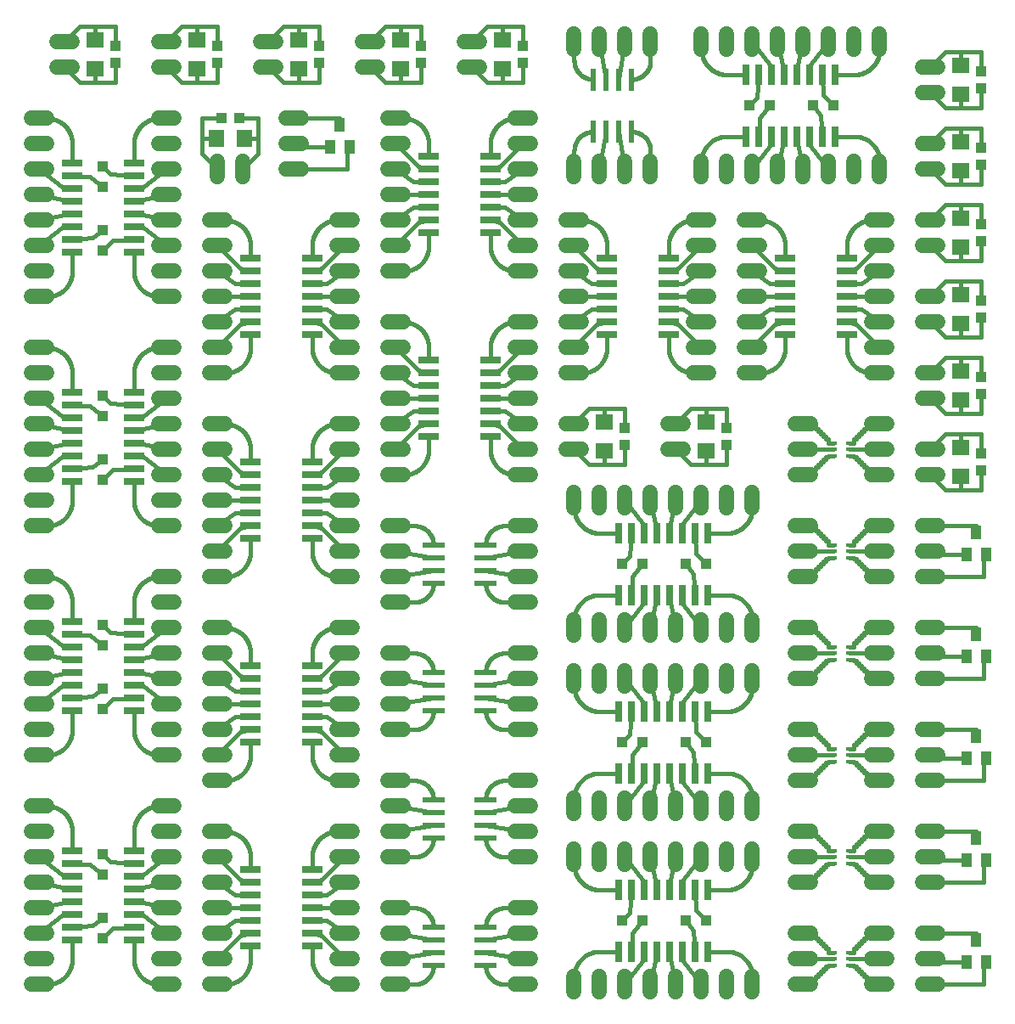
<source format=gtl>
G75*
%MOIN*%
%OFA0B0*%
%FSLAX25Y25*%
%IPPOS*%
%LPD*%
%AMOC8*
5,1,8,0,0,1.08239X$1,22.5*
%
%ADD10R,0.02756X0.01181*%
%ADD11C,0.06000*%
%ADD12R,0.08000X0.02600*%
%ADD13R,0.04331X0.03937*%
%ADD14R,0.07098X0.06299*%
%ADD15R,0.03937X0.05512*%
%ADD16R,0.08661X0.02362*%
%ADD17R,0.02600X0.08000*%
%ADD18R,0.02362X0.08661*%
%ADD19R,0.03937X0.04331*%
%ADD20R,0.06299X0.07098*%
%ADD21C,0.01600*%
%ADD22R,0.03962X0.03962*%
D10*
X0327162Y0019954D03*
X0327162Y0022513D03*
X0327162Y0025072D03*
X0333461Y0025072D03*
X0333461Y0022513D03*
X0333461Y0019954D03*
X0333461Y0059954D03*
X0333461Y0062513D03*
X0333461Y0065072D03*
X0327162Y0065072D03*
X0327162Y0062513D03*
X0327162Y0059954D03*
X0327162Y0099954D03*
X0327162Y0102513D03*
X0327162Y0105072D03*
X0333461Y0105072D03*
X0333461Y0102513D03*
X0333461Y0099954D03*
X0333461Y0139954D03*
X0333461Y0142513D03*
X0333461Y0145072D03*
X0327162Y0145072D03*
X0327162Y0142513D03*
X0327162Y0139954D03*
X0327162Y0179954D03*
X0327162Y0182513D03*
X0327162Y0185072D03*
X0333461Y0185072D03*
X0333461Y0182513D03*
X0333461Y0179954D03*
X0333461Y0219954D03*
X0333461Y0222513D03*
X0333461Y0225072D03*
X0327162Y0225072D03*
X0327162Y0222513D03*
X0327162Y0219954D03*
D11*
X0018312Y0012513D02*
X0012312Y0012513D01*
X0012312Y0022513D02*
X0018312Y0022513D01*
X0018312Y0032513D02*
X0012312Y0032513D01*
X0012312Y0042513D02*
X0018312Y0042513D01*
X0018312Y0052513D02*
X0012312Y0052513D01*
X0012312Y0062513D02*
X0018312Y0062513D01*
X0018312Y0072513D02*
X0012312Y0072513D01*
X0012312Y0082513D02*
X0018312Y0082513D01*
X0018312Y0102513D02*
X0012312Y0102513D01*
X0012312Y0112513D02*
X0018312Y0112513D01*
X0018312Y0122513D02*
X0012312Y0122513D01*
X0012312Y0132513D02*
X0018312Y0132513D01*
X0018312Y0142513D02*
X0012312Y0142513D01*
X0012312Y0152513D02*
X0018312Y0152513D01*
X0018312Y0162513D02*
X0012312Y0162513D01*
X0012312Y0172513D02*
X0018312Y0172513D01*
X0018312Y0192513D02*
X0012312Y0192513D01*
X0012312Y0202513D02*
X0018312Y0202513D01*
X0018312Y0212513D02*
X0012312Y0212513D01*
X0012312Y0222513D02*
X0018312Y0222513D01*
X0018312Y0232513D02*
X0012312Y0232513D01*
X0012312Y0242513D02*
X0018312Y0242513D01*
X0018312Y0252513D02*
X0012312Y0252513D01*
X0012312Y0262513D02*
X0018312Y0262513D01*
X0018312Y0282513D02*
X0012312Y0282513D01*
X0012312Y0292513D02*
X0018312Y0292513D01*
X0018312Y0302513D02*
X0012312Y0302513D01*
X0012312Y0312513D02*
X0018312Y0312513D01*
X0018312Y0322513D02*
X0012312Y0322513D01*
X0012312Y0332513D02*
X0018312Y0332513D01*
X0018312Y0342513D02*
X0012312Y0342513D01*
X0012312Y0352513D02*
X0018312Y0352513D01*
X0022312Y0372513D02*
X0028312Y0372513D01*
X0028312Y0382513D02*
X0022312Y0382513D01*
X0062312Y0382513D02*
X0068312Y0382513D01*
X0068312Y0372513D02*
X0062312Y0372513D01*
X0062312Y0352513D02*
X0068312Y0352513D01*
X0068312Y0342513D02*
X0062312Y0342513D01*
X0062312Y0332513D02*
X0068312Y0332513D01*
X0068312Y0322513D02*
X0062312Y0322513D01*
X0062312Y0312513D02*
X0068312Y0312513D01*
X0068312Y0302513D02*
X0062312Y0302513D01*
X0062312Y0292513D02*
X0068312Y0292513D01*
X0068312Y0282513D02*
X0062312Y0282513D01*
X0082312Y0282513D02*
X0088312Y0282513D01*
X0088312Y0292513D02*
X0082312Y0292513D01*
X0082312Y0302513D02*
X0088312Y0302513D01*
X0088312Y0312513D02*
X0082312Y0312513D01*
X0085312Y0329513D02*
X0085312Y0335513D01*
X0095312Y0335513D02*
X0095312Y0329513D01*
X0112312Y0332513D02*
X0118312Y0332513D01*
X0118312Y0342513D02*
X0112312Y0342513D01*
X0112312Y0352513D02*
X0118312Y0352513D01*
X0108312Y0372513D02*
X0102312Y0372513D01*
X0102312Y0382513D02*
X0108312Y0382513D01*
X0142312Y0382513D02*
X0148312Y0382513D01*
X0148312Y0372513D02*
X0142312Y0372513D01*
X0152312Y0352513D02*
X0158312Y0352513D01*
X0158312Y0342513D02*
X0152312Y0342513D01*
X0152312Y0332513D02*
X0158312Y0332513D01*
X0158312Y0322513D02*
X0152312Y0322513D01*
X0152312Y0312513D02*
X0158312Y0312513D01*
X0158312Y0302513D02*
X0152312Y0302513D01*
X0152312Y0292513D02*
X0158312Y0292513D01*
X0138312Y0292513D02*
X0132312Y0292513D01*
X0132312Y0282513D02*
X0138312Y0282513D01*
X0138312Y0272513D02*
X0132312Y0272513D01*
X0132312Y0262513D02*
X0138312Y0262513D01*
X0138312Y0252513D02*
X0132312Y0252513D01*
X0152312Y0252513D02*
X0158312Y0252513D01*
X0158312Y0242513D02*
X0152312Y0242513D01*
X0152312Y0232513D02*
X0158312Y0232513D01*
X0158312Y0222513D02*
X0152312Y0222513D01*
X0152312Y0212513D02*
X0158312Y0212513D01*
X0138312Y0212513D02*
X0132312Y0212513D01*
X0132312Y0222513D02*
X0138312Y0222513D01*
X0138312Y0232513D02*
X0132312Y0232513D01*
X0132312Y0202513D02*
X0138312Y0202513D01*
X0138312Y0192513D02*
X0132312Y0192513D01*
X0132312Y0182513D02*
X0138312Y0182513D01*
X0138312Y0172513D02*
X0132312Y0172513D01*
X0152312Y0172513D02*
X0158312Y0172513D01*
X0158312Y0182513D02*
X0152312Y0182513D01*
X0152312Y0192513D02*
X0158312Y0192513D01*
X0158312Y0162513D02*
X0152312Y0162513D01*
X0138312Y0152513D02*
X0132312Y0152513D01*
X0132312Y0142513D02*
X0138312Y0142513D01*
X0138312Y0132513D02*
X0132312Y0132513D01*
X0132312Y0122513D02*
X0138312Y0122513D01*
X0138312Y0112513D02*
X0132312Y0112513D01*
X0132312Y0102513D02*
X0138312Y0102513D01*
X0138312Y0092513D02*
X0132312Y0092513D01*
X0152312Y0092513D02*
X0158312Y0092513D01*
X0158312Y0082513D02*
X0152312Y0082513D01*
X0152312Y0072513D02*
X0158312Y0072513D01*
X0158312Y0062513D02*
X0152312Y0062513D01*
X0138312Y0062513D02*
X0132312Y0062513D01*
X0132312Y0052513D02*
X0138312Y0052513D01*
X0138312Y0042513D02*
X0132312Y0042513D01*
X0132312Y0032513D02*
X0138312Y0032513D01*
X0138312Y0022513D02*
X0132312Y0022513D01*
X0132312Y0012513D02*
X0138312Y0012513D01*
X0152312Y0012513D02*
X0158312Y0012513D01*
X0158312Y0022513D02*
X0152312Y0022513D01*
X0152312Y0032513D02*
X0158312Y0032513D01*
X0158312Y0042513D02*
X0152312Y0042513D01*
X0138312Y0072513D02*
X0132312Y0072513D01*
X0152312Y0112513D02*
X0158312Y0112513D01*
X0158312Y0122513D02*
X0152312Y0122513D01*
X0152312Y0132513D02*
X0158312Y0132513D01*
X0158312Y0142513D02*
X0152312Y0142513D01*
X0202312Y0142513D02*
X0208312Y0142513D01*
X0208312Y0132513D02*
X0202312Y0132513D01*
X0202312Y0122513D02*
X0208312Y0122513D01*
X0208312Y0112513D02*
X0202312Y0112513D01*
X0202312Y0092513D02*
X0208312Y0092513D01*
X0208312Y0082513D02*
X0202312Y0082513D01*
X0202312Y0072513D02*
X0208312Y0072513D01*
X0208312Y0062513D02*
X0202312Y0062513D01*
X0202312Y0042513D02*
X0208312Y0042513D01*
X0208312Y0032513D02*
X0202312Y0032513D01*
X0202312Y0022513D02*
X0208312Y0022513D01*
X0208312Y0012513D02*
X0202312Y0012513D01*
X0225312Y0009513D02*
X0225312Y0015513D01*
X0235312Y0015513D02*
X0235312Y0009513D01*
X0245312Y0009513D02*
X0245312Y0015513D01*
X0255312Y0015513D02*
X0255312Y0009513D01*
X0265312Y0009513D02*
X0265312Y0015513D01*
X0275312Y0015513D02*
X0275312Y0009513D01*
X0285312Y0009513D02*
X0285312Y0015513D01*
X0295312Y0015513D02*
X0295312Y0009513D01*
X0312312Y0012513D02*
X0318312Y0012513D01*
X0318312Y0022513D02*
X0312312Y0022513D01*
X0312312Y0032513D02*
X0318312Y0032513D01*
X0318312Y0052513D02*
X0312312Y0052513D01*
X0312312Y0062513D02*
X0318312Y0062513D01*
X0318312Y0072513D02*
X0312312Y0072513D01*
X0295312Y0079513D02*
X0295312Y0085513D01*
X0285312Y0085513D02*
X0285312Y0079513D01*
X0275312Y0079513D02*
X0275312Y0085513D01*
X0265312Y0085513D02*
X0265312Y0079513D01*
X0255312Y0079513D02*
X0255312Y0085513D01*
X0245312Y0085513D02*
X0245312Y0079513D01*
X0235312Y0079513D02*
X0235312Y0085513D01*
X0225312Y0085513D02*
X0225312Y0079513D01*
X0225312Y0065513D02*
X0225312Y0059513D01*
X0235312Y0059513D02*
X0235312Y0065513D01*
X0245312Y0065513D02*
X0245312Y0059513D01*
X0255312Y0059513D02*
X0255312Y0065513D01*
X0265312Y0065513D02*
X0265312Y0059513D01*
X0275312Y0059513D02*
X0275312Y0065513D01*
X0285312Y0065513D02*
X0285312Y0059513D01*
X0295312Y0059513D02*
X0295312Y0065513D01*
X0312312Y0092513D02*
X0318312Y0092513D01*
X0318312Y0102513D02*
X0312312Y0102513D01*
X0312312Y0112513D02*
X0318312Y0112513D01*
X0318312Y0132513D02*
X0312312Y0132513D01*
X0312312Y0142513D02*
X0318312Y0142513D01*
X0318312Y0152513D02*
X0312312Y0152513D01*
X0295312Y0149513D02*
X0295312Y0155513D01*
X0285312Y0155513D02*
X0285312Y0149513D01*
X0275312Y0149513D02*
X0275312Y0155513D01*
X0265312Y0155513D02*
X0265312Y0149513D01*
X0255312Y0149513D02*
X0255312Y0155513D01*
X0245312Y0155513D02*
X0245312Y0149513D01*
X0235312Y0149513D02*
X0235312Y0155513D01*
X0225312Y0155513D02*
X0225312Y0149513D01*
X0225312Y0135513D02*
X0225312Y0129513D01*
X0235312Y0129513D02*
X0235312Y0135513D01*
X0245312Y0135513D02*
X0245312Y0129513D01*
X0255312Y0129513D02*
X0255312Y0135513D01*
X0265312Y0135513D02*
X0265312Y0129513D01*
X0275312Y0129513D02*
X0275312Y0135513D01*
X0285312Y0135513D02*
X0285312Y0129513D01*
X0295312Y0129513D02*
X0295312Y0135513D01*
X0312312Y0172513D02*
X0318312Y0172513D01*
X0318312Y0182513D02*
X0312312Y0182513D01*
X0312312Y0192513D02*
X0318312Y0192513D01*
X0318312Y0212513D02*
X0312312Y0212513D01*
X0312312Y0222513D02*
X0318312Y0222513D01*
X0318312Y0232513D02*
X0312312Y0232513D01*
X0298312Y0252513D02*
X0292312Y0252513D01*
X0292312Y0262513D02*
X0298312Y0262513D01*
X0298312Y0272513D02*
X0292312Y0272513D01*
X0292312Y0282513D02*
X0298312Y0282513D01*
X0298312Y0292513D02*
X0292312Y0292513D01*
X0292312Y0302513D02*
X0298312Y0302513D01*
X0298312Y0312513D02*
X0292312Y0312513D01*
X0278312Y0312513D02*
X0272312Y0312513D01*
X0272312Y0302513D02*
X0278312Y0302513D01*
X0278312Y0292513D02*
X0272312Y0292513D01*
X0272312Y0282513D02*
X0278312Y0282513D01*
X0278312Y0272513D02*
X0272312Y0272513D01*
X0272312Y0262513D02*
X0278312Y0262513D01*
X0278312Y0252513D02*
X0272312Y0252513D01*
X0268312Y0232513D02*
X0262312Y0232513D01*
X0262312Y0222513D02*
X0268312Y0222513D01*
X0265312Y0205513D02*
X0265312Y0199513D01*
X0275312Y0199513D02*
X0275312Y0205513D01*
X0285312Y0205513D02*
X0285312Y0199513D01*
X0295312Y0199513D02*
X0295312Y0205513D01*
X0255312Y0205513D02*
X0255312Y0199513D01*
X0245312Y0199513D02*
X0245312Y0205513D01*
X0235312Y0205513D02*
X0235312Y0199513D01*
X0225312Y0199513D02*
X0225312Y0205513D01*
X0208312Y0212513D02*
X0202312Y0212513D01*
X0202312Y0222513D02*
X0208312Y0222513D01*
X0208312Y0232513D02*
X0202312Y0232513D01*
X0202312Y0242513D02*
X0208312Y0242513D01*
X0208312Y0252513D02*
X0202312Y0252513D01*
X0202312Y0262513D02*
X0208312Y0262513D01*
X0208312Y0272513D02*
X0202312Y0272513D01*
X0202312Y0292513D02*
X0208312Y0292513D01*
X0208312Y0302513D02*
X0202312Y0302513D01*
X0202312Y0312513D02*
X0208312Y0312513D01*
X0208312Y0322513D02*
X0202312Y0322513D01*
X0202312Y0332513D02*
X0208312Y0332513D01*
X0208312Y0342513D02*
X0202312Y0342513D01*
X0202312Y0352513D02*
X0208312Y0352513D01*
X0225312Y0335513D02*
X0225312Y0329513D01*
X0235312Y0329513D02*
X0235312Y0335513D01*
X0245312Y0335513D02*
X0245312Y0329513D01*
X0255312Y0329513D02*
X0255312Y0335513D01*
X0275312Y0335513D02*
X0275312Y0329513D01*
X0285312Y0329513D02*
X0285312Y0335513D01*
X0295312Y0335513D02*
X0295312Y0329513D01*
X0305312Y0329513D02*
X0305312Y0335513D01*
X0315312Y0335513D02*
X0315312Y0329513D01*
X0325312Y0329513D02*
X0325312Y0335513D01*
X0335312Y0335513D02*
X0335312Y0329513D01*
X0345312Y0329513D02*
X0345312Y0335513D01*
X0362312Y0332513D02*
X0368312Y0332513D01*
X0368312Y0342513D02*
X0362312Y0342513D01*
X0362312Y0362513D02*
X0368312Y0362513D01*
X0368312Y0372513D02*
X0362312Y0372513D01*
X0345312Y0379513D02*
X0345312Y0385513D01*
X0335312Y0385513D02*
X0335312Y0379513D01*
X0325312Y0379513D02*
X0325312Y0385513D01*
X0315312Y0385513D02*
X0315312Y0379513D01*
X0305312Y0379513D02*
X0305312Y0385513D01*
X0295312Y0385513D02*
X0295312Y0379513D01*
X0285312Y0379513D02*
X0285312Y0385513D01*
X0275312Y0385513D02*
X0275312Y0379513D01*
X0255312Y0379513D02*
X0255312Y0385513D01*
X0245312Y0385513D02*
X0245312Y0379513D01*
X0235312Y0379513D02*
X0235312Y0385513D01*
X0225312Y0385513D02*
X0225312Y0379513D01*
X0188312Y0382513D02*
X0182312Y0382513D01*
X0182312Y0372513D02*
X0188312Y0372513D01*
X0222312Y0312513D02*
X0228312Y0312513D01*
X0228312Y0302513D02*
X0222312Y0302513D01*
X0222312Y0292513D02*
X0228312Y0292513D01*
X0228312Y0282513D02*
X0222312Y0282513D01*
X0222312Y0272513D02*
X0228312Y0272513D01*
X0228312Y0262513D02*
X0222312Y0262513D01*
X0222312Y0252513D02*
X0228312Y0252513D01*
X0228312Y0232513D02*
X0222312Y0232513D01*
X0222312Y0222513D02*
X0228312Y0222513D01*
X0208312Y0192513D02*
X0202312Y0192513D01*
X0202312Y0182513D02*
X0208312Y0182513D01*
X0208312Y0172513D02*
X0202312Y0172513D01*
X0202312Y0162513D02*
X0208312Y0162513D01*
X0158312Y0262513D02*
X0152312Y0262513D01*
X0152312Y0272513D02*
X0158312Y0272513D01*
X0138312Y0302513D02*
X0132312Y0302513D01*
X0132312Y0312513D02*
X0138312Y0312513D01*
X0088312Y0272513D02*
X0082312Y0272513D01*
X0082312Y0262513D02*
X0088312Y0262513D01*
X0088312Y0252513D02*
X0082312Y0252513D01*
X0068312Y0252513D02*
X0062312Y0252513D01*
X0062312Y0242513D02*
X0068312Y0242513D01*
X0068312Y0232513D02*
X0062312Y0232513D01*
X0062312Y0222513D02*
X0068312Y0222513D01*
X0068312Y0212513D02*
X0062312Y0212513D01*
X0062312Y0202513D02*
X0068312Y0202513D01*
X0068312Y0192513D02*
X0062312Y0192513D01*
X0082312Y0192513D02*
X0088312Y0192513D01*
X0088312Y0202513D02*
X0082312Y0202513D01*
X0082312Y0212513D02*
X0088312Y0212513D01*
X0088312Y0222513D02*
X0082312Y0222513D01*
X0082312Y0232513D02*
X0088312Y0232513D01*
X0068312Y0262513D02*
X0062312Y0262513D01*
X0082312Y0182513D02*
X0088312Y0182513D01*
X0088312Y0172513D02*
X0082312Y0172513D01*
X0068312Y0172513D02*
X0062312Y0172513D01*
X0062312Y0162513D02*
X0068312Y0162513D01*
X0068312Y0152513D02*
X0062312Y0152513D01*
X0062312Y0142513D02*
X0068312Y0142513D01*
X0068312Y0132513D02*
X0062312Y0132513D01*
X0062312Y0122513D02*
X0068312Y0122513D01*
X0068312Y0112513D02*
X0062312Y0112513D01*
X0062312Y0102513D02*
X0068312Y0102513D01*
X0082312Y0102513D02*
X0088312Y0102513D01*
X0088312Y0092513D02*
X0082312Y0092513D01*
X0068312Y0082513D02*
X0062312Y0082513D01*
X0062312Y0072513D02*
X0068312Y0072513D01*
X0068312Y0062513D02*
X0062312Y0062513D01*
X0062312Y0052513D02*
X0068312Y0052513D01*
X0068312Y0042513D02*
X0062312Y0042513D01*
X0062312Y0032513D02*
X0068312Y0032513D01*
X0068312Y0022513D02*
X0062312Y0022513D01*
X0062312Y0012513D02*
X0068312Y0012513D01*
X0082312Y0012513D02*
X0088312Y0012513D01*
X0088312Y0022513D02*
X0082312Y0022513D01*
X0082312Y0032513D02*
X0088312Y0032513D01*
X0088312Y0042513D02*
X0082312Y0042513D01*
X0082312Y0052513D02*
X0088312Y0052513D01*
X0088312Y0062513D02*
X0082312Y0062513D01*
X0082312Y0072513D02*
X0088312Y0072513D01*
X0088312Y0112513D02*
X0082312Y0112513D01*
X0082312Y0122513D02*
X0088312Y0122513D01*
X0088312Y0132513D02*
X0082312Y0132513D01*
X0082312Y0142513D02*
X0088312Y0142513D01*
X0088312Y0152513D02*
X0082312Y0152513D01*
X0342312Y0152513D02*
X0348312Y0152513D01*
X0348312Y0142513D02*
X0342312Y0142513D01*
X0342312Y0132513D02*
X0348312Y0132513D01*
X0362312Y0132513D02*
X0368312Y0132513D01*
X0368312Y0142513D02*
X0362312Y0142513D01*
X0362312Y0152513D02*
X0368312Y0152513D01*
X0368312Y0172513D02*
X0362312Y0172513D01*
X0362312Y0182513D02*
X0368312Y0182513D01*
X0368312Y0192513D02*
X0362312Y0192513D01*
X0348312Y0192513D02*
X0342312Y0192513D01*
X0342312Y0182513D02*
X0348312Y0182513D01*
X0348312Y0172513D02*
X0342312Y0172513D01*
X0342312Y0212513D02*
X0348312Y0212513D01*
X0348312Y0222513D02*
X0342312Y0222513D01*
X0342312Y0232513D02*
X0348312Y0232513D01*
X0362312Y0242513D02*
X0368312Y0242513D01*
X0368312Y0252513D02*
X0362312Y0252513D01*
X0348312Y0252513D02*
X0342312Y0252513D01*
X0342312Y0262513D02*
X0348312Y0262513D01*
X0348312Y0272513D02*
X0342312Y0272513D01*
X0342312Y0282513D02*
X0348312Y0282513D01*
X0348312Y0292513D02*
X0342312Y0292513D01*
X0342312Y0302513D02*
X0348312Y0302513D01*
X0348312Y0312513D02*
X0342312Y0312513D01*
X0362312Y0312513D02*
X0368312Y0312513D01*
X0368312Y0302513D02*
X0362312Y0302513D01*
X0362312Y0282513D02*
X0368312Y0282513D01*
X0368312Y0272513D02*
X0362312Y0272513D01*
X0362312Y0222513D02*
X0368312Y0222513D01*
X0368312Y0212513D02*
X0362312Y0212513D01*
X0362312Y0112513D02*
X0368312Y0112513D01*
X0368312Y0102513D02*
X0362312Y0102513D01*
X0362312Y0092513D02*
X0368312Y0092513D01*
X0348312Y0092513D02*
X0342312Y0092513D01*
X0342312Y0102513D02*
X0348312Y0102513D01*
X0348312Y0112513D02*
X0342312Y0112513D01*
X0342312Y0072513D02*
X0348312Y0072513D01*
X0348312Y0062513D02*
X0342312Y0062513D01*
X0342312Y0052513D02*
X0348312Y0052513D01*
X0362312Y0052513D02*
X0368312Y0052513D01*
X0368312Y0062513D02*
X0362312Y0062513D01*
X0362312Y0072513D02*
X0368312Y0072513D01*
X0368312Y0032513D02*
X0362312Y0032513D01*
X0362312Y0022513D02*
X0368312Y0022513D01*
X0368312Y0012513D02*
X0362312Y0012513D01*
X0348312Y0012513D02*
X0342312Y0012513D01*
X0342312Y0022513D02*
X0348312Y0022513D01*
X0348312Y0032513D02*
X0342312Y0032513D01*
D12*
X0192412Y0227513D03*
X0192412Y0232513D03*
X0192412Y0237513D03*
X0192412Y0242513D03*
X0192412Y0247513D03*
X0192412Y0252513D03*
X0192412Y0257513D03*
X0168212Y0257513D03*
X0168212Y0252513D03*
X0168212Y0247513D03*
X0168212Y0242513D03*
X0168212Y0237513D03*
X0168212Y0232513D03*
X0168212Y0227513D03*
X0122412Y0217513D03*
X0122412Y0212513D03*
X0122412Y0207513D03*
X0122412Y0202513D03*
X0122412Y0197513D03*
X0122412Y0192513D03*
X0122412Y0187513D03*
X0098212Y0187513D03*
X0098212Y0192513D03*
X0098212Y0197513D03*
X0098212Y0202513D03*
X0098212Y0207513D03*
X0098212Y0212513D03*
X0098212Y0217513D03*
X0052412Y0220013D03*
X0052412Y0225013D03*
X0052412Y0230013D03*
X0052412Y0235013D03*
X0052412Y0240013D03*
X0052412Y0245013D03*
X0028212Y0245013D03*
X0028212Y0240013D03*
X0028212Y0235013D03*
X0028212Y0230013D03*
X0028212Y0225013D03*
X0028212Y0220013D03*
X0028212Y0215013D03*
X0028212Y0210013D03*
X0052412Y0210013D03*
X0052412Y0215013D03*
X0098212Y0267513D03*
X0098212Y0272513D03*
X0098212Y0277513D03*
X0098212Y0282513D03*
X0098212Y0287513D03*
X0098212Y0292513D03*
X0098212Y0297513D03*
X0122412Y0297513D03*
X0122412Y0292513D03*
X0122412Y0287513D03*
X0122412Y0282513D03*
X0122412Y0277513D03*
X0122412Y0272513D03*
X0122412Y0267513D03*
X0168212Y0307513D03*
X0168212Y0312513D03*
X0168212Y0317513D03*
X0168212Y0322513D03*
X0168212Y0327513D03*
X0168212Y0332513D03*
X0168212Y0337513D03*
X0192412Y0337513D03*
X0192412Y0332513D03*
X0192412Y0327513D03*
X0192412Y0322513D03*
X0192412Y0317513D03*
X0192412Y0312513D03*
X0192412Y0307513D03*
X0238212Y0297513D03*
X0238212Y0292513D03*
X0238212Y0287513D03*
X0238212Y0282513D03*
X0238212Y0277513D03*
X0238212Y0272513D03*
X0238212Y0267513D03*
X0262412Y0267513D03*
X0262412Y0272513D03*
X0262412Y0277513D03*
X0262412Y0282513D03*
X0262412Y0287513D03*
X0262412Y0292513D03*
X0262412Y0297513D03*
X0308212Y0297513D03*
X0308212Y0292513D03*
X0308212Y0287513D03*
X0308212Y0282513D03*
X0308212Y0277513D03*
X0308212Y0272513D03*
X0308212Y0267513D03*
X0332412Y0267513D03*
X0332412Y0272513D03*
X0332412Y0277513D03*
X0332412Y0282513D03*
X0332412Y0287513D03*
X0332412Y0292513D03*
X0332412Y0297513D03*
X0122412Y0137513D03*
X0122412Y0132513D03*
X0122412Y0127513D03*
X0122412Y0122513D03*
X0122412Y0117513D03*
X0122412Y0112513D03*
X0122412Y0107513D03*
X0098212Y0107513D03*
X0098212Y0112513D03*
X0098212Y0117513D03*
X0098212Y0122513D03*
X0098212Y0127513D03*
X0098212Y0132513D03*
X0098212Y0137513D03*
X0052412Y0140013D03*
X0052412Y0145013D03*
X0052412Y0150013D03*
X0052412Y0155013D03*
X0052412Y0135013D03*
X0052412Y0130013D03*
X0052412Y0125013D03*
X0052412Y0120013D03*
X0028212Y0120013D03*
X0028212Y0125013D03*
X0028212Y0130013D03*
X0028212Y0135013D03*
X0028212Y0140013D03*
X0028212Y0145013D03*
X0028212Y0150013D03*
X0028212Y0155013D03*
X0028212Y0065013D03*
X0028212Y0060013D03*
X0028212Y0055013D03*
X0028212Y0050013D03*
X0028212Y0045013D03*
X0028212Y0040013D03*
X0028212Y0035013D03*
X0028212Y0030013D03*
X0052412Y0030013D03*
X0052412Y0035013D03*
X0052412Y0040013D03*
X0052412Y0045013D03*
X0052412Y0050013D03*
X0052412Y0055013D03*
X0052412Y0060013D03*
X0052412Y0065013D03*
X0098212Y0057513D03*
X0098212Y0052513D03*
X0098212Y0047513D03*
X0098212Y0042513D03*
X0098212Y0037513D03*
X0098212Y0032513D03*
X0098212Y0027513D03*
X0122412Y0027513D03*
X0122412Y0032513D03*
X0122412Y0037513D03*
X0122412Y0042513D03*
X0122412Y0047513D03*
X0122412Y0052513D03*
X0122412Y0057513D03*
X0052412Y0300013D03*
X0052412Y0305013D03*
X0052412Y0310013D03*
X0052412Y0315013D03*
X0052412Y0320013D03*
X0052412Y0325013D03*
X0052412Y0330013D03*
X0052412Y0335013D03*
X0028212Y0335013D03*
X0028212Y0330013D03*
X0028212Y0325013D03*
X0028212Y0320013D03*
X0028212Y0315013D03*
X0028212Y0310013D03*
X0028212Y0305013D03*
X0028212Y0300013D03*
D13*
X0045312Y0374166D03*
X0045312Y0380859D03*
X0085312Y0380859D03*
X0085312Y0374166D03*
X0125312Y0374166D03*
X0125312Y0380859D03*
X0165312Y0380859D03*
X0165312Y0374166D03*
X0205312Y0374166D03*
X0205312Y0380859D03*
X0245312Y0230859D03*
X0245312Y0224166D03*
X0285312Y0224166D03*
X0285312Y0230859D03*
X0385312Y0220859D03*
X0385312Y0214166D03*
X0385312Y0244166D03*
X0385312Y0250859D03*
X0385312Y0274166D03*
X0385312Y0280859D03*
X0385312Y0304166D03*
X0385312Y0310859D03*
X0385312Y0334166D03*
X0385312Y0340859D03*
X0385312Y0364166D03*
X0385312Y0370859D03*
D14*
X0377312Y0373111D03*
X0377312Y0361914D03*
X0377312Y0343111D03*
X0377312Y0331914D03*
X0377312Y0313111D03*
X0377312Y0301914D03*
X0377312Y0283111D03*
X0377312Y0271914D03*
X0377312Y0253111D03*
X0377312Y0241914D03*
X0377312Y0223111D03*
X0377312Y0211914D03*
X0277312Y0221914D03*
X0277312Y0233111D03*
X0237312Y0233111D03*
X0237312Y0221914D03*
X0197312Y0371914D03*
X0197312Y0383111D03*
X0157312Y0383111D03*
X0157312Y0371914D03*
X0117312Y0371914D03*
X0117312Y0383111D03*
X0077312Y0383111D03*
X0077312Y0371914D03*
X0037312Y0371914D03*
X0037312Y0383111D03*
D15*
X0129572Y0341182D03*
X0137052Y0341182D03*
X0133312Y0349843D03*
X0379572Y0181182D03*
X0387052Y0181182D03*
X0383312Y0189843D03*
X0383312Y0149843D03*
X0387052Y0141182D03*
X0379572Y0141182D03*
X0383312Y0109843D03*
X0387052Y0101182D03*
X0379572Y0101182D03*
X0383312Y0069843D03*
X0387052Y0061182D03*
X0379572Y0061182D03*
X0383312Y0029843D03*
X0387052Y0021182D03*
X0379572Y0021182D03*
D16*
X0190548Y0020013D03*
X0190548Y0025013D03*
X0190548Y0030013D03*
X0190548Y0035013D03*
X0170076Y0035013D03*
X0170076Y0030013D03*
X0170076Y0025013D03*
X0170076Y0020013D03*
X0170076Y0070013D03*
X0170076Y0075013D03*
X0170076Y0080013D03*
X0170076Y0085013D03*
X0190548Y0085013D03*
X0190548Y0080013D03*
X0190548Y0075013D03*
X0190548Y0070013D03*
X0190548Y0120013D03*
X0190548Y0125013D03*
X0190548Y0130013D03*
X0190548Y0135013D03*
X0170076Y0135013D03*
X0170076Y0130013D03*
X0170076Y0125013D03*
X0170076Y0120013D03*
X0170076Y0170013D03*
X0170076Y0175013D03*
X0170076Y0180013D03*
X0170076Y0185013D03*
X0190548Y0185013D03*
X0190548Y0180013D03*
X0190548Y0175013D03*
X0190548Y0170013D03*
D17*
X0242812Y0165413D03*
X0247812Y0165413D03*
X0252812Y0165413D03*
X0257812Y0165413D03*
X0262812Y0165413D03*
X0267812Y0165413D03*
X0272812Y0165413D03*
X0277812Y0165413D03*
X0277812Y0189613D03*
X0272812Y0189613D03*
X0267812Y0189613D03*
X0262812Y0189613D03*
X0257812Y0189613D03*
X0252812Y0189613D03*
X0247812Y0189613D03*
X0242812Y0189613D03*
X0242812Y0119613D03*
X0247812Y0119613D03*
X0252812Y0119613D03*
X0257812Y0119613D03*
X0262812Y0119613D03*
X0267812Y0119613D03*
X0272812Y0119613D03*
X0277812Y0119613D03*
X0277812Y0095413D03*
X0272812Y0095413D03*
X0267812Y0095413D03*
X0262812Y0095413D03*
X0257812Y0095413D03*
X0252812Y0095413D03*
X0247812Y0095413D03*
X0242812Y0095413D03*
X0242812Y0049613D03*
X0247812Y0049613D03*
X0252812Y0049613D03*
X0257812Y0049613D03*
X0262812Y0049613D03*
X0267812Y0049613D03*
X0272812Y0049613D03*
X0277812Y0049613D03*
X0277812Y0025413D03*
X0272812Y0025413D03*
X0267812Y0025413D03*
X0262812Y0025413D03*
X0257812Y0025413D03*
X0252812Y0025413D03*
X0247812Y0025413D03*
X0242812Y0025413D03*
X0292812Y0345413D03*
X0297812Y0345413D03*
X0302812Y0345413D03*
X0307812Y0345413D03*
X0312812Y0345413D03*
X0317812Y0345413D03*
X0322812Y0345413D03*
X0327812Y0345413D03*
X0327812Y0369613D03*
X0322812Y0369613D03*
X0317812Y0369613D03*
X0312812Y0369613D03*
X0307812Y0369613D03*
X0302812Y0369613D03*
X0297812Y0369613D03*
X0292812Y0369613D03*
D18*
X0247812Y0367749D03*
X0242812Y0367749D03*
X0237812Y0367749D03*
X0232812Y0367749D03*
X0232812Y0347277D03*
X0237812Y0347277D03*
X0242812Y0347277D03*
X0247812Y0347277D03*
D19*
X0093658Y0352513D03*
X0086965Y0352513D03*
D20*
X0084713Y0344513D03*
X0095910Y0344513D03*
D21*
X0101312Y0344513D01*
X0101312Y0338513D01*
X0095312Y0332513D01*
X0085312Y0332513D02*
X0079312Y0338513D01*
X0079312Y0344513D01*
X0084713Y0344513D01*
X0079312Y0344513D02*
X0079312Y0352513D01*
X0086965Y0352513D01*
X0093658Y0352513D02*
X0101312Y0352513D01*
X0101312Y0344513D01*
X0115312Y0342513D02*
X0115312Y0341182D01*
X0129572Y0341182D01*
X0136312Y0341182D02*
X0136312Y0332513D01*
X0115312Y0332513D01*
X0115312Y0352513D02*
X0133312Y0352513D01*
X0133312Y0349843D01*
X0136312Y0341182D02*
X0137052Y0341182D01*
X0155312Y0342513D02*
X0164312Y0333513D01*
X0168212Y0332513D01*
X0168212Y0337513D02*
X0168212Y0342513D01*
X0168209Y0342755D01*
X0168200Y0342996D01*
X0168186Y0343237D01*
X0168165Y0343478D01*
X0168139Y0343718D01*
X0168107Y0343958D01*
X0168069Y0344197D01*
X0168026Y0344434D01*
X0167976Y0344671D01*
X0167921Y0344906D01*
X0167861Y0345140D01*
X0167794Y0345372D01*
X0167723Y0345603D01*
X0167645Y0345832D01*
X0167562Y0346059D01*
X0167474Y0346284D01*
X0167380Y0346507D01*
X0167281Y0346727D01*
X0167176Y0346945D01*
X0167067Y0347160D01*
X0166952Y0347373D01*
X0166832Y0347583D01*
X0166707Y0347789D01*
X0166577Y0347993D01*
X0166442Y0348194D01*
X0166302Y0348391D01*
X0166158Y0348585D01*
X0166009Y0348775D01*
X0165855Y0348961D01*
X0165697Y0349144D01*
X0165535Y0349323D01*
X0165368Y0349498D01*
X0165197Y0349669D01*
X0165022Y0349836D01*
X0164843Y0349998D01*
X0164660Y0350156D01*
X0164474Y0350310D01*
X0164284Y0350459D01*
X0164090Y0350603D01*
X0163893Y0350743D01*
X0163692Y0350878D01*
X0163488Y0351008D01*
X0163282Y0351133D01*
X0163072Y0351253D01*
X0162859Y0351368D01*
X0162644Y0351477D01*
X0162426Y0351582D01*
X0162206Y0351681D01*
X0161983Y0351775D01*
X0161758Y0351863D01*
X0161531Y0351946D01*
X0161302Y0352024D01*
X0161071Y0352095D01*
X0160839Y0352162D01*
X0160605Y0352222D01*
X0160370Y0352277D01*
X0160133Y0352327D01*
X0159896Y0352370D01*
X0159657Y0352408D01*
X0159417Y0352440D01*
X0159177Y0352466D01*
X0158936Y0352487D01*
X0158695Y0352501D01*
X0158454Y0352510D01*
X0158212Y0352513D01*
X0155312Y0352513D01*
X0157312Y0366513D02*
X0151312Y0366513D01*
X0145312Y0372513D01*
X0145312Y0382513D02*
X0151312Y0388513D01*
X0157312Y0388513D01*
X0157312Y0383111D01*
X0157312Y0388513D02*
X0165312Y0388513D01*
X0165312Y0380859D01*
X0165312Y0374166D02*
X0165312Y0366513D01*
X0157312Y0366513D01*
X0157312Y0371914D01*
X0185312Y0372513D02*
X0191312Y0366513D01*
X0197312Y0366513D01*
X0197312Y0371914D01*
X0197312Y0366513D02*
X0205312Y0366513D01*
X0205312Y0374166D01*
X0205312Y0380859D02*
X0205312Y0388513D01*
X0197312Y0388513D01*
X0191312Y0388513D01*
X0185312Y0382513D01*
X0197312Y0383111D02*
X0197312Y0388513D01*
X0225312Y0382513D02*
X0225312Y0375249D01*
X0225314Y0375068D01*
X0225321Y0374887D01*
X0225332Y0374706D01*
X0225347Y0374525D01*
X0225367Y0374345D01*
X0225391Y0374165D01*
X0225419Y0373986D01*
X0225452Y0373808D01*
X0225489Y0373631D01*
X0225530Y0373454D01*
X0225575Y0373279D01*
X0225625Y0373104D01*
X0225679Y0372931D01*
X0225737Y0372760D01*
X0225799Y0372589D01*
X0225866Y0372421D01*
X0225936Y0372254D01*
X0226010Y0372088D01*
X0226089Y0371925D01*
X0226171Y0371764D01*
X0226257Y0371604D01*
X0226347Y0371447D01*
X0226441Y0371292D01*
X0226538Y0371139D01*
X0226640Y0370989D01*
X0226744Y0370841D01*
X0226853Y0370695D01*
X0226964Y0370553D01*
X0227080Y0370413D01*
X0227198Y0370276D01*
X0227320Y0370141D01*
X0227445Y0370010D01*
X0227573Y0369882D01*
X0227704Y0369757D01*
X0227839Y0369635D01*
X0227976Y0369517D01*
X0228116Y0369401D01*
X0228258Y0369290D01*
X0228404Y0369181D01*
X0228552Y0369077D01*
X0228702Y0368975D01*
X0228855Y0368878D01*
X0229010Y0368784D01*
X0229167Y0368694D01*
X0229327Y0368608D01*
X0229488Y0368526D01*
X0229651Y0368447D01*
X0229817Y0368373D01*
X0229984Y0368303D01*
X0230152Y0368236D01*
X0230323Y0368174D01*
X0230494Y0368116D01*
X0230667Y0368062D01*
X0230842Y0368012D01*
X0231017Y0367967D01*
X0231194Y0367926D01*
X0231371Y0367889D01*
X0231549Y0367856D01*
X0231728Y0367828D01*
X0231908Y0367804D01*
X0232088Y0367784D01*
X0232269Y0367769D01*
X0232450Y0367758D01*
X0232631Y0367751D01*
X0232812Y0367749D01*
X0237812Y0367749D02*
X0235312Y0382513D01*
X0245312Y0382513D02*
X0242812Y0367749D01*
X0247812Y0367749D02*
X0247993Y0367751D01*
X0248174Y0367758D01*
X0248355Y0367769D01*
X0248536Y0367784D01*
X0248716Y0367804D01*
X0248896Y0367828D01*
X0249075Y0367856D01*
X0249253Y0367889D01*
X0249430Y0367926D01*
X0249607Y0367967D01*
X0249782Y0368012D01*
X0249957Y0368062D01*
X0250130Y0368116D01*
X0250301Y0368174D01*
X0250472Y0368236D01*
X0250640Y0368303D01*
X0250807Y0368373D01*
X0250973Y0368447D01*
X0251136Y0368526D01*
X0251297Y0368608D01*
X0251457Y0368694D01*
X0251614Y0368784D01*
X0251769Y0368878D01*
X0251922Y0368975D01*
X0252072Y0369077D01*
X0252220Y0369181D01*
X0252366Y0369290D01*
X0252508Y0369401D01*
X0252648Y0369517D01*
X0252785Y0369635D01*
X0252920Y0369757D01*
X0253051Y0369882D01*
X0253179Y0370010D01*
X0253304Y0370141D01*
X0253426Y0370276D01*
X0253544Y0370413D01*
X0253660Y0370553D01*
X0253771Y0370695D01*
X0253880Y0370841D01*
X0253984Y0370989D01*
X0254086Y0371139D01*
X0254183Y0371292D01*
X0254277Y0371447D01*
X0254367Y0371604D01*
X0254453Y0371764D01*
X0254535Y0371925D01*
X0254614Y0372088D01*
X0254688Y0372254D01*
X0254758Y0372421D01*
X0254825Y0372589D01*
X0254887Y0372760D01*
X0254945Y0372931D01*
X0254999Y0373104D01*
X0255049Y0373279D01*
X0255094Y0373454D01*
X0255135Y0373631D01*
X0255172Y0373808D01*
X0255205Y0373986D01*
X0255233Y0374165D01*
X0255257Y0374345D01*
X0255277Y0374525D01*
X0255292Y0374706D01*
X0255303Y0374887D01*
X0255310Y0375068D01*
X0255312Y0375249D01*
X0255312Y0382513D01*
X0275312Y0382513D02*
X0275312Y0379613D01*
X0275315Y0379371D01*
X0275324Y0379130D01*
X0275338Y0378889D01*
X0275359Y0378648D01*
X0275385Y0378408D01*
X0275417Y0378168D01*
X0275455Y0377929D01*
X0275498Y0377692D01*
X0275548Y0377455D01*
X0275603Y0377220D01*
X0275663Y0376986D01*
X0275730Y0376754D01*
X0275801Y0376523D01*
X0275879Y0376294D01*
X0275962Y0376067D01*
X0276050Y0375842D01*
X0276144Y0375619D01*
X0276243Y0375399D01*
X0276348Y0375181D01*
X0276457Y0374966D01*
X0276572Y0374753D01*
X0276692Y0374543D01*
X0276817Y0374337D01*
X0276947Y0374133D01*
X0277082Y0373932D01*
X0277222Y0373735D01*
X0277366Y0373541D01*
X0277515Y0373351D01*
X0277669Y0373165D01*
X0277827Y0372982D01*
X0277989Y0372803D01*
X0278156Y0372628D01*
X0278327Y0372457D01*
X0278502Y0372290D01*
X0278681Y0372128D01*
X0278864Y0371970D01*
X0279050Y0371816D01*
X0279240Y0371667D01*
X0279434Y0371523D01*
X0279631Y0371383D01*
X0279832Y0371248D01*
X0280036Y0371118D01*
X0280242Y0370993D01*
X0280452Y0370873D01*
X0280665Y0370758D01*
X0280880Y0370649D01*
X0281098Y0370544D01*
X0281318Y0370445D01*
X0281541Y0370351D01*
X0281766Y0370263D01*
X0281993Y0370180D01*
X0282222Y0370102D01*
X0282453Y0370031D01*
X0282685Y0369964D01*
X0282919Y0369904D01*
X0283154Y0369849D01*
X0283391Y0369799D01*
X0283628Y0369756D01*
X0283867Y0369718D01*
X0284107Y0369686D01*
X0284347Y0369660D01*
X0284588Y0369639D01*
X0284829Y0369625D01*
X0285070Y0369616D01*
X0285312Y0369613D01*
X0292812Y0369613D01*
X0297812Y0369613D02*
X0297312Y0360513D01*
X0294312Y0357513D01*
X0298312Y0352513D02*
X0297812Y0345413D01*
X0302812Y0345413D02*
X0302312Y0341513D01*
X0295312Y0332513D01*
X0285312Y0345413D02*
X0285070Y0345410D01*
X0284829Y0345401D01*
X0284588Y0345387D01*
X0284347Y0345366D01*
X0284107Y0345340D01*
X0283867Y0345308D01*
X0283628Y0345270D01*
X0283391Y0345227D01*
X0283154Y0345177D01*
X0282919Y0345122D01*
X0282685Y0345062D01*
X0282453Y0344995D01*
X0282222Y0344924D01*
X0281993Y0344846D01*
X0281766Y0344763D01*
X0281541Y0344675D01*
X0281318Y0344581D01*
X0281098Y0344482D01*
X0280880Y0344377D01*
X0280665Y0344268D01*
X0280452Y0344153D01*
X0280242Y0344033D01*
X0280036Y0343908D01*
X0279832Y0343778D01*
X0279631Y0343643D01*
X0279434Y0343503D01*
X0279240Y0343359D01*
X0279050Y0343210D01*
X0278864Y0343056D01*
X0278681Y0342898D01*
X0278502Y0342736D01*
X0278327Y0342569D01*
X0278156Y0342398D01*
X0277989Y0342223D01*
X0277827Y0342044D01*
X0277669Y0341861D01*
X0277515Y0341675D01*
X0277366Y0341485D01*
X0277222Y0341291D01*
X0277082Y0341094D01*
X0276947Y0340893D01*
X0276817Y0340689D01*
X0276692Y0340483D01*
X0276572Y0340273D01*
X0276457Y0340060D01*
X0276348Y0339845D01*
X0276243Y0339627D01*
X0276144Y0339407D01*
X0276050Y0339184D01*
X0275962Y0338959D01*
X0275879Y0338732D01*
X0275801Y0338503D01*
X0275730Y0338272D01*
X0275663Y0338040D01*
X0275603Y0337806D01*
X0275548Y0337571D01*
X0275498Y0337334D01*
X0275455Y0337097D01*
X0275417Y0336858D01*
X0275385Y0336618D01*
X0275359Y0336378D01*
X0275338Y0336137D01*
X0275324Y0335896D01*
X0275315Y0335655D01*
X0275312Y0335413D01*
X0275312Y0332513D01*
X0285312Y0345413D02*
X0292812Y0345413D01*
X0298312Y0352513D02*
X0302312Y0357513D01*
X0302812Y0369613D02*
X0302312Y0373513D01*
X0295312Y0382513D01*
X0305312Y0382513D02*
X0307312Y0373513D01*
X0307812Y0369613D01*
X0312812Y0369613D02*
X0313312Y0373513D01*
X0315312Y0382513D01*
X0318312Y0373513D02*
X0317812Y0369613D01*
X0318312Y0373513D02*
X0325312Y0382513D01*
X0335312Y0369613D02*
X0335554Y0369616D01*
X0335795Y0369625D01*
X0336036Y0369639D01*
X0336277Y0369660D01*
X0336517Y0369686D01*
X0336757Y0369718D01*
X0336996Y0369756D01*
X0337233Y0369799D01*
X0337470Y0369849D01*
X0337705Y0369904D01*
X0337939Y0369964D01*
X0338171Y0370031D01*
X0338402Y0370102D01*
X0338631Y0370180D01*
X0338858Y0370263D01*
X0339083Y0370351D01*
X0339306Y0370445D01*
X0339526Y0370544D01*
X0339744Y0370649D01*
X0339959Y0370758D01*
X0340172Y0370873D01*
X0340382Y0370993D01*
X0340588Y0371118D01*
X0340792Y0371248D01*
X0340993Y0371383D01*
X0341190Y0371523D01*
X0341384Y0371667D01*
X0341574Y0371816D01*
X0341760Y0371970D01*
X0341943Y0372128D01*
X0342122Y0372290D01*
X0342297Y0372457D01*
X0342468Y0372628D01*
X0342635Y0372803D01*
X0342797Y0372982D01*
X0342955Y0373165D01*
X0343109Y0373351D01*
X0343258Y0373541D01*
X0343402Y0373735D01*
X0343542Y0373932D01*
X0343677Y0374133D01*
X0343807Y0374337D01*
X0343932Y0374543D01*
X0344052Y0374753D01*
X0344167Y0374966D01*
X0344276Y0375181D01*
X0344381Y0375399D01*
X0344480Y0375619D01*
X0344574Y0375842D01*
X0344662Y0376067D01*
X0344745Y0376294D01*
X0344823Y0376523D01*
X0344894Y0376754D01*
X0344961Y0376986D01*
X0345021Y0377220D01*
X0345076Y0377455D01*
X0345126Y0377692D01*
X0345169Y0377929D01*
X0345207Y0378168D01*
X0345239Y0378408D01*
X0345265Y0378648D01*
X0345286Y0378889D01*
X0345300Y0379130D01*
X0345309Y0379371D01*
X0345312Y0379613D01*
X0345312Y0382513D01*
X0335312Y0369613D02*
X0327812Y0369613D01*
X0322812Y0369613D02*
X0323312Y0361513D01*
X0327312Y0357513D01*
X0322312Y0353513D02*
X0322812Y0345413D01*
X0327812Y0345413D02*
X0335312Y0345413D01*
X0335554Y0345410D01*
X0335795Y0345401D01*
X0336036Y0345387D01*
X0336277Y0345366D01*
X0336517Y0345340D01*
X0336757Y0345308D01*
X0336996Y0345270D01*
X0337233Y0345227D01*
X0337470Y0345177D01*
X0337705Y0345122D01*
X0337939Y0345062D01*
X0338171Y0344995D01*
X0338402Y0344924D01*
X0338631Y0344846D01*
X0338858Y0344763D01*
X0339083Y0344675D01*
X0339306Y0344581D01*
X0339526Y0344482D01*
X0339744Y0344377D01*
X0339959Y0344268D01*
X0340172Y0344153D01*
X0340382Y0344033D01*
X0340588Y0343908D01*
X0340792Y0343778D01*
X0340993Y0343643D01*
X0341190Y0343503D01*
X0341384Y0343359D01*
X0341574Y0343210D01*
X0341760Y0343056D01*
X0341943Y0342898D01*
X0342122Y0342736D01*
X0342297Y0342569D01*
X0342468Y0342398D01*
X0342635Y0342223D01*
X0342797Y0342044D01*
X0342955Y0341861D01*
X0343109Y0341675D01*
X0343258Y0341485D01*
X0343402Y0341291D01*
X0343542Y0341094D01*
X0343677Y0340893D01*
X0343807Y0340689D01*
X0343932Y0340483D01*
X0344052Y0340273D01*
X0344167Y0340060D01*
X0344276Y0339845D01*
X0344381Y0339627D01*
X0344480Y0339407D01*
X0344574Y0339184D01*
X0344662Y0338959D01*
X0344745Y0338732D01*
X0344823Y0338503D01*
X0344894Y0338272D01*
X0344961Y0338040D01*
X0345021Y0337806D01*
X0345076Y0337571D01*
X0345126Y0337334D01*
X0345169Y0337097D01*
X0345207Y0336858D01*
X0345239Y0336618D01*
X0345265Y0336378D01*
X0345286Y0336137D01*
X0345300Y0335896D01*
X0345309Y0335655D01*
X0345312Y0335413D01*
X0345312Y0332513D01*
X0365312Y0332513D02*
X0371312Y0326513D01*
X0377312Y0326513D01*
X0377312Y0331914D01*
X0377312Y0326513D02*
X0385312Y0326513D01*
X0385312Y0334166D01*
X0385312Y0340859D02*
X0385312Y0348513D01*
X0377312Y0348513D01*
X0371312Y0348513D01*
X0365312Y0342513D01*
X0377312Y0343111D02*
X0377312Y0348513D01*
X0377312Y0356513D02*
X0371312Y0356513D01*
X0365312Y0362513D01*
X0365312Y0372513D02*
X0371312Y0378513D01*
X0377312Y0378513D01*
X0377312Y0373111D01*
X0377312Y0378513D02*
X0385312Y0378513D01*
X0385312Y0370859D01*
X0385312Y0364166D02*
X0385312Y0356513D01*
X0377312Y0356513D01*
X0377312Y0361914D01*
X0377312Y0318513D02*
X0371312Y0318513D01*
X0365312Y0312513D01*
X0365312Y0302513D02*
X0371312Y0296513D01*
X0377312Y0296513D01*
X0377312Y0301914D01*
X0377312Y0296513D02*
X0385312Y0296513D01*
X0385312Y0304166D01*
X0385312Y0310859D02*
X0385312Y0318513D01*
X0377312Y0318513D01*
X0377312Y0313111D01*
X0377312Y0288513D02*
X0371312Y0288513D01*
X0365312Y0282513D01*
X0365312Y0272513D02*
X0371312Y0266513D01*
X0377312Y0266513D01*
X0377312Y0271914D01*
X0377312Y0266513D02*
X0385312Y0266513D01*
X0385312Y0274166D01*
X0385312Y0280859D02*
X0385312Y0288513D01*
X0377312Y0288513D01*
X0377312Y0283111D01*
X0377312Y0258513D02*
X0371312Y0258513D01*
X0365312Y0252513D01*
X0365312Y0242513D02*
X0371312Y0236513D01*
X0377312Y0236513D01*
X0377312Y0241914D01*
X0377312Y0236513D02*
X0385312Y0236513D01*
X0385312Y0244166D01*
X0385312Y0250859D02*
X0385312Y0258513D01*
X0377312Y0258513D01*
X0377312Y0253111D01*
X0377312Y0228513D02*
X0371312Y0228513D01*
X0365312Y0222513D01*
X0365312Y0212513D02*
X0371312Y0206513D01*
X0377312Y0206513D01*
X0377312Y0211914D01*
X0377312Y0206513D02*
X0385312Y0206513D01*
X0385312Y0214166D01*
X0385312Y0220859D02*
X0385312Y0228513D01*
X0377312Y0228513D01*
X0377312Y0223111D01*
X0383312Y0192513D02*
X0365312Y0192513D01*
X0365312Y0182513D02*
X0365312Y0181182D01*
X0379572Y0181182D01*
X0386312Y0181182D02*
X0386312Y0172513D01*
X0365312Y0172513D01*
X0383312Y0189843D02*
X0383312Y0192513D01*
X0386312Y0181182D02*
X0387052Y0181182D01*
X0383312Y0152513D02*
X0365312Y0152513D01*
X0365312Y0142513D02*
X0365312Y0141182D01*
X0379572Y0141182D01*
X0386312Y0141182D02*
X0386312Y0132513D01*
X0365312Y0132513D01*
X0383312Y0149843D02*
X0383312Y0152513D01*
X0386312Y0141182D02*
X0387052Y0141182D01*
X0383312Y0112513D02*
X0365312Y0112513D01*
X0365312Y0102513D02*
X0365312Y0101182D01*
X0379572Y0101182D01*
X0386312Y0101182D02*
X0386312Y0092513D01*
X0365312Y0092513D01*
X0383312Y0109843D02*
X0383312Y0112513D01*
X0386312Y0101182D02*
X0387052Y0101182D01*
X0383312Y0072513D02*
X0365312Y0072513D01*
X0365312Y0062513D02*
X0365312Y0061182D01*
X0379572Y0061182D01*
X0386312Y0061182D02*
X0386312Y0052513D01*
X0365312Y0052513D01*
X0383312Y0069843D02*
X0383312Y0072513D01*
X0386312Y0061182D02*
X0387052Y0061182D01*
X0383312Y0032513D02*
X0365312Y0032513D01*
X0365312Y0022513D02*
X0365312Y0021182D01*
X0379572Y0021182D01*
X0386312Y0021182D02*
X0386312Y0012513D01*
X0365312Y0012513D01*
X0383312Y0029843D02*
X0383312Y0032513D01*
X0386312Y0021182D02*
X0387052Y0021182D01*
X0345312Y0022513D02*
X0333461Y0022513D01*
X0333461Y0025072D02*
X0335312Y0025072D01*
X0335312Y0026513D01*
X0336312Y0026513D01*
X0336312Y0027513D01*
X0337312Y0027513D01*
X0337312Y0028513D01*
X0338312Y0028513D01*
X0338312Y0029513D01*
X0339312Y0029513D01*
X0339312Y0030513D01*
X0340312Y0030513D01*
X0340312Y0031513D01*
X0341312Y0031513D01*
X0341312Y0032513D01*
X0345312Y0032513D01*
X0335312Y0019954D02*
X0335312Y0019513D01*
X0336312Y0019513D01*
X0336312Y0018513D01*
X0337312Y0018513D01*
X0337312Y0017513D01*
X0338312Y0017513D01*
X0338312Y0016513D01*
X0339312Y0016513D01*
X0339312Y0015513D01*
X0340312Y0015513D01*
X0340312Y0014513D01*
X0341312Y0014513D01*
X0341312Y0013513D01*
X0342312Y0013513D01*
X0342312Y0012513D01*
X0345312Y0012513D01*
X0335312Y0019954D02*
X0333461Y0019954D01*
X0327162Y0019954D02*
X0325312Y0019954D01*
X0325312Y0019513D01*
X0324312Y0019513D01*
X0324312Y0018513D01*
X0323312Y0018513D01*
X0323312Y0017513D01*
X0322312Y0017513D01*
X0322312Y0016513D01*
X0321312Y0016513D01*
X0321312Y0015513D01*
X0320312Y0015513D01*
X0320312Y0014513D01*
X0319312Y0014513D01*
X0319312Y0013513D01*
X0318312Y0013513D01*
X0318312Y0012513D01*
X0315312Y0012513D01*
X0318312Y0014513D02*
X0319312Y0014513D01*
X0315312Y0022513D02*
X0327162Y0022513D01*
X0327162Y0025072D02*
X0325312Y0025072D01*
X0325312Y0026513D01*
X0324312Y0026513D01*
X0324312Y0027513D01*
X0323312Y0027513D01*
X0323312Y0028513D01*
X0322312Y0028513D01*
X0322312Y0029513D01*
X0321312Y0029513D01*
X0321312Y0030513D01*
X0320312Y0030513D01*
X0320312Y0031513D01*
X0319312Y0031513D01*
X0319312Y0032513D01*
X0315312Y0032513D01*
X0315312Y0052513D02*
X0318312Y0052513D01*
X0318312Y0053513D01*
X0319312Y0053513D01*
X0319312Y0054513D01*
X0318312Y0054513D01*
X0319312Y0054513D02*
X0320312Y0054513D01*
X0320312Y0055513D01*
X0321312Y0055513D01*
X0321312Y0056513D01*
X0322312Y0056513D01*
X0322312Y0057513D01*
X0323312Y0057513D01*
X0323312Y0058513D01*
X0324312Y0058513D01*
X0324312Y0059513D01*
X0325312Y0059513D01*
X0325312Y0059954D01*
X0327162Y0059954D01*
X0327162Y0062513D02*
X0315312Y0062513D01*
X0321312Y0069513D02*
X0321312Y0070513D01*
X0320312Y0070513D01*
X0320312Y0071513D01*
X0319312Y0071513D01*
X0319312Y0072513D01*
X0315312Y0072513D01*
X0321312Y0069513D02*
X0322312Y0069513D01*
X0322312Y0068513D01*
X0323312Y0068513D01*
X0323312Y0067513D01*
X0324312Y0067513D01*
X0324312Y0066513D01*
X0325312Y0066513D01*
X0325312Y0065072D01*
X0327162Y0065072D01*
X0333461Y0065072D02*
X0335312Y0065072D01*
X0335312Y0066513D01*
X0336312Y0066513D01*
X0336312Y0067513D01*
X0337312Y0067513D01*
X0337312Y0068513D01*
X0338312Y0068513D01*
X0338312Y0069513D01*
X0339312Y0069513D01*
X0339312Y0070513D01*
X0340312Y0070513D01*
X0340312Y0071513D01*
X0341312Y0071513D01*
X0341312Y0072513D01*
X0345312Y0072513D01*
X0345312Y0062513D02*
X0333461Y0062513D01*
X0333461Y0059954D02*
X0335312Y0059954D01*
X0335312Y0059513D01*
X0336312Y0059513D01*
X0336312Y0058513D01*
X0337312Y0058513D01*
X0337312Y0057513D01*
X0338312Y0057513D01*
X0338312Y0056513D01*
X0339312Y0056513D01*
X0339312Y0055513D01*
X0340312Y0055513D01*
X0340312Y0054513D01*
X0341312Y0054513D01*
X0341312Y0053513D01*
X0342312Y0053513D01*
X0342312Y0052513D01*
X0345312Y0052513D01*
X0345312Y0092513D02*
X0342312Y0092513D01*
X0342312Y0093513D01*
X0341312Y0093513D01*
X0341312Y0094513D01*
X0340312Y0094513D01*
X0340312Y0095513D01*
X0339312Y0095513D01*
X0339312Y0096513D01*
X0338312Y0096513D01*
X0338312Y0097513D01*
X0337312Y0097513D01*
X0337312Y0098513D01*
X0336312Y0098513D01*
X0336312Y0099513D01*
X0335312Y0099513D01*
X0335312Y0099954D01*
X0333461Y0099954D01*
X0333461Y0102513D02*
X0345312Y0102513D01*
X0339312Y0109513D02*
X0339312Y0110513D01*
X0340312Y0110513D01*
X0340312Y0111513D01*
X0341312Y0111513D01*
X0341312Y0112513D01*
X0345312Y0112513D01*
X0339312Y0109513D02*
X0338312Y0109513D01*
X0338312Y0108513D01*
X0337312Y0108513D01*
X0337312Y0107513D01*
X0336312Y0107513D01*
X0336312Y0106513D01*
X0335312Y0106513D01*
X0335312Y0105072D01*
X0333461Y0105072D01*
X0327162Y0105072D02*
X0325312Y0105072D01*
X0325312Y0106513D01*
X0324312Y0106513D01*
X0324312Y0107513D01*
X0323312Y0107513D01*
X0323312Y0108513D01*
X0322312Y0108513D01*
X0322312Y0109513D01*
X0321312Y0109513D01*
X0321312Y0110513D01*
X0320312Y0110513D01*
X0320312Y0111513D01*
X0319312Y0111513D01*
X0319312Y0112513D01*
X0315312Y0112513D01*
X0315312Y0102513D02*
X0327162Y0102513D01*
X0327162Y0099954D02*
X0325312Y0099954D01*
X0325312Y0099513D01*
X0324312Y0099513D01*
X0324312Y0098513D01*
X0323312Y0098513D01*
X0323312Y0097513D01*
X0322312Y0097513D01*
X0322312Y0096513D01*
X0321312Y0096513D01*
X0321312Y0095513D01*
X0320312Y0095513D01*
X0320312Y0094513D01*
X0319312Y0094513D01*
X0319312Y0093513D01*
X0318312Y0093513D01*
X0318312Y0092513D01*
X0315312Y0092513D01*
X0318312Y0094513D02*
X0319312Y0094513D01*
X0295312Y0085413D02*
X0295312Y0082513D01*
X0295312Y0085413D02*
X0295309Y0085655D01*
X0295300Y0085896D01*
X0295286Y0086137D01*
X0295265Y0086378D01*
X0295239Y0086618D01*
X0295207Y0086858D01*
X0295169Y0087097D01*
X0295126Y0087334D01*
X0295076Y0087571D01*
X0295021Y0087806D01*
X0294961Y0088040D01*
X0294894Y0088272D01*
X0294823Y0088503D01*
X0294745Y0088732D01*
X0294662Y0088959D01*
X0294574Y0089184D01*
X0294480Y0089407D01*
X0294381Y0089627D01*
X0294276Y0089845D01*
X0294167Y0090060D01*
X0294052Y0090273D01*
X0293932Y0090483D01*
X0293807Y0090689D01*
X0293677Y0090893D01*
X0293542Y0091094D01*
X0293402Y0091291D01*
X0293258Y0091485D01*
X0293109Y0091675D01*
X0292955Y0091861D01*
X0292797Y0092044D01*
X0292635Y0092223D01*
X0292468Y0092398D01*
X0292297Y0092569D01*
X0292122Y0092736D01*
X0291943Y0092898D01*
X0291760Y0093056D01*
X0291574Y0093210D01*
X0291384Y0093359D01*
X0291190Y0093503D01*
X0290993Y0093643D01*
X0290792Y0093778D01*
X0290588Y0093908D01*
X0290382Y0094033D01*
X0290172Y0094153D01*
X0289959Y0094268D01*
X0289744Y0094377D01*
X0289526Y0094482D01*
X0289306Y0094581D01*
X0289083Y0094675D01*
X0288858Y0094763D01*
X0288631Y0094846D01*
X0288402Y0094924D01*
X0288171Y0094995D01*
X0287939Y0095062D01*
X0287705Y0095122D01*
X0287470Y0095177D01*
X0287233Y0095227D01*
X0286996Y0095270D01*
X0286757Y0095308D01*
X0286517Y0095340D01*
X0286277Y0095366D01*
X0286036Y0095387D01*
X0285795Y0095401D01*
X0285554Y0095410D01*
X0285312Y0095413D01*
X0277812Y0095413D01*
X0272812Y0095413D02*
X0272312Y0103513D01*
X0269312Y0107513D01*
X0273312Y0111513D02*
X0272812Y0119613D01*
X0277812Y0119613D02*
X0285312Y0119613D01*
X0285554Y0119616D01*
X0285795Y0119625D01*
X0286036Y0119639D01*
X0286277Y0119660D01*
X0286517Y0119686D01*
X0286757Y0119718D01*
X0286996Y0119756D01*
X0287233Y0119799D01*
X0287470Y0119849D01*
X0287705Y0119904D01*
X0287939Y0119964D01*
X0288171Y0120031D01*
X0288402Y0120102D01*
X0288631Y0120180D01*
X0288858Y0120263D01*
X0289083Y0120351D01*
X0289306Y0120445D01*
X0289526Y0120544D01*
X0289744Y0120649D01*
X0289959Y0120758D01*
X0290172Y0120873D01*
X0290382Y0120993D01*
X0290588Y0121118D01*
X0290792Y0121248D01*
X0290993Y0121383D01*
X0291190Y0121523D01*
X0291384Y0121667D01*
X0291574Y0121816D01*
X0291760Y0121970D01*
X0291943Y0122128D01*
X0292122Y0122290D01*
X0292297Y0122457D01*
X0292468Y0122628D01*
X0292635Y0122803D01*
X0292797Y0122982D01*
X0292955Y0123165D01*
X0293109Y0123351D01*
X0293258Y0123541D01*
X0293402Y0123735D01*
X0293542Y0123932D01*
X0293677Y0124133D01*
X0293807Y0124337D01*
X0293932Y0124543D01*
X0294052Y0124753D01*
X0294167Y0124966D01*
X0294276Y0125181D01*
X0294381Y0125399D01*
X0294480Y0125619D01*
X0294574Y0125842D01*
X0294662Y0126067D01*
X0294745Y0126294D01*
X0294823Y0126523D01*
X0294894Y0126754D01*
X0294961Y0126986D01*
X0295021Y0127220D01*
X0295076Y0127455D01*
X0295126Y0127692D01*
X0295169Y0127929D01*
X0295207Y0128168D01*
X0295239Y0128408D01*
X0295265Y0128648D01*
X0295286Y0128889D01*
X0295300Y0129130D01*
X0295309Y0129371D01*
X0295312Y0129613D01*
X0295312Y0132513D01*
X0295312Y0152513D02*
X0295312Y0155413D01*
X0295309Y0155655D01*
X0295300Y0155896D01*
X0295286Y0156137D01*
X0295265Y0156378D01*
X0295239Y0156618D01*
X0295207Y0156858D01*
X0295169Y0157097D01*
X0295126Y0157334D01*
X0295076Y0157571D01*
X0295021Y0157806D01*
X0294961Y0158040D01*
X0294894Y0158272D01*
X0294823Y0158503D01*
X0294745Y0158732D01*
X0294662Y0158959D01*
X0294574Y0159184D01*
X0294480Y0159407D01*
X0294381Y0159627D01*
X0294276Y0159845D01*
X0294167Y0160060D01*
X0294052Y0160273D01*
X0293932Y0160483D01*
X0293807Y0160689D01*
X0293677Y0160893D01*
X0293542Y0161094D01*
X0293402Y0161291D01*
X0293258Y0161485D01*
X0293109Y0161675D01*
X0292955Y0161861D01*
X0292797Y0162044D01*
X0292635Y0162223D01*
X0292468Y0162398D01*
X0292297Y0162569D01*
X0292122Y0162736D01*
X0291943Y0162898D01*
X0291760Y0163056D01*
X0291574Y0163210D01*
X0291384Y0163359D01*
X0291190Y0163503D01*
X0290993Y0163643D01*
X0290792Y0163778D01*
X0290588Y0163908D01*
X0290382Y0164033D01*
X0290172Y0164153D01*
X0289959Y0164268D01*
X0289744Y0164377D01*
X0289526Y0164482D01*
X0289306Y0164581D01*
X0289083Y0164675D01*
X0288858Y0164763D01*
X0288631Y0164846D01*
X0288402Y0164924D01*
X0288171Y0164995D01*
X0287939Y0165062D01*
X0287705Y0165122D01*
X0287470Y0165177D01*
X0287233Y0165227D01*
X0286996Y0165270D01*
X0286757Y0165308D01*
X0286517Y0165340D01*
X0286277Y0165366D01*
X0286036Y0165387D01*
X0285795Y0165401D01*
X0285554Y0165410D01*
X0285312Y0165413D01*
X0277812Y0165413D01*
X0272812Y0165413D02*
X0272312Y0173513D01*
X0269312Y0177513D01*
X0273312Y0181513D02*
X0272812Y0189613D01*
X0277812Y0189613D02*
X0285312Y0189613D01*
X0285554Y0189616D01*
X0285795Y0189625D01*
X0286036Y0189639D01*
X0286277Y0189660D01*
X0286517Y0189686D01*
X0286757Y0189718D01*
X0286996Y0189756D01*
X0287233Y0189799D01*
X0287470Y0189849D01*
X0287705Y0189904D01*
X0287939Y0189964D01*
X0288171Y0190031D01*
X0288402Y0190102D01*
X0288631Y0190180D01*
X0288858Y0190263D01*
X0289083Y0190351D01*
X0289306Y0190445D01*
X0289526Y0190544D01*
X0289744Y0190649D01*
X0289959Y0190758D01*
X0290172Y0190873D01*
X0290382Y0190993D01*
X0290588Y0191118D01*
X0290792Y0191248D01*
X0290993Y0191383D01*
X0291190Y0191523D01*
X0291384Y0191667D01*
X0291574Y0191816D01*
X0291760Y0191970D01*
X0291943Y0192128D01*
X0292122Y0192290D01*
X0292297Y0192457D01*
X0292468Y0192628D01*
X0292635Y0192803D01*
X0292797Y0192982D01*
X0292955Y0193165D01*
X0293109Y0193351D01*
X0293258Y0193541D01*
X0293402Y0193735D01*
X0293542Y0193932D01*
X0293677Y0194133D01*
X0293807Y0194337D01*
X0293932Y0194543D01*
X0294052Y0194753D01*
X0294167Y0194966D01*
X0294276Y0195181D01*
X0294381Y0195399D01*
X0294480Y0195619D01*
X0294574Y0195842D01*
X0294662Y0196067D01*
X0294745Y0196294D01*
X0294823Y0196523D01*
X0294894Y0196754D01*
X0294961Y0196986D01*
X0295021Y0197220D01*
X0295076Y0197455D01*
X0295126Y0197692D01*
X0295169Y0197929D01*
X0295207Y0198168D01*
X0295239Y0198408D01*
X0295265Y0198648D01*
X0295286Y0198889D01*
X0295300Y0199130D01*
X0295309Y0199371D01*
X0295312Y0199613D01*
X0295312Y0202513D01*
X0285312Y0216513D02*
X0277312Y0216513D01*
X0271312Y0216513D01*
X0265312Y0222513D01*
X0265312Y0232513D02*
X0271312Y0238513D01*
X0277312Y0238513D01*
X0277312Y0233111D01*
X0277312Y0238513D02*
X0285312Y0238513D01*
X0285312Y0230859D01*
X0285312Y0224166D02*
X0285312Y0216513D01*
X0277312Y0216513D02*
X0277312Y0221914D01*
X0275312Y0202513D02*
X0268312Y0193513D01*
X0267812Y0189613D01*
X0262812Y0189613D02*
X0263312Y0193513D01*
X0265312Y0202513D01*
X0255312Y0202513D02*
X0257312Y0193513D01*
X0257812Y0189613D01*
X0252812Y0189613D02*
X0252312Y0193513D01*
X0245312Y0202513D01*
X0235312Y0189613D02*
X0235070Y0189616D01*
X0234829Y0189625D01*
X0234588Y0189639D01*
X0234347Y0189660D01*
X0234107Y0189686D01*
X0233867Y0189718D01*
X0233628Y0189756D01*
X0233391Y0189799D01*
X0233154Y0189849D01*
X0232919Y0189904D01*
X0232685Y0189964D01*
X0232453Y0190031D01*
X0232222Y0190102D01*
X0231993Y0190180D01*
X0231766Y0190263D01*
X0231541Y0190351D01*
X0231318Y0190445D01*
X0231098Y0190544D01*
X0230880Y0190649D01*
X0230665Y0190758D01*
X0230452Y0190873D01*
X0230242Y0190993D01*
X0230036Y0191118D01*
X0229832Y0191248D01*
X0229631Y0191383D01*
X0229434Y0191523D01*
X0229240Y0191667D01*
X0229050Y0191816D01*
X0228864Y0191970D01*
X0228681Y0192128D01*
X0228502Y0192290D01*
X0228327Y0192457D01*
X0228156Y0192628D01*
X0227989Y0192803D01*
X0227827Y0192982D01*
X0227669Y0193165D01*
X0227515Y0193351D01*
X0227366Y0193541D01*
X0227222Y0193735D01*
X0227082Y0193932D01*
X0226947Y0194133D01*
X0226817Y0194337D01*
X0226692Y0194543D01*
X0226572Y0194753D01*
X0226457Y0194966D01*
X0226348Y0195181D01*
X0226243Y0195399D01*
X0226144Y0195619D01*
X0226050Y0195842D01*
X0225962Y0196067D01*
X0225879Y0196294D01*
X0225801Y0196523D01*
X0225730Y0196754D01*
X0225663Y0196986D01*
X0225603Y0197220D01*
X0225548Y0197455D01*
X0225498Y0197692D01*
X0225455Y0197929D01*
X0225417Y0198168D01*
X0225385Y0198408D01*
X0225359Y0198648D01*
X0225338Y0198889D01*
X0225324Y0199130D01*
X0225315Y0199371D01*
X0225312Y0199613D01*
X0225312Y0202513D01*
X0235312Y0189613D02*
X0242812Y0189613D01*
X0247812Y0189613D02*
X0247312Y0180513D01*
X0244312Y0177513D01*
X0248312Y0172513D02*
X0247812Y0165413D01*
X0242812Y0165413D02*
X0235312Y0165413D01*
X0235070Y0165410D01*
X0234829Y0165401D01*
X0234588Y0165387D01*
X0234347Y0165366D01*
X0234107Y0165340D01*
X0233867Y0165308D01*
X0233628Y0165270D01*
X0233391Y0165227D01*
X0233154Y0165177D01*
X0232919Y0165122D01*
X0232685Y0165062D01*
X0232453Y0164995D01*
X0232222Y0164924D01*
X0231993Y0164846D01*
X0231766Y0164763D01*
X0231541Y0164675D01*
X0231318Y0164581D01*
X0231098Y0164482D01*
X0230880Y0164377D01*
X0230665Y0164268D01*
X0230452Y0164153D01*
X0230242Y0164033D01*
X0230036Y0163908D01*
X0229832Y0163778D01*
X0229631Y0163643D01*
X0229434Y0163503D01*
X0229240Y0163359D01*
X0229050Y0163210D01*
X0228864Y0163056D01*
X0228681Y0162898D01*
X0228502Y0162736D01*
X0228327Y0162569D01*
X0228156Y0162398D01*
X0227989Y0162223D01*
X0227827Y0162044D01*
X0227669Y0161861D01*
X0227515Y0161675D01*
X0227366Y0161485D01*
X0227222Y0161291D01*
X0227082Y0161094D01*
X0226947Y0160893D01*
X0226817Y0160689D01*
X0226692Y0160483D01*
X0226572Y0160273D01*
X0226457Y0160060D01*
X0226348Y0159845D01*
X0226243Y0159627D01*
X0226144Y0159407D01*
X0226050Y0159184D01*
X0225962Y0158959D01*
X0225879Y0158732D01*
X0225801Y0158503D01*
X0225730Y0158272D01*
X0225663Y0158040D01*
X0225603Y0157806D01*
X0225548Y0157571D01*
X0225498Y0157334D01*
X0225455Y0157097D01*
X0225417Y0156858D01*
X0225385Y0156618D01*
X0225359Y0156378D01*
X0225338Y0156137D01*
X0225324Y0155896D01*
X0225315Y0155655D01*
X0225312Y0155413D01*
X0225312Y0152513D01*
X0245312Y0152513D02*
X0252312Y0161513D01*
X0252812Y0165413D01*
X0257812Y0165413D02*
X0257312Y0161513D01*
X0255312Y0152513D01*
X0265312Y0152513D02*
X0263312Y0162513D01*
X0262812Y0165413D01*
X0267812Y0165413D02*
X0268312Y0161513D01*
X0275312Y0152513D01*
X0275312Y0132513D02*
X0268312Y0123513D01*
X0267812Y0119613D01*
X0262812Y0119613D02*
X0263312Y0123513D01*
X0265312Y0132513D01*
X0255312Y0132513D02*
X0257312Y0123513D01*
X0257812Y0119613D01*
X0252812Y0119613D02*
X0252312Y0123513D01*
X0245312Y0132513D01*
X0235312Y0119613D02*
X0235070Y0119616D01*
X0234829Y0119625D01*
X0234588Y0119639D01*
X0234347Y0119660D01*
X0234107Y0119686D01*
X0233867Y0119718D01*
X0233628Y0119756D01*
X0233391Y0119799D01*
X0233154Y0119849D01*
X0232919Y0119904D01*
X0232685Y0119964D01*
X0232453Y0120031D01*
X0232222Y0120102D01*
X0231993Y0120180D01*
X0231766Y0120263D01*
X0231541Y0120351D01*
X0231318Y0120445D01*
X0231098Y0120544D01*
X0230880Y0120649D01*
X0230665Y0120758D01*
X0230452Y0120873D01*
X0230242Y0120993D01*
X0230036Y0121118D01*
X0229832Y0121248D01*
X0229631Y0121383D01*
X0229434Y0121523D01*
X0229240Y0121667D01*
X0229050Y0121816D01*
X0228864Y0121970D01*
X0228681Y0122128D01*
X0228502Y0122290D01*
X0228327Y0122457D01*
X0228156Y0122628D01*
X0227989Y0122803D01*
X0227827Y0122982D01*
X0227669Y0123165D01*
X0227515Y0123351D01*
X0227366Y0123541D01*
X0227222Y0123735D01*
X0227082Y0123932D01*
X0226947Y0124133D01*
X0226817Y0124337D01*
X0226692Y0124543D01*
X0226572Y0124753D01*
X0226457Y0124966D01*
X0226348Y0125181D01*
X0226243Y0125399D01*
X0226144Y0125619D01*
X0226050Y0125842D01*
X0225962Y0126067D01*
X0225879Y0126294D01*
X0225801Y0126523D01*
X0225730Y0126754D01*
X0225663Y0126986D01*
X0225603Y0127220D01*
X0225548Y0127455D01*
X0225498Y0127692D01*
X0225455Y0127929D01*
X0225417Y0128168D01*
X0225385Y0128408D01*
X0225359Y0128648D01*
X0225338Y0128889D01*
X0225324Y0129130D01*
X0225315Y0129371D01*
X0225312Y0129613D01*
X0225312Y0132513D01*
X0235312Y0119613D02*
X0242812Y0119613D01*
X0247812Y0119613D02*
X0247312Y0110513D01*
X0244312Y0107513D01*
X0248312Y0102513D02*
X0247812Y0095413D01*
X0242812Y0095413D02*
X0235312Y0095413D01*
X0235070Y0095410D01*
X0234829Y0095401D01*
X0234588Y0095387D01*
X0234347Y0095366D01*
X0234107Y0095340D01*
X0233867Y0095308D01*
X0233628Y0095270D01*
X0233391Y0095227D01*
X0233154Y0095177D01*
X0232919Y0095122D01*
X0232685Y0095062D01*
X0232453Y0094995D01*
X0232222Y0094924D01*
X0231993Y0094846D01*
X0231766Y0094763D01*
X0231541Y0094675D01*
X0231318Y0094581D01*
X0231098Y0094482D01*
X0230880Y0094377D01*
X0230665Y0094268D01*
X0230452Y0094153D01*
X0230242Y0094033D01*
X0230036Y0093908D01*
X0229832Y0093778D01*
X0229631Y0093643D01*
X0229434Y0093503D01*
X0229240Y0093359D01*
X0229050Y0093210D01*
X0228864Y0093056D01*
X0228681Y0092898D01*
X0228502Y0092736D01*
X0228327Y0092569D01*
X0228156Y0092398D01*
X0227989Y0092223D01*
X0227827Y0092044D01*
X0227669Y0091861D01*
X0227515Y0091675D01*
X0227366Y0091485D01*
X0227222Y0091291D01*
X0227082Y0091094D01*
X0226947Y0090893D01*
X0226817Y0090689D01*
X0226692Y0090483D01*
X0226572Y0090273D01*
X0226457Y0090060D01*
X0226348Y0089845D01*
X0226243Y0089627D01*
X0226144Y0089407D01*
X0226050Y0089184D01*
X0225962Y0088959D01*
X0225879Y0088732D01*
X0225801Y0088503D01*
X0225730Y0088272D01*
X0225663Y0088040D01*
X0225603Y0087806D01*
X0225548Y0087571D01*
X0225498Y0087334D01*
X0225455Y0087097D01*
X0225417Y0086858D01*
X0225385Y0086618D01*
X0225359Y0086378D01*
X0225338Y0086137D01*
X0225324Y0085896D01*
X0225315Y0085655D01*
X0225312Y0085413D01*
X0225312Y0082513D01*
X0245312Y0082513D02*
X0252312Y0091513D01*
X0252812Y0095413D01*
X0257812Y0095413D02*
X0257312Y0091513D01*
X0255312Y0082513D01*
X0265312Y0082513D02*
X0263312Y0092513D01*
X0262812Y0095413D01*
X0267812Y0095413D02*
X0268312Y0091513D01*
X0275312Y0082513D01*
X0275312Y0062513D02*
X0268312Y0053513D01*
X0267812Y0049613D01*
X0262812Y0049613D02*
X0263312Y0053513D01*
X0265312Y0062513D01*
X0255312Y0062513D02*
X0257312Y0053513D01*
X0257812Y0049613D01*
X0252812Y0049613D02*
X0252312Y0053513D01*
X0245312Y0062513D01*
X0235312Y0049613D02*
X0235070Y0049616D01*
X0234829Y0049625D01*
X0234588Y0049639D01*
X0234347Y0049660D01*
X0234107Y0049686D01*
X0233867Y0049718D01*
X0233628Y0049756D01*
X0233391Y0049799D01*
X0233154Y0049849D01*
X0232919Y0049904D01*
X0232685Y0049964D01*
X0232453Y0050031D01*
X0232222Y0050102D01*
X0231993Y0050180D01*
X0231766Y0050263D01*
X0231541Y0050351D01*
X0231318Y0050445D01*
X0231098Y0050544D01*
X0230880Y0050649D01*
X0230665Y0050758D01*
X0230452Y0050873D01*
X0230242Y0050993D01*
X0230036Y0051118D01*
X0229832Y0051248D01*
X0229631Y0051383D01*
X0229434Y0051523D01*
X0229240Y0051667D01*
X0229050Y0051816D01*
X0228864Y0051970D01*
X0228681Y0052128D01*
X0228502Y0052290D01*
X0228327Y0052457D01*
X0228156Y0052628D01*
X0227989Y0052803D01*
X0227827Y0052982D01*
X0227669Y0053165D01*
X0227515Y0053351D01*
X0227366Y0053541D01*
X0227222Y0053735D01*
X0227082Y0053932D01*
X0226947Y0054133D01*
X0226817Y0054337D01*
X0226692Y0054543D01*
X0226572Y0054753D01*
X0226457Y0054966D01*
X0226348Y0055181D01*
X0226243Y0055399D01*
X0226144Y0055619D01*
X0226050Y0055842D01*
X0225962Y0056067D01*
X0225879Y0056294D01*
X0225801Y0056523D01*
X0225730Y0056754D01*
X0225663Y0056986D01*
X0225603Y0057220D01*
X0225548Y0057455D01*
X0225498Y0057692D01*
X0225455Y0057929D01*
X0225417Y0058168D01*
X0225385Y0058408D01*
X0225359Y0058648D01*
X0225338Y0058889D01*
X0225324Y0059130D01*
X0225315Y0059371D01*
X0225312Y0059613D01*
X0225312Y0062513D01*
X0235312Y0049613D02*
X0242812Y0049613D01*
X0247812Y0049613D02*
X0247312Y0040513D01*
X0244312Y0037513D01*
X0248312Y0032513D02*
X0247812Y0025413D01*
X0242812Y0025413D02*
X0235312Y0025413D01*
X0235070Y0025410D01*
X0234829Y0025401D01*
X0234588Y0025387D01*
X0234347Y0025366D01*
X0234107Y0025340D01*
X0233867Y0025308D01*
X0233628Y0025270D01*
X0233391Y0025227D01*
X0233154Y0025177D01*
X0232919Y0025122D01*
X0232685Y0025062D01*
X0232453Y0024995D01*
X0232222Y0024924D01*
X0231993Y0024846D01*
X0231766Y0024763D01*
X0231541Y0024675D01*
X0231318Y0024581D01*
X0231098Y0024482D01*
X0230880Y0024377D01*
X0230665Y0024268D01*
X0230452Y0024153D01*
X0230242Y0024033D01*
X0230036Y0023908D01*
X0229832Y0023778D01*
X0229631Y0023643D01*
X0229434Y0023503D01*
X0229240Y0023359D01*
X0229050Y0023210D01*
X0228864Y0023056D01*
X0228681Y0022898D01*
X0228502Y0022736D01*
X0228327Y0022569D01*
X0228156Y0022398D01*
X0227989Y0022223D01*
X0227827Y0022044D01*
X0227669Y0021861D01*
X0227515Y0021675D01*
X0227366Y0021485D01*
X0227222Y0021291D01*
X0227082Y0021094D01*
X0226947Y0020893D01*
X0226817Y0020689D01*
X0226692Y0020483D01*
X0226572Y0020273D01*
X0226457Y0020060D01*
X0226348Y0019845D01*
X0226243Y0019627D01*
X0226144Y0019407D01*
X0226050Y0019184D01*
X0225962Y0018959D01*
X0225879Y0018732D01*
X0225801Y0018503D01*
X0225730Y0018272D01*
X0225663Y0018040D01*
X0225603Y0017806D01*
X0225548Y0017571D01*
X0225498Y0017334D01*
X0225455Y0017097D01*
X0225417Y0016858D01*
X0225385Y0016618D01*
X0225359Y0016378D01*
X0225338Y0016137D01*
X0225324Y0015896D01*
X0225315Y0015655D01*
X0225312Y0015413D01*
X0225312Y0012513D01*
X0245312Y0012513D02*
X0252312Y0021513D01*
X0252812Y0025413D01*
X0257812Y0025413D02*
X0257312Y0021513D01*
X0255312Y0012513D01*
X0265312Y0012513D02*
X0263312Y0022513D01*
X0262812Y0025413D01*
X0267812Y0025413D02*
X0268312Y0021513D01*
X0275312Y0012513D01*
X0285312Y0025413D02*
X0285554Y0025410D01*
X0285795Y0025401D01*
X0286036Y0025387D01*
X0286277Y0025366D01*
X0286517Y0025340D01*
X0286757Y0025308D01*
X0286996Y0025270D01*
X0287233Y0025227D01*
X0287470Y0025177D01*
X0287705Y0025122D01*
X0287939Y0025062D01*
X0288171Y0024995D01*
X0288402Y0024924D01*
X0288631Y0024846D01*
X0288858Y0024763D01*
X0289083Y0024675D01*
X0289306Y0024581D01*
X0289526Y0024482D01*
X0289744Y0024377D01*
X0289959Y0024268D01*
X0290172Y0024153D01*
X0290382Y0024033D01*
X0290588Y0023908D01*
X0290792Y0023778D01*
X0290993Y0023643D01*
X0291190Y0023503D01*
X0291384Y0023359D01*
X0291574Y0023210D01*
X0291760Y0023056D01*
X0291943Y0022898D01*
X0292122Y0022736D01*
X0292297Y0022569D01*
X0292468Y0022398D01*
X0292635Y0022223D01*
X0292797Y0022044D01*
X0292955Y0021861D01*
X0293109Y0021675D01*
X0293258Y0021485D01*
X0293402Y0021291D01*
X0293542Y0021094D01*
X0293677Y0020893D01*
X0293807Y0020689D01*
X0293932Y0020483D01*
X0294052Y0020273D01*
X0294167Y0020060D01*
X0294276Y0019845D01*
X0294381Y0019627D01*
X0294480Y0019407D01*
X0294574Y0019184D01*
X0294662Y0018959D01*
X0294745Y0018732D01*
X0294823Y0018503D01*
X0294894Y0018272D01*
X0294961Y0018040D01*
X0295021Y0017806D01*
X0295076Y0017571D01*
X0295126Y0017334D01*
X0295169Y0017097D01*
X0295207Y0016858D01*
X0295239Y0016618D01*
X0295265Y0016378D01*
X0295286Y0016137D01*
X0295300Y0015896D01*
X0295309Y0015655D01*
X0295312Y0015413D01*
X0295312Y0012513D01*
X0285312Y0025413D02*
X0277812Y0025413D01*
X0272812Y0025413D02*
X0272312Y0033513D01*
X0269312Y0037513D01*
X0273312Y0041513D02*
X0272812Y0049613D01*
X0277812Y0049613D02*
X0285312Y0049613D01*
X0285554Y0049616D01*
X0285795Y0049625D01*
X0286036Y0049639D01*
X0286277Y0049660D01*
X0286517Y0049686D01*
X0286757Y0049718D01*
X0286996Y0049756D01*
X0287233Y0049799D01*
X0287470Y0049849D01*
X0287705Y0049904D01*
X0287939Y0049964D01*
X0288171Y0050031D01*
X0288402Y0050102D01*
X0288631Y0050180D01*
X0288858Y0050263D01*
X0289083Y0050351D01*
X0289306Y0050445D01*
X0289526Y0050544D01*
X0289744Y0050649D01*
X0289959Y0050758D01*
X0290172Y0050873D01*
X0290382Y0050993D01*
X0290588Y0051118D01*
X0290792Y0051248D01*
X0290993Y0051383D01*
X0291190Y0051523D01*
X0291384Y0051667D01*
X0291574Y0051816D01*
X0291760Y0051970D01*
X0291943Y0052128D01*
X0292122Y0052290D01*
X0292297Y0052457D01*
X0292468Y0052628D01*
X0292635Y0052803D01*
X0292797Y0052982D01*
X0292955Y0053165D01*
X0293109Y0053351D01*
X0293258Y0053541D01*
X0293402Y0053735D01*
X0293542Y0053932D01*
X0293677Y0054133D01*
X0293807Y0054337D01*
X0293932Y0054543D01*
X0294052Y0054753D01*
X0294167Y0054966D01*
X0294276Y0055181D01*
X0294381Y0055399D01*
X0294480Y0055619D01*
X0294574Y0055842D01*
X0294662Y0056067D01*
X0294745Y0056294D01*
X0294823Y0056523D01*
X0294894Y0056754D01*
X0294961Y0056986D01*
X0295021Y0057220D01*
X0295076Y0057455D01*
X0295126Y0057692D01*
X0295169Y0057929D01*
X0295207Y0058168D01*
X0295239Y0058408D01*
X0295265Y0058648D01*
X0295286Y0058889D01*
X0295300Y0059130D01*
X0295309Y0059371D01*
X0295312Y0059613D01*
X0295312Y0062513D01*
X0273312Y0041513D02*
X0277312Y0037513D01*
X0252312Y0037513D02*
X0248312Y0032513D01*
X0205312Y0032513D02*
X0190548Y0030013D01*
X0190548Y0025013D02*
X0205312Y0022513D01*
X0198048Y0012513D02*
X0197867Y0012515D01*
X0197686Y0012522D01*
X0197505Y0012533D01*
X0197324Y0012548D01*
X0197144Y0012568D01*
X0196964Y0012592D01*
X0196785Y0012620D01*
X0196607Y0012653D01*
X0196430Y0012690D01*
X0196253Y0012731D01*
X0196078Y0012776D01*
X0195903Y0012826D01*
X0195730Y0012880D01*
X0195559Y0012938D01*
X0195388Y0013000D01*
X0195220Y0013067D01*
X0195053Y0013137D01*
X0194887Y0013211D01*
X0194724Y0013290D01*
X0194563Y0013372D01*
X0194403Y0013458D01*
X0194246Y0013548D01*
X0194091Y0013642D01*
X0193938Y0013739D01*
X0193788Y0013841D01*
X0193640Y0013945D01*
X0193494Y0014054D01*
X0193352Y0014165D01*
X0193212Y0014281D01*
X0193075Y0014399D01*
X0192940Y0014521D01*
X0192809Y0014646D01*
X0192681Y0014774D01*
X0192556Y0014905D01*
X0192434Y0015040D01*
X0192316Y0015177D01*
X0192200Y0015317D01*
X0192089Y0015459D01*
X0191980Y0015605D01*
X0191876Y0015753D01*
X0191774Y0015903D01*
X0191677Y0016056D01*
X0191583Y0016211D01*
X0191493Y0016368D01*
X0191407Y0016528D01*
X0191325Y0016689D01*
X0191246Y0016852D01*
X0191172Y0017018D01*
X0191102Y0017185D01*
X0191035Y0017353D01*
X0190973Y0017524D01*
X0190915Y0017695D01*
X0190861Y0017868D01*
X0190811Y0018043D01*
X0190766Y0018218D01*
X0190725Y0018395D01*
X0190688Y0018572D01*
X0190655Y0018750D01*
X0190627Y0018929D01*
X0190603Y0019109D01*
X0190583Y0019289D01*
X0190568Y0019470D01*
X0190557Y0019651D01*
X0190550Y0019832D01*
X0190548Y0020013D01*
X0198048Y0012513D02*
X0205312Y0012513D01*
X0190548Y0035013D02*
X0190550Y0035194D01*
X0190557Y0035375D01*
X0190568Y0035556D01*
X0190583Y0035737D01*
X0190603Y0035917D01*
X0190627Y0036097D01*
X0190655Y0036276D01*
X0190688Y0036454D01*
X0190725Y0036631D01*
X0190766Y0036808D01*
X0190811Y0036983D01*
X0190861Y0037158D01*
X0190915Y0037331D01*
X0190973Y0037502D01*
X0191035Y0037673D01*
X0191102Y0037841D01*
X0191172Y0038008D01*
X0191246Y0038174D01*
X0191325Y0038337D01*
X0191407Y0038498D01*
X0191493Y0038658D01*
X0191583Y0038815D01*
X0191677Y0038970D01*
X0191774Y0039123D01*
X0191876Y0039273D01*
X0191980Y0039421D01*
X0192089Y0039567D01*
X0192200Y0039709D01*
X0192316Y0039849D01*
X0192434Y0039986D01*
X0192556Y0040121D01*
X0192681Y0040252D01*
X0192809Y0040380D01*
X0192940Y0040505D01*
X0193075Y0040627D01*
X0193212Y0040745D01*
X0193352Y0040861D01*
X0193494Y0040972D01*
X0193640Y0041081D01*
X0193788Y0041185D01*
X0193938Y0041287D01*
X0194091Y0041384D01*
X0194246Y0041478D01*
X0194403Y0041568D01*
X0194563Y0041654D01*
X0194724Y0041736D01*
X0194887Y0041815D01*
X0195053Y0041889D01*
X0195220Y0041959D01*
X0195388Y0042026D01*
X0195559Y0042088D01*
X0195730Y0042146D01*
X0195903Y0042200D01*
X0196078Y0042250D01*
X0196253Y0042295D01*
X0196430Y0042336D01*
X0196607Y0042373D01*
X0196785Y0042406D01*
X0196964Y0042434D01*
X0197144Y0042458D01*
X0197324Y0042478D01*
X0197505Y0042493D01*
X0197686Y0042504D01*
X0197867Y0042511D01*
X0198048Y0042513D01*
X0205312Y0042513D01*
X0205312Y0062513D02*
X0198048Y0062513D01*
X0197867Y0062515D01*
X0197686Y0062522D01*
X0197505Y0062533D01*
X0197324Y0062548D01*
X0197144Y0062568D01*
X0196964Y0062592D01*
X0196785Y0062620D01*
X0196607Y0062653D01*
X0196430Y0062690D01*
X0196253Y0062731D01*
X0196078Y0062776D01*
X0195903Y0062826D01*
X0195730Y0062880D01*
X0195559Y0062938D01*
X0195388Y0063000D01*
X0195220Y0063067D01*
X0195053Y0063137D01*
X0194887Y0063211D01*
X0194724Y0063290D01*
X0194563Y0063372D01*
X0194403Y0063458D01*
X0194246Y0063548D01*
X0194091Y0063642D01*
X0193938Y0063739D01*
X0193788Y0063841D01*
X0193640Y0063945D01*
X0193494Y0064054D01*
X0193352Y0064165D01*
X0193212Y0064281D01*
X0193075Y0064399D01*
X0192940Y0064521D01*
X0192809Y0064646D01*
X0192681Y0064774D01*
X0192556Y0064905D01*
X0192434Y0065040D01*
X0192316Y0065177D01*
X0192200Y0065317D01*
X0192089Y0065459D01*
X0191980Y0065605D01*
X0191876Y0065753D01*
X0191774Y0065903D01*
X0191677Y0066056D01*
X0191583Y0066211D01*
X0191493Y0066368D01*
X0191407Y0066528D01*
X0191325Y0066689D01*
X0191246Y0066852D01*
X0191172Y0067018D01*
X0191102Y0067185D01*
X0191035Y0067353D01*
X0190973Y0067524D01*
X0190915Y0067695D01*
X0190861Y0067868D01*
X0190811Y0068043D01*
X0190766Y0068218D01*
X0190725Y0068395D01*
X0190688Y0068572D01*
X0190655Y0068750D01*
X0190627Y0068929D01*
X0190603Y0069109D01*
X0190583Y0069289D01*
X0190568Y0069470D01*
X0190557Y0069651D01*
X0190550Y0069832D01*
X0190548Y0070013D01*
X0190548Y0075013D02*
X0205312Y0072513D01*
X0205312Y0082513D02*
X0190548Y0080013D01*
X0190548Y0085013D02*
X0190550Y0085194D01*
X0190557Y0085375D01*
X0190568Y0085556D01*
X0190583Y0085737D01*
X0190603Y0085917D01*
X0190627Y0086097D01*
X0190655Y0086276D01*
X0190688Y0086454D01*
X0190725Y0086631D01*
X0190766Y0086808D01*
X0190811Y0086983D01*
X0190861Y0087158D01*
X0190915Y0087331D01*
X0190973Y0087502D01*
X0191035Y0087673D01*
X0191102Y0087841D01*
X0191172Y0088008D01*
X0191246Y0088174D01*
X0191325Y0088337D01*
X0191407Y0088498D01*
X0191493Y0088658D01*
X0191583Y0088815D01*
X0191677Y0088970D01*
X0191774Y0089123D01*
X0191876Y0089273D01*
X0191980Y0089421D01*
X0192089Y0089567D01*
X0192200Y0089709D01*
X0192316Y0089849D01*
X0192434Y0089986D01*
X0192556Y0090121D01*
X0192681Y0090252D01*
X0192809Y0090380D01*
X0192940Y0090505D01*
X0193075Y0090627D01*
X0193212Y0090745D01*
X0193352Y0090861D01*
X0193494Y0090972D01*
X0193640Y0091081D01*
X0193788Y0091185D01*
X0193938Y0091287D01*
X0194091Y0091384D01*
X0194246Y0091478D01*
X0194403Y0091568D01*
X0194563Y0091654D01*
X0194724Y0091736D01*
X0194887Y0091815D01*
X0195053Y0091889D01*
X0195220Y0091959D01*
X0195388Y0092026D01*
X0195559Y0092088D01*
X0195730Y0092146D01*
X0195903Y0092200D01*
X0196078Y0092250D01*
X0196253Y0092295D01*
X0196430Y0092336D01*
X0196607Y0092373D01*
X0196785Y0092406D01*
X0196964Y0092434D01*
X0197144Y0092458D01*
X0197324Y0092478D01*
X0197505Y0092493D01*
X0197686Y0092504D01*
X0197867Y0092511D01*
X0198048Y0092513D01*
X0205312Y0092513D01*
X0205312Y0112513D02*
X0198048Y0112513D01*
X0197867Y0112515D01*
X0197686Y0112522D01*
X0197505Y0112533D01*
X0197324Y0112548D01*
X0197144Y0112568D01*
X0196964Y0112592D01*
X0196785Y0112620D01*
X0196607Y0112653D01*
X0196430Y0112690D01*
X0196253Y0112731D01*
X0196078Y0112776D01*
X0195903Y0112826D01*
X0195730Y0112880D01*
X0195559Y0112938D01*
X0195388Y0113000D01*
X0195220Y0113067D01*
X0195053Y0113137D01*
X0194887Y0113211D01*
X0194724Y0113290D01*
X0194563Y0113372D01*
X0194403Y0113458D01*
X0194246Y0113548D01*
X0194091Y0113642D01*
X0193938Y0113739D01*
X0193788Y0113841D01*
X0193640Y0113945D01*
X0193494Y0114054D01*
X0193352Y0114165D01*
X0193212Y0114281D01*
X0193075Y0114399D01*
X0192940Y0114521D01*
X0192809Y0114646D01*
X0192681Y0114774D01*
X0192556Y0114905D01*
X0192434Y0115040D01*
X0192316Y0115177D01*
X0192200Y0115317D01*
X0192089Y0115459D01*
X0191980Y0115605D01*
X0191876Y0115753D01*
X0191774Y0115903D01*
X0191677Y0116056D01*
X0191583Y0116211D01*
X0191493Y0116368D01*
X0191407Y0116528D01*
X0191325Y0116689D01*
X0191246Y0116852D01*
X0191172Y0117018D01*
X0191102Y0117185D01*
X0191035Y0117353D01*
X0190973Y0117524D01*
X0190915Y0117695D01*
X0190861Y0117868D01*
X0190811Y0118043D01*
X0190766Y0118218D01*
X0190725Y0118395D01*
X0190688Y0118572D01*
X0190655Y0118750D01*
X0190627Y0118929D01*
X0190603Y0119109D01*
X0190583Y0119289D01*
X0190568Y0119470D01*
X0190557Y0119651D01*
X0190550Y0119832D01*
X0190548Y0120013D01*
X0190548Y0125013D02*
X0205312Y0122513D01*
X0205312Y0132513D02*
X0190548Y0130013D01*
X0190548Y0135013D02*
X0190550Y0135194D01*
X0190557Y0135375D01*
X0190568Y0135556D01*
X0190583Y0135737D01*
X0190603Y0135917D01*
X0190627Y0136097D01*
X0190655Y0136276D01*
X0190688Y0136454D01*
X0190725Y0136631D01*
X0190766Y0136808D01*
X0190811Y0136983D01*
X0190861Y0137158D01*
X0190915Y0137331D01*
X0190973Y0137502D01*
X0191035Y0137673D01*
X0191102Y0137841D01*
X0191172Y0138008D01*
X0191246Y0138174D01*
X0191325Y0138337D01*
X0191407Y0138498D01*
X0191493Y0138658D01*
X0191583Y0138815D01*
X0191677Y0138970D01*
X0191774Y0139123D01*
X0191876Y0139273D01*
X0191980Y0139421D01*
X0192089Y0139567D01*
X0192200Y0139709D01*
X0192316Y0139849D01*
X0192434Y0139986D01*
X0192556Y0140121D01*
X0192681Y0140252D01*
X0192809Y0140380D01*
X0192940Y0140505D01*
X0193075Y0140627D01*
X0193212Y0140745D01*
X0193352Y0140861D01*
X0193494Y0140972D01*
X0193640Y0141081D01*
X0193788Y0141185D01*
X0193938Y0141287D01*
X0194091Y0141384D01*
X0194246Y0141478D01*
X0194403Y0141568D01*
X0194563Y0141654D01*
X0194724Y0141736D01*
X0194887Y0141815D01*
X0195053Y0141889D01*
X0195220Y0141959D01*
X0195388Y0142026D01*
X0195559Y0142088D01*
X0195730Y0142146D01*
X0195903Y0142200D01*
X0196078Y0142250D01*
X0196253Y0142295D01*
X0196430Y0142336D01*
X0196607Y0142373D01*
X0196785Y0142406D01*
X0196964Y0142434D01*
X0197144Y0142458D01*
X0197324Y0142478D01*
X0197505Y0142493D01*
X0197686Y0142504D01*
X0197867Y0142511D01*
X0198048Y0142513D01*
X0205312Y0142513D01*
X0205312Y0162513D02*
X0198048Y0162513D01*
X0197867Y0162515D01*
X0197686Y0162522D01*
X0197505Y0162533D01*
X0197324Y0162548D01*
X0197144Y0162568D01*
X0196964Y0162592D01*
X0196785Y0162620D01*
X0196607Y0162653D01*
X0196430Y0162690D01*
X0196253Y0162731D01*
X0196078Y0162776D01*
X0195903Y0162826D01*
X0195730Y0162880D01*
X0195559Y0162938D01*
X0195388Y0163000D01*
X0195220Y0163067D01*
X0195053Y0163137D01*
X0194887Y0163211D01*
X0194724Y0163290D01*
X0194563Y0163372D01*
X0194403Y0163458D01*
X0194246Y0163548D01*
X0194091Y0163642D01*
X0193938Y0163739D01*
X0193788Y0163841D01*
X0193640Y0163945D01*
X0193494Y0164054D01*
X0193352Y0164165D01*
X0193212Y0164281D01*
X0193075Y0164399D01*
X0192940Y0164521D01*
X0192809Y0164646D01*
X0192681Y0164774D01*
X0192556Y0164905D01*
X0192434Y0165040D01*
X0192316Y0165177D01*
X0192200Y0165317D01*
X0192089Y0165459D01*
X0191980Y0165605D01*
X0191876Y0165753D01*
X0191774Y0165903D01*
X0191677Y0166056D01*
X0191583Y0166211D01*
X0191493Y0166368D01*
X0191407Y0166528D01*
X0191325Y0166689D01*
X0191246Y0166852D01*
X0191172Y0167018D01*
X0191102Y0167185D01*
X0191035Y0167353D01*
X0190973Y0167524D01*
X0190915Y0167695D01*
X0190861Y0167868D01*
X0190811Y0168043D01*
X0190766Y0168218D01*
X0190725Y0168395D01*
X0190688Y0168572D01*
X0190655Y0168750D01*
X0190627Y0168929D01*
X0190603Y0169109D01*
X0190583Y0169289D01*
X0190568Y0169470D01*
X0190557Y0169651D01*
X0190550Y0169832D01*
X0190548Y0170013D01*
X0190548Y0175013D02*
X0205312Y0172513D01*
X0205312Y0182513D02*
X0190548Y0180013D01*
X0190548Y0185013D02*
X0190550Y0185194D01*
X0190557Y0185375D01*
X0190568Y0185556D01*
X0190583Y0185737D01*
X0190603Y0185917D01*
X0190627Y0186097D01*
X0190655Y0186276D01*
X0190688Y0186454D01*
X0190725Y0186631D01*
X0190766Y0186808D01*
X0190811Y0186983D01*
X0190861Y0187158D01*
X0190915Y0187331D01*
X0190973Y0187502D01*
X0191035Y0187673D01*
X0191102Y0187841D01*
X0191172Y0188008D01*
X0191246Y0188174D01*
X0191325Y0188337D01*
X0191407Y0188498D01*
X0191493Y0188658D01*
X0191583Y0188815D01*
X0191677Y0188970D01*
X0191774Y0189123D01*
X0191876Y0189273D01*
X0191980Y0189421D01*
X0192089Y0189567D01*
X0192200Y0189709D01*
X0192316Y0189849D01*
X0192434Y0189986D01*
X0192556Y0190121D01*
X0192681Y0190252D01*
X0192809Y0190380D01*
X0192940Y0190505D01*
X0193075Y0190627D01*
X0193212Y0190745D01*
X0193352Y0190861D01*
X0193494Y0190972D01*
X0193640Y0191081D01*
X0193788Y0191185D01*
X0193938Y0191287D01*
X0194091Y0191384D01*
X0194246Y0191478D01*
X0194403Y0191568D01*
X0194563Y0191654D01*
X0194724Y0191736D01*
X0194887Y0191815D01*
X0195053Y0191889D01*
X0195220Y0191959D01*
X0195388Y0192026D01*
X0195559Y0192088D01*
X0195730Y0192146D01*
X0195903Y0192200D01*
X0196078Y0192250D01*
X0196253Y0192295D01*
X0196430Y0192336D01*
X0196607Y0192373D01*
X0196785Y0192406D01*
X0196964Y0192434D01*
X0197144Y0192458D01*
X0197324Y0192478D01*
X0197505Y0192493D01*
X0197686Y0192504D01*
X0197867Y0192511D01*
X0198048Y0192513D01*
X0205312Y0192513D01*
X0205312Y0212513D02*
X0202412Y0212513D01*
X0202170Y0212516D01*
X0201929Y0212525D01*
X0201688Y0212539D01*
X0201447Y0212560D01*
X0201207Y0212586D01*
X0200967Y0212618D01*
X0200728Y0212656D01*
X0200491Y0212699D01*
X0200254Y0212749D01*
X0200019Y0212804D01*
X0199785Y0212864D01*
X0199553Y0212931D01*
X0199322Y0213002D01*
X0199093Y0213080D01*
X0198866Y0213163D01*
X0198641Y0213251D01*
X0198418Y0213345D01*
X0198198Y0213444D01*
X0197980Y0213549D01*
X0197765Y0213658D01*
X0197552Y0213773D01*
X0197342Y0213893D01*
X0197136Y0214018D01*
X0196932Y0214148D01*
X0196731Y0214283D01*
X0196534Y0214423D01*
X0196340Y0214567D01*
X0196150Y0214716D01*
X0195964Y0214870D01*
X0195781Y0215028D01*
X0195602Y0215190D01*
X0195427Y0215357D01*
X0195256Y0215528D01*
X0195089Y0215703D01*
X0194927Y0215882D01*
X0194769Y0216065D01*
X0194615Y0216251D01*
X0194466Y0216441D01*
X0194322Y0216635D01*
X0194182Y0216832D01*
X0194047Y0217033D01*
X0193917Y0217237D01*
X0193792Y0217443D01*
X0193672Y0217653D01*
X0193557Y0217866D01*
X0193448Y0218081D01*
X0193343Y0218299D01*
X0193244Y0218519D01*
X0193150Y0218742D01*
X0193062Y0218967D01*
X0192979Y0219194D01*
X0192901Y0219423D01*
X0192830Y0219654D01*
X0192763Y0219886D01*
X0192703Y0220120D01*
X0192648Y0220355D01*
X0192598Y0220592D01*
X0192555Y0220829D01*
X0192517Y0221068D01*
X0192485Y0221308D01*
X0192459Y0221548D01*
X0192438Y0221789D01*
X0192424Y0222030D01*
X0192415Y0222271D01*
X0192412Y0222513D01*
X0192412Y0227513D01*
X0192412Y0232513D02*
X0196312Y0231513D01*
X0205312Y0222513D01*
X0205312Y0232513D02*
X0198312Y0237513D01*
X0192412Y0237513D01*
X0192412Y0242513D02*
X0205312Y0242513D01*
X0198312Y0247513D02*
X0205312Y0252513D01*
X0198312Y0247513D02*
X0192412Y0247513D01*
X0192412Y0252513D02*
X0196312Y0253513D01*
X0205312Y0262513D01*
X0202412Y0272513D02*
X0202170Y0272510D01*
X0201929Y0272501D01*
X0201688Y0272487D01*
X0201447Y0272466D01*
X0201207Y0272440D01*
X0200967Y0272408D01*
X0200728Y0272370D01*
X0200491Y0272327D01*
X0200254Y0272277D01*
X0200019Y0272222D01*
X0199785Y0272162D01*
X0199553Y0272095D01*
X0199322Y0272024D01*
X0199093Y0271946D01*
X0198866Y0271863D01*
X0198641Y0271775D01*
X0198418Y0271681D01*
X0198198Y0271582D01*
X0197980Y0271477D01*
X0197765Y0271368D01*
X0197552Y0271253D01*
X0197342Y0271133D01*
X0197136Y0271008D01*
X0196932Y0270878D01*
X0196731Y0270743D01*
X0196534Y0270603D01*
X0196340Y0270459D01*
X0196150Y0270310D01*
X0195964Y0270156D01*
X0195781Y0269998D01*
X0195602Y0269836D01*
X0195427Y0269669D01*
X0195256Y0269498D01*
X0195089Y0269323D01*
X0194927Y0269144D01*
X0194769Y0268961D01*
X0194615Y0268775D01*
X0194466Y0268585D01*
X0194322Y0268391D01*
X0194182Y0268194D01*
X0194047Y0267993D01*
X0193917Y0267789D01*
X0193792Y0267583D01*
X0193672Y0267373D01*
X0193557Y0267160D01*
X0193448Y0266945D01*
X0193343Y0266727D01*
X0193244Y0266507D01*
X0193150Y0266284D01*
X0193062Y0266059D01*
X0192979Y0265832D01*
X0192901Y0265603D01*
X0192830Y0265372D01*
X0192763Y0265140D01*
X0192703Y0264906D01*
X0192648Y0264671D01*
X0192598Y0264434D01*
X0192555Y0264197D01*
X0192517Y0263958D01*
X0192485Y0263718D01*
X0192459Y0263478D01*
X0192438Y0263237D01*
X0192424Y0262996D01*
X0192415Y0262755D01*
X0192412Y0262513D01*
X0192412Y0257513D01*
X0202412Y0272513D02*
X0205312Y0272513D01*
X0205312Y0292513D02*
X0202412Y0292513D01*
X0202170Y0292516D01*
X0201929Y0292525D01*
X0201688Y0292539D01*
X0201447Y0292560D01*
X0201207Y0292586D01*
X0200967Y0292618D01*
X0200728Y0292656D01*
X0200491Y0292699D01*
X0200254Y0292749D01*
X0200019Y0292804D01*
X0199785Y0292864D01*
X0199553Y0292931D01*
X0199322Y0293002D01*
X0199093Y0293080D01*
X0198866Y0293163D01*
X0198641Y0293251D01*
X0198418Y0293345D01*
X0198198Y0293444D01*
X0197980Y0293549D01*
X0197765Y0293658D01*
X0197552Y0293773D01*
X0197342Y0293893D01*
X0197136Y0294018D01*
X0196932Y0294148D01*
X0196731Y0294283D01*
X0196534Y0294423D01*
X0196340Y0294567D01*
X0196150Y0294716D01*
X0195964Y0294870D01*
X0195781Y0295028D01*
X0195602Y0295190D01*
X0195427Y0295357D01*
X0195256Y0295528D01*
X0195089Y0295703D01*
X0194927Y0295882D01*
X0194769Y0296065D01*
X0194615Y0296251D01*
X0194466Y0296441D01*
X0194322Y0296635D01*
X0194182Y0296832D01*
X0194047Y0297033D01*
X0193917Y0297237D01*
X0193792Y0297443D01*
X0193672Y0297653D01*
X0193557Y0297866D01*
X0193448Y0298081D01*
X0193343Y0298299D01*
X0193244Y0298519D01*
X0193150Y0298742D01*
X0193062Y0298967D01*
X0192979Y0299194D01*
X0192901Y0299423D01*
X0192830Y0299654D01*
X0192763Y0299886D01*
X0192703Y0300120D01*
X0192648Y0300355D01*
X0192598Y0300592D01*
X0192555Y0300829D01*
X0192517Y0301068D01*
X0192485Y0301308D01*
X0192459Y0301548D01*
X0192438Y0301789D01*
X0192424Y0302030D01*
X0192415Y0302271D01*
X0192412Y0302513D01*
X0192412Y0307513D01*
X0192412Y0312513D02*
X0196312Y0311513D01*
X0205312Y0302513D01*
X0205312Y0312513D02*
X0198312Y0317513D01*
X0192412Y0317513D01*
X0192412Y0322513D02*
X0205312Y0322513D01*
X0198312Y0327513D02*
X0205312Y0332513D01*
X0198312Y0327513D02*
X0192412Y0327513D01*
X0192412Y0332513D02*
X0196312Y0333513D01*
X0205312Y0342513D01*
X0202412Y0352513D02*
X0202170Y0352510D01*
X0201929Y0352501D01*
X0201688Y0352487D01*
X0201447Y0352466D01*
X0201207Y0352440D01*
X0200967Y0352408D01*
X0200728Y0352370D01*
X0200491Y0352327D01*
X0200254Y0352277D01*
X0200019Y0352222D01*
X0199785Y0352162D01*
X0199553Y0352095D01*
X0199322Y0352024D01*
X0199093Y0351946D01*
X0198866Y0351863D01*
X0198641Y0351775D01*
X0198418Y0351681D01*
X0198198Y0351582D01*
X0197980Y0351477D01*
X0197765Y0351368D01*
X0197552Y0351253D01*
X0197342Y0351133D01*
X0197136Y0351008D01*
X0196932Y0350878D01*
X0196731Y0350743D01*
X0196534Y0350603D01*
X0196340Y0350459D01*
X0196150Y0350310D01*
X0195964Y0350156D01*
X0195781Y0349998D01*
X0195602Y0349836D01*
X0195427Y0349669D01*
X0195256Y0349498D01*
X0195089Y0349323D01*
X0194927Y0349144D01*
X0194769Y0348961D01*
X0194615Y0348775D01*
X0194466Y0348585D01*
X0194322Y0348391D01*
X0194182Y0348194D01*
X0194047Y0347993D01*
X0193917Y0347789D01*
X0193792Y0347583D01*
X0193672Y0347373D01*
X0193557Y0347160D01*
X0193448Y0346945D01*
X0193343Y0346727D01*
X0193244Y0346507D01*
X0193150Y0346284D01*
X0193062Y0346059D01*
X0192979Y0345832D01*
X0192901Y0345603D01*
X0192830Y0345372D01*
X0192763Y0345140D01*
X0192703Y0344906D01*
X0192648Y0344671D01*
X0192598Y0344434D01*
X0192555Y0344197D01*
X0192517Y0343958D01*
X0192485Y0343718D01*
X0192459Y0343478D01*
X0192438Y0343237D01*
X0192424Y0342996D01*
X0192415Y0342755D01*
X0192412Y0342513D01*
X0192412Y0337513D01*
X0202412Y0352513D02*
X0205312Y0352513D01*
X0225312Y0339777D02*
X0225312Y0332513D01*
X0235312Y0332513D02*
X0237812Y0347277D01*
X0242812Y0347277D02*
X0245312Y0332513D01*
X0255312Y0339777D02*
X0255310Y0339958D01*
X0255303Y0340139D01*
X0255292Y0340320D01*
X0255277Y0340501D01*
X0255257Y0340681D01*
X0255233Y0340861D01*
X0255205Y0341040D01*
X0255172Y0341218D01*
X0255135Y0341395D01*
X0255094Y0341572D01*
X0255049Y0341747D01*
X0254999Y0341922D01*
X0254945Y0342095D01*
X0254887Y0342266D01*
X0254825Y0342437D01*
X0254758Y0342605D01*
X0254688Y0342772D01*
X0254614Y0342938D01*
X0254535Y0343101D01*
X0254453Y0343262D01*
X0254367Y0343422D01*
X0254277Y0343579D01*
X0254183Y0343734D01*
X0254086Y0343887D01*
X0253984Y0344037D01*
X0253880Y0344185D01*
X0253771Y0344331D01*
X0253660Y0344473D01*
X0253544Y0344613D01*
X0253426Y0344750D01*
X0253304Y0344885D01*
X0253179Y0345016D01*
X0253051Y0345144D01*
X0252920Y0345269D01*
X0252785Y0345391D01*
X0252648Y0345509D01*
X0252508Y0345625D01*
X0252366Y0345736D01*
X0252220Y0345845D01*
X0252072Y0345949D01*
X0251922Y0346051D01*
X0251769Y0346148D01*
X0251614Y0346242D01*
X0251457Y0346332D01*
X0251297Y0346418D01*
X0251136Y0346500D01*
X0250973Y0346579D01*
X0250807Y0346653D01*
X0250640Y0346723D01*
X0250472Y0346790D01*
X0250301Y0346852D01*
X0250130Y0346910D01*
X0249957Y0346964D01*
X0249782Y0347014D01*
X0249607Y0347059D01*
X0249430Y0347100D01*
X0249253Y0347137D01*
X0249075Y0347170D01*
X0248896Y0347198D01*
X0248716Y0347222D01*
X0248536Y0347242D01*
X0248355Y0347257D01*
X0248174Y0347268D01*
X0247993Y0347275D01*
X0247812Y0347277D01*
X0255312Y0339777D02*
X0255312Y0332513D01*
X0232812Y0347277D02*
X0232631Y0347275D01*
X0232450Y0347268D01*
X0232269Y0347257D01*
X0232088Y0347242D01*
X0231908Y0347222D01*
X0231728Y0347198D01*
X0231549Y0347170D01*
X0231371Y0347137D01*
X0231194Y0347100D01*
X0231017Y0347059D01*
X0230842Y0347014D01*
X0230667Y0346964D01*
X0230494Y0346910D01*
X0230323Y0346852D01*
X0230152Y0346790D01*
X0229984Y0346723D01*
X0229817Y0346653D01*
X0229651Y0346579D01*
X0229488Y0346500D01*
X0229327Y0346418D01*
X0229167Y0346332D01*
X0229010Y0346242D01*
X0228855Y0346148D01*
X0228702Y0346051D01*
X0228552Y0345949D01*
X0228404Y0345845D01*
X0228258Y0345736D01*
X0228116Y0345625D01*
X0227976Y0345509D01*
X0227839Y0345391D01*
X0227704Y0345269D01*
X0227573Y0345144D01*
X0227445Y0345016D01*
X0227320Y0344885D01*
X0227198Y0344750D01*
X0227080Y0344613D01*
X0226964Y0344473D01*
X0226853Y0344331D01*
X0226744Y0344185D01*
X0226640Y0344037D01*
X0226538Y0343887D01*
X0226441Y0343734D01*
X0226347Y0343579D01*
X0226257Y0343422D01*
X0226171Y0343262D01*
X0226089Y0343101D01*
X0226010Y0342938D01*
X0225936Y0342772D01*
X0225866Y0342605D01*
X0225799Y0342437D01*
X0225737Y0342266D01*
X0225679Y0342095D01*
X0225625Y0341922D01*
X0225575Y0341747D01*
X0225530Y0341572D01*
X0225489Y0341395D01*
X0225452Y0341218D01*
X0225419Y0341040D01*
X0225391Y0340861D01*
X0225367Y0340681D01*
X0225347Y0340501D01*
X0225332Y0340320D01*
X0225321Y0340139D01*
X0225314Y0339958D01*
X0225312Y0339777D01*
X0225312Y0312513D02*
X0228212Y0312513D01*
X0228454Y0312510D01*
X0228695Y0312501D01*
X0228936Y0312487D01*
X0229177Y0312466D01*
X0229417Y0312440D01*
X0229657Y0312408D01*
X0229896Y0312370D01*
X0230133Y0312327D01*
X0230370Y0312277D01*
X0230605Y0312222D01*
X0230839Y0312162D01*
X0231071Y0312095D01*
X0231302Y0312024D01*
X0231531Y0311946D01*
X0231758Y0311863D01*
X0231983Y0311775D01*
X0232206Y0311681D01*
X0232426Y0311582D01*
X0232644Y0311477D01*
X0232859Y0311368D01*
X0233072Y0311253D01*
X0233282Y0311133D01*
X0233488Y0311008D01*
X0233692Y0310878D01*
X0233893Y0310743D01*
X0234090Y0310603D01*
X0234284Y0310459D01*
X0234474Y0310310D01*
X0234660Y0310156D01*
X0234843Y0309998D01*
X0235022Y0309836D01*
X0235197Y0309669D01*
X0235368Y0309498D01*
X0235535Y0309323D01*
X0235697Y0309144D01*
X0235855Y0308961D01*
X0236009Y0308775D01*
X0236158Y0308585D01*
X0236302Y0308391D01*
X0236442Y0308194D01*
X0236577Y0307993D01*
X0236707Y0307789D01*
X0236832Y0307583D01*
X0236952Y0307373D01*
X0237067Y0307160D01*
X0237176Y0306945D01*
X0237281Y0306727D01*
X0237380Y0306507D01*
X0237474Y0306284D01*
X0237562Y0306059D01*
X0237645Y0305832D01*
X0237723Y0305603D01*
X0237794Y0305372D01*
X0237861Y0305140D01*
X0237921Y0304906D01*
X0237976Y0304671D01*
X0238026Y0304434D01*
X0238069Y0304197D01*
X0238107Y0303958D01*
X0238139Y0303718D01*
X0238165Y0303478D01*
X0238186Y0303237D01*
X0238200Y0302996D01*
X0238209Y0302755D01*
X0238212Y0302513D01*
X0238212Y0297513D01*
X0238212Y0292513D02*
X0234312Y0293513D01*
X0225312Y0302513D01*
X0225312Y0292513D02*
X0232312Y0287513D01*
X0238212Y0287513D01*
X0238212Y0282513D02*
X0225312Y0282513D01*
X0232312Y0277513D02*
X0225312Y0272513D01*
X0232312Y0277513D02*
X0238212Y0277513D01*
X0238212Y0272513D02*
X0234312Y0271513D01*
X0225312Y0262513D01*
X0228212Y0252513D02*
X0228454Y0252516D01*
X0228695Y0252525D01*
X0228936Y0252539D01*
X0229177Y0252560D01*
X0229417Y0252586D01*
X0229657Y0252618D01*
X0229896Y0252656D01*
X0230133Y0252699D01*
X0230370Y0252749D01*
X0230605Y0252804D01*
X0230839Y0252864D01*
X0231071Y0252931D01*
X0231302Y0253002D01*
X0231531Y0253080D01*
X0231758Y0253163D01*
X0231983Y0253251D01*
X0232206Y0253345D01*
X0232426Y0253444D01*
X0232644Y0253549D01*
X0232859Y0253658D01*
X0233072Y0253773D01*
X0233282Y0253893D01*
X0233488Y0254018D01*
X0233692Y0254148D01*
X0233893Y0254283D01*
X0234090Y0254423D01*
X0234284Y0254567D01*
X0234474Y0254716D01*
X0234660Y0254870D01*
X0234843Y0255028D01*
X0235022Y0255190D01*
X0235197Y0255357D01*
X0235368Y0255528D01*
X0235535Y0255703D01*
X0235697Y0255882D01*
X0235855Y0256065D01*
X0236009Y0256251D01*
X0236158Y0256441D01*
X0236302Y0256635D01*
X0236442Y0256832D01*
X0236577Y0257033D01*
X0236707Y0257237D01*
X0236832Y0257443D01*
X0236952Y0257653D01*
X0237067Y0257866D01*
X0237176Y0258081D01*
X0237281Y0258299D01*
X0237380Y0258519D01*
X0237474Y0258742D01*
X0237562Y0258967D01*
X0237645Y0259194D01*
X0237723Y0259423D01*
X0237794Y0259654D01*
X0237861Y0259886D01*
X0237921Y0260120D01*
X0237976Y0260355D01*
X0238026Y0260592D01*
X0238069Y0260829D01*
X0238107Y0261068D01*
X0238139Y0261308D01*
X0238165Y0261548D01*
X0238186Y0261789D01*
X0238200Y0262030D01*
X0238209Y0262271D01*
X0238212Y0262513D01*
X0238212Y0267513D01*
X0228212Y0252513D02*
X0225312Y0252513D01*
X0231312Y0238513D02*
X0225312Y0232513D01*
X0231312Y0238513D02*
X0237312Y0238513D01*
X0237312Y0233111D01*
X0237312Y0238513D02*
X0245312Y0238513D01*
X0245312Y0230859D01*
X0245312Y0224166D02*
X0245312Y0216513D01*
X0237312Y0216513D01*
X0231312Y0216513D01*
X0225312Y0222513D01*
X0237312Y0221914D02*
X0237312Y0216513D01*
X0273312Y0181513D02*
X0277312Y0177513D01*
X0252312Y0177513D02*
X0248312Y0172513D01*
X0273312Y0111513D02*
X0277312Y0107513D01*
X0252312Y0107513D02*
X0248312Y0102513D01*
X0315312Y0132513D02*
X0318312Y0132513D01*
X0318312Y0133513D01*
X0319312Y0133513D01*
X0319312Y0134513D01*
X0318312Y0134513D01*
X0319312Y0134513D02*
X0320312Y0134513D01*
X0320312Y0135513D01*
X0321312Y0135513D01*
X0321312Y0136513D01*
X0322312Y0136513D01*
X0322312Y0137513D01*
X0323312Y0137513D01*
X0323312Y0138513D01*
X0324312Y0138513D01*
X0324312Y0139513D01*
X0325312Y0139513D01*
X0325312Y0139954D01*
X0327162Y0139954D01*
X0327162Y0142513D02*
X0315312Y0142513D01*
X0321312Y0149513D02*
X0321312Y0150513D01*
X0320312Y0150513D01*
X0320312Y0151513D01*
X0319312Y0151513D01*
X0319312Y0152513D01*
X0315312Y0152513D01*
X0321312Y0149513D02*
X0322312Y0149513D01*
X0322312Y0148513D01*
X0323312Y0148513D01*
X0323312Y0147513D01*
X0324312Y0147513D01*
X0324312Y0146513D01*
X0325312Y0146513D01*
X0325312Y0145072D01*
X0327162Y0145072D01*
X0333461Y0145072D02*
X0335312Y0145072D01*
X0335312Y0146513D01*
X0336312Y0146513D01*
X0336312Y0147513D01*
X0337312Y0147513D01*
X0337312Y0148513D01*
X0338312Y0148513D01*
X0338312Y0149513D01*
X0339312Y0149513D01*
X0339312Y0150513D01*
X0340312Y0150513D01*
X0340312Y0151513D01*
X0341312Y0151513D01*
X0341312Y0152513D01*
X0345312Y0152513D01*
X0345312Y0142513D02*
X0333461Y0142513D01*
X0333461Y0139954D02*
X0335312Y0139954D01*
X0335312Y0139513D01*
X0336312Y0139513D01*
X0336312Y0138513D01*
X0337312Y0138513D01*
X0337312Y0137513D01*
X0338312Y0137513D01*
X0338312Y0136513D01*
X0339312Y0136513D01*
X0339312Y0135513D01*
X0340312Y0135513D01*
X0340312Y0134513D01*
X0341312Y0134513D01*
X0341312Y0133513D01*
X0342312Y0133513D01*
X0342312Y0132513D01*
X0345312Y0132513D01*
X0345312Y0172513D02*
X0342312Y0172513D01*
X0342312Y0173513D01*
X0341312Y0173513D01*
X0341312Y0174513D01*
X0340312Y0174513D01*
X0340312Y0175513D01*
X0339312Y0175513D01*
X0339312Y0176513D01*
X0338312Y0176513D01*
X0338312Y0177513D01*
X0337312Y0177513D01*
X0337312Y0178513D01*
X0336312Y0178513D01*
X0336312Y0179513D01*
X0335312Y0179513D01*
X0335312Y0179954D01*
X0333461Y0179954D01*
X0333461Y0182513D02*
X0345312Y0182513D01*
X0339312Y0189513D02*
X0339312Y0190513D01*
X0340312Y0190513D01*
X0340312Y0191513D01*
X0341312Y0191513D01*
X0341312Y0192513D01*
X0345312Y0192513D01*
X0339312Y0189513D02*
X0338312Y0189513D01*
X0338312Y0188513D01*
X0337312Y0188513D01*
X0337312Y0187513D01*
X0336312Y0187513D01*
X0336312Y0186513D01*
X0335312Y0186513D01*
X0335312Y0185072D01*
X0333461Y0185072D01*
X0327162Y0185072D02*
X0325312Y0185072D01*
X0325312Y0186513D01*
X0324312Y0186513D01*
X0324312Y0187513D01*
X0323312Y0187513D01*
X0323312Y0188513D01*
X0322312Y0188513D01*
X0322312Y0189513D01*
X0321312Y0189513D01*
X0321312Y0190513D01*
X0320312Y0190513D01*
X0320312Y0191513D01*
X0319312Y0191513D01*
X0319312Y0192513D01*
X0315312Y0192513D01*
X0315312Y0182513D02*
X0327162Y0182513D01*
X0327162Y0179954D02*
X0325312Y0179954D01*
X0325312Y0179513D01*
X0324312Y0179513D01*
X0324312Y0178513D01*
X0323312Y0178513D01*
X0323312Y0177513D01*
X0322312Y0177513D01*
X0322312Y0176513D01*
X0321312Y0176513D01*
X0321312Y0175513D01*
X0320312Y0175513D01*
X0320312Y0174513D01*
X0319312Y0174513D01*
X0319312Y0173513D01*
X0318312Y0173513D01*
X0318312Y0172513D01*
X0315312Y0172513D01*
X0318312Y0174513D02*
X0319312Y0174513D01*
X0318312Y0212513D02*
X0315312Y0212513D01*
X0318312Y0212513D02*
X0318312Y0213513D01*
X0319312Y0213513D01*
X0319312Y0214513D01*
X0318312Y0214513D01*
X0319312Y0214513D02*
X0320312Y0214513D01*
X0320312Y0215513D01*
X0321312Y0215513D01*
X0321312Y0216513D01*
X0322312Y0216513D01*
X0322312Y0217513D01*
X0323312Y0217513D01*
X0323312Y0218513D01*
X0324312Y0218513D01*
X0324312Y0219513D01*
X0325312Y0219513D01*
X0325312Y0219954D01*
X0327162Y0219954D01*
X0327162Y0222513D02*
X0315312Y0222513D01*
X0321312Y0229513D02*
X0321312Y0230513D01*
X0320312Y0230513D01*
X0320312Y0231513D01*
X0319312Y0231513D01*
X0319312Y0232513D01*
X0315312Y0232513D01*
X0321312Y0229513D02*
X0322312Y0229513D01*
X0322312Y0228513D01*
X0323312Y0228513D01*
X0323312Y0227513D01*
X0324312Y0227513D01*
X0324312Y0226513D01*
X0325312Y0226513D01*
X0325312Y0225072D01*
X0327162Y0225072D01*
X0333461Y0225072D02*
X0335312Y0225072D01*
X0335312Y0226513D01*
X0336312Y0226513D01*
X0336312Y0227513D01*
X0337312Y0227513D01*
X0337312Y0228513D01*
X0338312Y0228513D01*
X0338312Y0229513D01*
X0339312Y0229513D01*
X0339312Y0230513D01*
X0340312Y0230513D01*
X0340312Y0231513D01*
X0341312Y0231513D01*
X0341312Y0232513D01*
X0345312Y0232513D01*
X0345312Y0222513D02*
X0333461Y0222513D01*
X0333461Y0219954D02*
X0335312Y0219954D01*
X0335312Y0219513D01*
X0336312Y0219513D01*
X0336312Y0218513D01*
X0337312Y0218513D01*
X0337312Y0217513D01*
X0338312Y0217513D01*
X0338312Y0216513D01*
X0339312Y0216513D01*
X0339312Y0215513D01*
X0340312Y0215513D01*
X0340312Y0214513D01*
X0341312Y0214513D01*
X0341312Y0213513D01*
X0342312Y0213513D01*
X0342312Y0212513D01*
X0345312Y0212513D01*
X0345312Y0252513D02*
X0342412Y0252513D01*
X0342170Y0252516D01*
X0341929Y0252525D01*
X0341688Y0252539D01*
X0341447Y0252560D01*
X0341207Y0252586D01*
X0340967Y0252618D01*
X0340728Y0252656D01*
X0340491Y0252699D01*
X0340254Y0252749D01*
X0340019Y0252804D01*
X0339785Y0252864D01*
X0339553Y0252931D01*
X0339322Y0253002D01*
X0339093Y0253080D01*
X0338866Y0253163D01*
X0338641Y0253251D01*
X0338418Y0253345D01*
X0338198Y0253444D01*
X0337980Y0253549D01*
X0337765Y0253658D01*
X0337552Y0253773D01*
X0337342Y0253893D01*
X0337136Y0254018D01*
X0336932Y0254148D01*
X0336731Y0254283D01*
X0336534Y0254423D01*
X0336340Y0254567D01*
X0336150Y0254716D01*
X0335964Y0254870D01*
X0335781Y0255028D01*
X0335602Y0255190D01*
X0335427Y0255357D01*
X0335256Y0255528D01*
X0335089Y0255703D01*
X0334927Y0255882D01*
X0334769Y0256065D01*
X0334615Y0256251D01*
X0334466Y0256441D01*
X0334322Y0256635D01*
X0334182Y0256832D01*
X0334047Y0257033D01*
X0333917Y0257237D01*
X0333792Y0257443D01*
X0333672Y0257653D01*
X0333557Y0257866D01*
X0333448Y0258081D01*
X0333343Y0258299D01*
X0333244Y0258519D01*
X0333150Y0258742D01*
X0333062Y0258967D01*
X0332979Y0259194D01*
X0332901Y0259423D01*
X0332830Y0259654D01*
X0332763Y0259886D01*
X0332703Y0260120D01*
X0332648Y0260355D01*
X0332598Y0260592D01*
X0332555Y0260829D01*
X0332517Y0261068D01*
X0332485Y0261308D01*
X0332459Y0261548D01*
X0332438Y0261789D01*
X0332424Y0262030D01*
X0332415Y0262271D01*
X0332412Y0262513D01*
X0332412Y0267513D01*
X0332412Y0272513D02*
X0336312Y0271513D01*
X0345312Y0262513D01*
X0345312Y0272513D02*
X0338312Y0277513D01*
X0332412Y0277513D01*
X0332412Y0282513D02*
X0345312Y0282513D01*
X0338312Y0287513D02*
X0345312Y0292513D01*
X0338312Y0287513D02*
X0332412Y0287513D01*
X0332412Y0292513D02*
X0336312Y0293513D01*
X0345312Y0302513D01*
X0342412Y0312513D02*
X0342170Y0312510D01*
X0341929Y0312501D01*
X0341688Y0312487D01*
X0341447Y0312466D01*
X0341207Y0312440D01*
X0340967Y0312408D01*
X0340728Y0312370D01*
X0340491Y0312327D01*
X0340254Y0312277D01*
X0340019Y0312222D01*
X0339785Y0312162D01*
X0339553Y0312095D01*
X0339322Y0312024D01*
X0339093Y0311946D01*
X0338866Y0311863D01*
X0338641Y0311775D01*
X0338418Y0311681D01*
X0338198Y0311582D01*
X0337980Y0311477D01*
X0337765Y0311368D01*
X0337552Y0311253D01*
X0337342Y0311133D01*
X0337136Y0311008D01*
X0336932Y0310878D01*
X0336731Y0310743D01*
X0336534Y0310603D01*
X0336340Y0310459D01*
X0336150Y0310310D01*
X0335964Y0310156D01*
X0335781Y0309998D01*
X0335602Y0309836D01*
X0335427Y0309669D01*
X0335256Y0309498D01*
X0335089Y0309323D01*
X0334927Y0309144D01*
X0334769Y0308961D01*
X0334615Y0308775D01*
X0334466Y0308585D01*
X0334322Y0308391D01*
X0334182Y0308194D01*
X0334047Y0307993D01*
X0333917Y0307789D01*
X0333792Y0307583D01*
X0333672Y0307373D01*
X0333557Y0307160D01*
X0333448Y0306945D01*
X0333343Y0306727D01*
X0333244Y0306507D01*
X0333150Y0306284D01*
X0333062Y0306059D01*
X0332979Y0305832D01*
X0332901Y0305603D01*
X0332830Y0305372D01*
X0332763Y0305140D01*
X0332703Y0304906D01*
X0332648Y0304671D01*
X0332598Y0304434D01*
X0332555Y0304197D01*
X0332517Y0303958D01*
X0332485Y0303718D01*
X0332459Y0303478D01*
X0332438Y0303237D01*
X0332424Y0302996D01*
X0332415Y0302755D01*
X0332412Y0302513D01*
X0332412Y0297513D01*
X0342412Y0312513D02*
X0345312Y0312513D01*
X0325312Y0332513D02*
X0318312Y0341513D01*
X0317812Y0345413D01*
X0312812Y0345413D02*
X0313312Y0342513D01*
X0315312Y0332513D01*
X0305312Y0332513D02*
X0307312Y0341513D01*
X0307812Y0345413D01*
X0322312Y0353513D02*
X0319312Y0357513D01*
X0298212Y0312513D02*
X0295312Y0312513D01*
X0295312Y0302513D02*
X0304312Y0293513D01*
X0308212Y0292513D01*
X0308212Y0297513D02*
X0308212Y0302513D01*
X0308209Y0302755D01*
X0308200Y0302996D01*
X0308186Y0303237D01*
X0308165Y0303478D01*
X0308139Y0303718D01*
X0308107Y0303958D01*
X0308069Y0304197D01*
X0308026Y0304434D01*
X0307976Y0304671D01*
X0307921Y0304906D01*
X0307861Y0305140D01*
X0307794Y0305372D01*
X0307723Y0305603D01*
X0307645Y0305832D01*
X0307562Y0306059D01*
X0307474Y0306284D01*
X0307380Y0306507D01*
X0307281Y0306727D01*
X0307176Y0306945D01*
X0307067Y0307160D01*
X0306952Y0307373D01*
X0306832Y0307583D01*
X0306707Y0307789D01*
X0306577Y0307993D01*
X0306442Y0308194D01*
X0306302Y0308391D01*
X0306158Y0308585D01*
X0306009Y0308775D01*
X0305855Y0308961D01*
X0305697Y0309144D01*
X0305535Y0309323D01*
X0305368Y0309498D01*
X0305197Y0309669D01*
X0305022Y0309836D01*
X0304843Y0309998D01*
X0304660Y0310156D01*
X0304474Y0310310D01*
X0304284Y0310459D01*
X0304090Y0310603D01*
X0303893Y0310743D01*
X0303692Y0310878D01*
X0303488Y0311008D01*
X0303282Y0311133D01*
X0303072Y0311253D01*
X0302859Y0311368D01*
X0302644Y0311477D01*
X0302426Y0311582D01*
X0302206Y0311681D01*
X0301983Y0311775D01*
X0301758Y0311863D01*
X0301531Y0311946D01*
X0301302Y0312024D01*
X0301071Y0312095D01*
X0300839Y0312162D01*
X0300605Y0312222D01*
X0300370Y0312277D01*
X0300133Y0312327D01*
X0299896Y0312370D01*
X0299657Y0312408D01*
X0299417Y0312440D01*
X0299177Y0312466D01*
X0298936Y0312487D01*
X0298695Y0312501D01*
X0298454Y0312510D01*
X0298212Y0312513D01*
X0295312Y0292513D02*
X0302312Y0287513D01*
X0308212Y0287513D01*
X0308212Y0282513D02*
X0295312Y0282513D01*
X0302312Y0277513D02*
X0295312Y0272513D01*
X0302312Y0277513D02*
X0308212Y0277513D01*
X0308212Y0272513D02*
X0304312Y0271513D01*
X0295312Y0262513D01*
X0298212Y0252513D02*
X0298454Y0252516D01*
X0298695Y0252525D01*
X0298936Y0252539D01*
X0299177Y0252560D01*
X0299417Y0252586D01*
X0299657Y0252618D01*
X0299896Y0252656D01*
X0300133Y0252699D01*
X0300370Y0252749D01*
X0300605Y0252804D01*
X0300839Y0252864D01*
X0301071Y0252931D01*
X0301302Y0253002D01*
X0301531Y0253080D01*
X0301758Y0253163D01*
X0301983Y0253251D01*
X0302206Y0253345D01*
X0302426Y0253444D01*
X0302644Y0253549D01*
X0302859Y0253658D01*
X0303072Y0253773D01*
X0303282Y0253893D01*
X0303488Y0254018D01*
X0303692Y0254148D01*
X0303893Y0254283D01*
X0304090Y0254423D01*
X0304284Y0254567D01*
X0304474Y0254716D01*
X0304660Y0254870D01*
X0304843Y0255028D01*
X0305022Y0255190D01*
X0305197Y0255357D01*
X0305368Y0255528D01*
X0305535Y0255703D01*
X0305697Y0255882D01*
X0305855Y0256065D01*
X0306009Y0256251D01*
X0306158Y0256441D01*
X0306302Y0256635D01*
X0306442Y0256832D01*
X0306577Y0257033D01*
X0306707Y0257237D01*
X0306832Y0257443D01*
X0306952Y0257653D01*
X0307067Y0257866D01*
X0307176Y0258081D01*
X0307281Y0258299D01*
X0307380Y0258519D01*
X0307474Y0258742D01*
X0307562Y0258967D01*
X0307645Y0259194D01*
X0307723Y0259423D01*
X0307794Y0259654D01*
X0307861Y0259886D01*
X0307921Y0260120D01*
X0307976Y0260355D01*
X0308026Y0260592D01*
X0308069Y0260829D01*
X0308107Y0261068D01*
X0308139Y0261308D01*
X0308165Y0261548D01*
X0308186Y0261789D01*
X0308200Y0262030D01*
X0308209Y0262271D01*
X0308212Y0262513D01*
X0308212Y0267513D01*
X0298212Y0252513D02*
X0295312Y0252513D01*
X0275312Y0252513D02*
X0272412Y0252513D01*
X0272170Y0252516D01*
X0271929Y0252525D01*
X0271688Y0252539D01*
X0271447Y0252560D01*
X0271207Y0252586D01*
X0270967Y0252618D01*
X0270728Y0252656D01*
X0270491Y0252699D01*
X0270254Y0252749D01*
X0270019Y0252804D01*
X0269785Y0252864D01*
X0269553Y0252931D01*
X0269322Y0253002D01*
X0269093Y0253080D01*
X0268866Y0253163D01*
X0268641Y0253251D01*
X0268418Y0253345D01*
X0268198Y0253444D01*
X0267980Y0253549D01*
X0267765Y0253658D01*
X0267552Y0253773D01*
X0267342Y0253893D01*
X0267136Y0254018D01*
X0266932Y0254148D01*
X0266731Y0254283D01*
X0266534Y0254423D01*
X0266340Y0254567D01*
X0266150Y0254716D01*
X0265964Y0254870D01*
X0265781Y0255028D01*
X0265602Y0255190D01*
X0265427Y0255357D01*
X0265256Y0255528D01*
X0265089Y0255703D01*
X0264927Y0255882D01*
X0264769Y0256065D01*
X0264615Y0256251D01*
X0264466Y0256441D01*
X0264322Y0256635D01*
X0264182Y0256832D01*
X0264047Y0257033D01*
X0263917Y0257237D01*
X0263792Y0257443D01*
X0263672Y0257653D01*
X0263557Y0257866D01*
X0263448Y0258081D01*
X0263343Y0258299D01*
X0263244Y0258519D01*
X0263150Y0258742D01*
X0263062Y0258967D01*
X0262979Y0259194D01*
X0262901Y0259423D01*
X0262830Y0259654D01*
X0262763Y0259886D01*
X0262703Y0260120D01*
X0262648Y0260355D01*
X0262598Y0260592D01*
X0262555Y0260829D01*
X0262517Y0261068D01*
X0262485Y0261308D01*
X0262459Y0261548D01*
X0262438Y0261789D01*
X0262424Y0262030D01*
X0262415Y0262271D01*
X0262412Y0262513D01*
X0262412Y0267513D01*
X0262412Y0272513D02*
X0266312Y0271513D01*
X0275312Y0262513D01*
X0275312Y0272513D02*
X0268312Y0277513D01*
X0262412Y0277513D01*
X0262412Y0282513D02*
X0275312Y0282513D01*
X0268312Y0287513D02*
X0275312Y0292513D01*
X0268312Y0287513D02*
X0262412Y0287513D01*
X0262412Y0292513D02*
X0266312Y0293513D01*
X0275312Y0302513D01*
X0272412Y0312513D02*
X0272170Y0312510D01*
X0271929Y0312501D01*
X0271688Y0312487D01*
X0271447Y0312466D01*
X0271207Y0312440D01*
X0270967Y0312408D01*
X0270728Y0312370D01*
X0270491Y0312327D01*
X0270254Y0312277D01*
X0270019Y0312222D01*
X0269785Y0312162D01*
X0269553Y0312095D01*
X0269322Y0312024D01*
X0269093Y0311946D01*
X0268866Y0311863D01*
X0268641Y0311775D01*
X0268418Y0311681D01*
X0268198Y0311582D01*
X0267980Y0311477D01*
X0267765Y0311368D01*
X0267552Y0311253D01*
X0267342Y0311133D01*
X0267136Y0311008D01*
X0266932Y0310878D01*
X0266731Y0310743D01*
X0266534Y0310603D01*
X0266340Y0310459D01*
X0266150Y0310310D01*
X0265964Y0310156D01*
X0265781Y0309998D01*
X0265602Y0309836D01*
X0265427Y0309669D01*
X0265256Y0309498D01*
X0265089Y0309323D01*
X0264927Y0309144D01*
X0264769Y0308961D01*
X0264615Y0308775D01*
X0264466Y0308585D01*
X0264322Y0308391D01*
X0264182Y0308194D01*
X0264047Y0307993D01*
X0263917Y0307789D01*
X0263792Y0307583D01*
X0263672Y0307373D01*
X0263557Y0307160D01*
X0263448Y0306945D01*
X0263343Y0306727D01*
X0263244Y0306507D01*
X0263150Y0306284D01*
X0263062Y0306059D01*
X0262979Y0305832D01*
X0262901Y0305603D01*
X0262830Y0305372D01*
X0262763Y0305140D01*
X0262703Y0304906D01*
X0262648Y0304671D01*
X0262598Y0304434D01*
X0262555Y0304197D01*
X0262517Y0303958D01*
X0262485Y0303718D01*
X0262459Y0303478D01*
X0262438Y0303237D01*
X0262424Y0302996D01*
X0262415Y0302755D01*
X0262412Y0302513D01*
X0262412Y0297513D01*
X0272412Y0312513D02*
X0275312Y0312513D01*
X0168212Y0312513D02*
X0164312Y0311513D01*
X0155312Y0302513D01*
X0158212Y0292513D02*
X0158454Y0292516D01*
X0158695Y0292525D01*
X0158936Y0292539D01*
X0159177Y0292560D01*
X0159417Y0292586D01*
X0159657Y0292618D01*
X0159896Y0292656D01*
X0160133Y0292699D01*
X0160370Y0292749D01*
X0160605Y0292804D01*
X0160839Y0292864D01*
X0161071Y0292931D01*
X0161302Y0293002D01*
X0161531Y0293080D01*
X0161758Y0293163D01*
X0161983Y0293251D01*
X0162206Y0293345D01*
X0162426Y0293444D01*
X0162644Y0293549D01*
X0162859Y0293658D01*
X0163072Y0293773D01*
X0163282Y0293893D01*
X0163488Y0294018D01*
X0163692Y0294148D01*
X0163893Y0294283D01*
X0164090Y0294423D01*
X0164284Y0294567D01*
X0164474Y0294716D01*
X0164660Y0294870D01*
X0164843Y0295028D01*
X0165022Y0295190D01*
X0165197Y0295357D01*
X0165368Y0295528D01*
X0165535Y0295703D01*
X0165697Y0295882D01*
X0165855Y0296065D01*
X0166009Y0296251D01*
X0166158Y0296441D01*
X0166302Y0296635D01*
X0166442Y0296832D01*
X0166577Y0297033D01*
X0166707Y0297237D01*
X0166832Y0297443D01*
X0166952Y0297653D01*
X0167067Y0297866D01*
X0167176Y0298081D01*
X0167281Y0298299D01*
X0167380Y0298519D01*
X0167474Y0298742D01*
X0167562Y0298967D01*
X0167645Y0299194D01*
X0167723Y0299423D01*
X0167794Y0299654D01*
X0167861Y0299886D01*
X0167921Y0300120D01*
X0167976Y0300355D01*
X0168026Y0300592D01*
X0168069Y0300829D01*
X0168107Y0301068D01*
X0168139Y0301308D01*
X0168165Y0301548D01*
X0168186Y0301789D01*
X0168200Y0302030D01*
X0168209Y0302271D01*
X0168212Y0302513D01*
X0168212Y0307513D01*
X0168212Y0317513D02*
X0162312Y0317513D01*
X0155312Y0312513D01*
X0155312Y0322513D02*
X0168212Y0322513D01*
X0168212Y0327513D02*
X0162312Y0327513D01*
X0155312Y0332513D01*
X0135312Y0312513D02*
X0132412Y0312513D01*
X0132170Y0312510D01*
X0131929Y0312501D01*
X0131688Y0312487D01*
X0131447Y0312466D01*
X0131207Y0312440D01*
X0130967Y0312408D01*
X0130728Y0312370D01*
X0130491Y0312327D01*
X0130254Y0312277D01*
X0130019Y0312222D01*
X0129785Y0312162D01*
X0129553Y0312095D01*
X0129322Y0312024D01*
X0129093Y0311946D01*
X0128866Y0311863D01*
X0128641Y0311775D01*
X0128418Y0311681D01*
X0128198Y0311582D01*
X0127980Y0311477D01*
X0127765Y0311368D01*
X0127552Y0311253D01*
X0127342Y0311133D01*
X0127136Y0311008D01*
X0126932Y0310878D01*
X0126731Y0310743D01*
X0126534Y0310603D01*
X0126340Y0310459D01*
X0126150Y0310310D01*
X0125964Y0310156D01*
X0125781Y0309998D01*
X0125602Y0309836D01*
X0125427Y0309669D01*
X0125256Y0309498D01*
X0125089Y0309323D01*
X0124927Y0309144D01*
X0124769Y0308961D01*
X0124615Y0308775D01*
X0124466Y0308585D01*
X0124322Y0308391D01*
X0124182Y0308194D01*
X0124047Y0307993D01*
X0123917Y0307789D01*
X0123792Y0307583D01*
X0123672Y0307373D01*
X0123557Y0307160D01*
X0123448Y0306945D01*
X0123343Y0306727D01*
X0123244Y0306507D01*
X0123150Y0306284D01*
X0123062Y0306059D01*
X0122979Y0305832D01*
X0122901Y0305603D01*
X0122830Y0305372D01*
X0122763Y0305140D01*
X0122703Y0304906D01*
X0122648Y0304671D01*
X0122598Y0304434D01*
X0122555Y0304197D01*
X0122517Y0303958D01*
X0122485Y0303718D01*
X0122459Y0303478D01*
X0122438Y0303237D01*
X0122424Y0302996D01*
X0122415Y0302755D01*
X0122412Y0302513D01*
X0122412Y0297513D01*
X0122412Y0292513D02*
X0126312Y0293513D01*
X0135312Y0302513D01*
X0135312Y0292513D02*
X0128312Y0287513D01*
X0122412Y0287513D01*
X0122412Y0282513D02*
X0135312Y0282513D01*
X0128312Y0277513D02*
X0135312Y0272513D01*
X0128312Y0277513D02*
X0122412Y0277513D01*
X0122412Y0272513D02*
X0126312Y0271513D01*
X0135312Y0262513D01*
X0132412Y0252513D02*
X0132170Y0252516D01*
X0131929Y0252525D01*
X0131688Y0252539D01*
X0131447Y0252560D01*
X0131207Y0252586D01*
X0130967Y0252618D01*
X0130728Y0252656D01*
X0130491Y0252699D01*
X0130254Y0252749D01*
X0130019Y0252804D01*
X0129785Y0252864D01*
X0129553Y0252931D01*
X0129322Y0253002D01*
X0129093Y0253080D01*
X0128866Y0253163D01*
X0128641Y0253251D01*
X0128418Y0253345D01*
X0128198Y0253444D01*
X0127980Y0253549D01*
X0127765Y0253658D01*
X0127552Y0253773D01*
X0127342Y0253893D01*
X0127136Y0254018D01*
X0126932Y0254148D01*
X0126731Y0254283D01*
X0126534Y0254423D01*
X0126340Y0254567D01*
X0126150Y0254716D01*
X0125964Y0254870D01*
X0125781Y0255028D01*
X0125602Y0255190D01*
X0125427Y0255357D01*
X0125256Y0255528D01*
X0125089Y0255703D01*
X0124927Y0255882D01*
X0124769Y0256065D01*
X0124615Y0256251D01*
X0124466Y0256441D01*
X0124322Y0256635D01*
X0124182Y0256832D01*
X0124047Y0257033D01*
X0123917Y0257237D01*
X0123792Y0257443D01*
X0123672Y0257653D01*
X0123557Y0257866D01*
X0123448Y0258081D01*
X0123343Y0258299D01*
X0123244Y0258519D01*
X0123150Y0258742D01*
X0123062Y0258967D01*
X0122979Y0259194D01*
X0122901Y0259423D01*
X0122830Y0259654D01*
X0122763Y0259886D01*
X0122703Y0260120D01*
X0122648Y0260355D01*
X0122598Y0260592D01*
X0122555Y0260829D01*
X0122517Y0261068D01*
X0122485Y0261308D01*
X0122459Y0261548D01*
X0122438Y0261789D01*
X0122424Y0262030D01*
X0122415Y0262271D01*
X0122412Y0262513D01*
X0122412Y0267513D01*
X0132412Y0252513D02*
X0135312Y0252513D01*
X0155312Y0252513D02*
X0162312Y0247513D01*
X0168212Y0247513D01*
X0168212Y0252513D02*
X0164312Y0253513D01*
X0155312Y0262513D01*
X0158212Y0272513D02*
X0158454Y0272510D01*
X0158695Y0272501D01*
X0158936Y0272487D01*
X0159177Y0272466D01*
X0159417Y0272440D01*
X0159657Y0272408D01*
X0159896Y0272370D01*
X0160133Y0272327D01*
X0160370Y0272277D01*
X0160605Y0272222D01*
X0160839Y0272162D01*
X0161071Y0272095D01*
X0161302Y0272024D01*
X0161531Y0271946D01*
X0161758Y0271863D01*
X0161983Y0271775D01*
X0162206Y0271681D01*
X0162426Y0271582D01*
X0162644Y0271477D01*
X0162859Y0271368D01*
X0163072Y0271253D01*
X0163282Y0271133D01*
X0163488Y0271008D01*
X0163692Y0270878D01*
X0163893Y0270743D01*
X0164090Y0270603D01*
X0164284Y0270459D01*
X0164474Y0270310D01*
X0164660Y0270156D01*
X0164843Y0269998D01*
X0165022Y0269836D01*
X0165197Y0269669D01*
X0165368Y0269498D01*
X0165535Y0269323D01*
X0165697Y0269144D01*
X0165855Y0268961D01*
X0166009Y0268775D01*
X0166158Y0268585D01*
X0166302Y0268391D01*
X0166442Y0268194D01*
X0166577Y0267993D01*
X0166707Y0267789D01*
X0166832Y0267583D01*
X0166952Y0267373D01*
X0167067Y0267160D01*
X0167176Y0266945D01*
X0167281Y0266727D01*
X0167380Y0266507D01*
X0167474Y0266284D01*
X0167562Y0266059D01*
X0167645Y0265832D01*
X0167723Y0265603D01*
X0167794Y0265372D01*
X0167861Y0265140D01*
X0167921Y0264906D01*
X0167976Y0264671D01*
X0168026Y0264434D01*
X0168069Y0264197D01*
X0168107Y0263958D01*
X0168139Y0263718D01*
X0168165Y0263478D01*
X0168186Y0263237D01*
X0168200Y0262996D01*
X0168209Y0262755D01*
X0168212Y0262513D01*
X0168212Y0257513D01*
X0168212Y0242513D02*
X0155312Y0242513D01*
X0162312Y0237513D02*
X0155312Y0232513D01*
X0162312Y0237513D02*
X0168212Y0237513D01*
X0168212Y0232513D02*
X0164312Y0231513D01*
X0155312Y0222513D01*
X0158212Y0212513D02*
X0158454Y0212516D01*
X0158695Y0212525D01*
X0158936Y0212539D01*
X0159177Y0212560D01*
X0159417Y0212586D01*
X0159657Y0212618D01*
X0159896Y0212656D01*
X0160133Y0212699D01*
X0160370Y0212749D01*
X0160605Y0212804D01*
X0160839Y0212864D01*
X0161071Y0212931D01*
X0161302Y0213002D01*
X0161531Y0213080D01*
X0161758Y0213163D01*
X0161983Y0213251D01*
X0162206Y0213345D01*
X0162426Y0213444D01*
X0162644Y0213549D01*
X0162859Y0213658D01*
X0163072Y0213773D01*
X0163282Y0213893D01*
X0163488Y0214018D01*
X0163692Y0214148D01*
X0163893Y0214283D01*
X0164090Y0214423D01*
X0164284Y0214567D01*
X0164474Y0214716D01*
X0164660Y0214870D01*
X0164843Y0215028D01*
X0165022Y0215190D01*
X0165197Y0215357D01*
X0165368Y0215528D01*
X0165535Y0215703D01*
X0165697Y0215882D01*
X0165855Y0216065D01*
X0166009Y0216251D01*
X0166158Y0216441D01*
X0166302Y0216635D01*
X0166442Y0216832D01*
X0166577Y0217033D01*
X0166707Y0217237D01*
X0166832Y0217443D01*
X0166952Y0217653D01*
X0167067Y0217866D01*
X0167176Y0218081D01*
X0167281Y0218299D01*
X0167380Y0218519D01*
X0167474Y0218742D01*
X0167562Y0218967D01*
X0167645Y0219194D01*
X0167723Y0219423D01*
X0167794Y0219654D01*
X0167861Y0219886D01*
X0167921Y0220120D01*
X0167976Y0220355D01*
X0168026Y0220592D01*
X0168069Y0220829D01*
X0168107Y0221068D01*
X0168139Y0221308D01*
X0168165Y0221548D01*
X0168186Y0221789D01*
X0168200Y0222030D01*
X0168209Y0222271D01*
X0168212Y0222513D01*
X0168212Y0227513D01*
X0158212Y0212513D02*
X0155312Y0212513D01*
X0135312Y0212513D02*
X0128312Y0207513D01*
X0122412Y0207513D01*
X0122412Y0212513D02*
X0126312Y0213513D01*
X0135312Y0222513D01*
X0132412Y0232513D02*
X0132170Y0232510D01*
X0131929Y0232501D01*
X0131688Y0232487D01*
X0131447Y0232466D01*
X0131207Y0232440D01*
X0130967Y0232408D01*
X0130728Y0232370D01*
X0130491Y0232327D01*
X0130254Y0232277D01*
X0130019Y0232222D01*
X0129785Y0232162D01*
X0129553Y0232095D01*
X0129322Y0232024D01*
X0129093Y0231946D01*
X0128866Y0231863D01*
X0128641Y0231775D01*
X0128418Y0231681D01*
X0128198Y0231582D01*
X0127980Y0231477D01*
X0127765Y0231368D01*
X0127552Y0231253D01*
X0127342Y0231133D01*
X0127136Y0231008D01*
X0126932Y0230878D01*
X0126731Y0230743D01*
X0126534Y0230603D01*
X0126340Y0230459D01*
X0126150Y0230310D01*
X0125964Y0230156D01*
X0125781Y0229998D01*
X0125602Y0229836D01*
X0125427Y0229669D01*
X0125256Y0229498D01*
X0125089Y0229323D01*
X0124927Y0229144D01*
X0124769Y0228961D01*
X0124615Y0228775D01*
X0124466Y0228585D01*
X0124322Y0228391D01*
X0124182Y0228194D01*
X0124047Y0227993D01*
X0123917Y0227789D01*
X0123792Y0227583D01*
X0123672Y0227373D01*
X0123557Y0227160D01*
X0123448Y0226945D01*
X0123343Y0226727D01*
X0123244Y0226507D01*
X0123150Y0226284D01*
X0123062Y0226059D01*
X0122979Y0225832D01*
X0122901Y0225603D01*
X0122830Y0225372D01*
X0122763Y0225140D01*
X0122703Y0224906D01*
X0122648Y0224671D01*
X0122598Y0224434D01*
X0122555Y0224197D01*
X0122517Y0223958D01*
X0122485Y0223718D01*
X0122459Y0223478D01*
X0122438Y0223237D01*
X0122424Y0222996D01*
X0122415Y0222755D01*
X0122412Y0222513D01*
X0122412Y0217513D01*
X0122412Y0202513D02*
X0135312Y0202513D01*
X0128312Y0197513D02*
X0135312Y0192513D01*
X0128312Y0197513D02*
X0122412Y0197513D01*
X0122412Y0192513D02*
X0126312Y0191513D01*
X0135312Y0182513D01*
X0132412Y0172513D02*
X0132170Y0172516D01*
X0131929Y0172525D01*
X0131688Y0172539D01*
X0131447Y0172560D01*
X0131207Y0172586D01*
X0130967Y0172618D01*
X0130728Y0172656D01*
X0130491Y0172699D01*
X0130254Y0172749D01*
X0130019Y0172804D01*
X0129785Y0172864D01*
X0129553Y0172931D01*
X0129322Y0173002D01*
X0129093Y0173080D01*
X0128866Y0173163D01*
X0128641Y0173251D01*
X0128418Y0173345D01*
X0128198Y0173444D01*
X0127980Y0173549D01*
X0127765Y0173658D01*
X0127552Y0173773D01*
X0127342Y0173893D01*
X0127136Y0174018D01*
X0126932Y0174148D01*
X0126731Y0174283D01*
X0126534Y0174423D01*
X0126340Y0174567D01*
X0126150Y0174716D01*
X0125964Y0174870D01*
X0125781Y0175028D01*
X0125602Y0175190D01*
X0125427Y0175357D01*
X0125256Y0175528D01*
X0125089Y0175703D01*
X0124927Y0175882D01*
X0124769Y0176065D01*
X0124615Y0176251D01*
X0124466Y0176441D01*
X0124322Y0176635D01*
X0124182Y0176832D01*
X0124047Y0177033D01*
X0123917Y0177237D01*
X0123792Y0177443D01*
X0123672Y0177653D01*
X0123557Y0177866D01*
X0123448Y0178081D01*
X0123343Y0178299D01*
X0123244Y0178519D01*
X0123150Y0178742D01*
X0123062Y0178967D01*
X0122979Y0179194D01*
X0122901Y0179423D01*
X0122830Y0179654D01*
X0122763Y0179886D01*
X0122703Y0180120D01*
X0122648Y0180355D01*
X0122598Y0180592D01*
X0122555Y0180829D01*
X0122517Y0181068D01*
X0122485Y0181308D01*
X0122459Y0181548D01*
X0122438Y0181789D01*
X0122424Y0182030D01*
X0122415Y0182271D01*
X0122412Y0182513D01*
X0122412Y0187513D01*
X0132412Y0172513D02*
X0135312Y0172513D01*
X0155312Y0172513D02*
X0170076Y0175013D01*
X0170076Y0180013D02*
X0155312Y0182513D01*
X0162576Y0192513D02*
X0162757Y0192511D01*
X0162938Y0192504D01*
X0163119Y0192493D01*
X0163300Y0192478D01*
X0163480Y0192458D01*
X0163660Y0192434D01*
X0163839Y0192406D01*
X0164017Y0192373D01*
X0164194Y0192336D01*
X0164371Y0192295D01*
X0164546Y0192250D01*
X0164721Y0192200D01*
X0164894Y0192146D01*
X0165065Y0192088D01*
X0165236Y0192026D01*
X0165404Y0191959D01*
X0165571Y0191889D01*
X0165737Y0191815D01*
X0165900Y0191736D01*
X0166061Y0191654D01*
X0166221Y0191568D01*
X0166378Y0191478D01*
X0166533Y0191384D01*
X0166686Y0191287D01*
X0166836Y0191185D01*
X0166984Y0191081D01*
X0167130Y0190972D01*
X0167272Y0190861D01*
X0167412Y0190745D01*
X0167549Y0190627D01*
X0167684Y0190505D01*
X0167815Y0190380D01*
X0167943Y0190252D01*
X0168068Y0190121D01*
X0168190Y0189986D01*
X0168308Y0189849D01*
X0168424Y0189709D01*
X0168535Y0189567D01*
X0168644Y0189421D01*
X0168748Y0189273D01*
X0168850Y0189123D01*
X0168947Y0188970D01*
X0169041Y0188815D01*
X0169131Y0188658D01*
X0169217Y0188498D01*
X0169299Y0188337D01*
X0169378Y0188174D01*
X0169452Y0188008D01*
X0169522Y0187841D01*
X0169589Y0187673D01*
X0169651Y0187502D01*
X0169709Y0187331D01*
X0169763Y0187158D01*
X0169813Y0186983D01*
X0169858Y0186808D01*
X0169899Y0186631D01*
X0169936Y0186454D01*
X0169969Y0186276D01*
X0169997Y0186097D01*
X0170021Y0185917D01*
X0170041Y0185737D01*
X0170056Y0185556D01*
X0170067Y0185375D01*
X0170074Y0185194D01*
X0170076Y0185013D01*
X0162576Y0192513D02*
X0155312Y0192513D01*
X0170076Y0170013D02*
X0170074Y0169832D01*
X0170067Y0169651D01*
X0170056Y0169470D01*
X0170041Y0169289D01*
X0170021Y0169109D01*
X0169997Y0168929D01*
X0169969Y0168750D01*
X0169936Y0168572D01*
X0169899Y0168395D01*
X0169858Y0168218D01*
X0169813Y0168043D01*
X0169763Y0167868D01*
X0169709Y0167695D01*
X0169651Y0167524D01*
X0169589Y0167353D01*
X0169522Y0167185D01*
X0169452Y0167018D01*
X0169378Y0166852D01*
X0169299Y0166689D01*
X0169217Y0166528D01*
X0169131Y0166368D01*
X0169041Y0166211D01*
X0168947Y0166056D01*
X0168850Y0165903D01*
X0168748Y0165753D01*
X0168644Y0165605D01*
X0168535Y0165459D01*
X0168424Y0165317D01*
X0168308Y0165177D01*
X0168190Y0165040D01*
X0168068Y0164905D01*
X0167943Y0164774D01*
X0167815Y0164646D01*
X0167684Y0164521D01*
X0167549Y0164399D01*
X0167412Y0164281D01*
X0167272Y0164165D01*
X0167130Y0164054D01*
X0166984Y0163945D01*
X0166836Y0163841D01*
X0166686Y0163739D01*
X0166533Y0163642D01*
X0166378Y0163548D01*
X0166221Y0163458D01*
X0166061Y0163372D01*
X0165900Y0163290D01*
X0165737Y0163211D01*
X0165571Y0163137D01*
X0165404Y0163067D01*
X0165236Y0163000D01*
X0165065Y0162938D01*
X0164894Y0162880D01*
X0164721Y0162826D01*
X0164546Y0162776D01*
X0164371Y0162731D01*
X0164194Y0162690D01*
X0164017Y0162653D01*
X0163839Y0162620D01*
X0163660Y0162592D01*
X0163480Y0162568D01*
X0163300Y0162548D01*
X0163119Y0162533D01*
X0162938Y0162522D01*
X0162757Y0162515D01*
X0162576Y0162513D01*
X0155312Y0162513D01*
X0155312Y0142513D02*
X0162576Y0142513D01*
X0162757Y0142511D01*
X0162938Y0142504D01*
X0163119Y0142493D01*
X0163300Y0142478D01*
X0163480Y0142458D01*
X0163660Y0142434D01*
X0163839Y0142406D01*
X0164017Y0142373D01*
X0164194Y0142336D01*
X0164371Y0142295D01*
X0164546Y0142250D01*
X0164721Y0142200D01*
X0164894Y0142146D01*
X0165065Y0142088D01*
X0165236Y0142026D01*
X0165404Y0141959D01*
X0165571Y0141889D01*
X0165737Y0141815D01*
X0165900Y0141736D01*
X0166061Y0141654D01*
X0166221Y0141568D01*
X0166378Y0141478D01*
X0166533Y0141384D01*
X0166686Y0141287D01*
X0166836Y0141185D01*
X0166984Y0141081D01*
X0167130Y0140972D01*
X0167272Y0140861D01*
X0167412Y0140745D01*
X0167549Y0140627D01*
X0167684Y0140505D01*
X0167815Y0140380D01*
X0167943Y0140252D01*
X0168068Y0140121D01*
X0168190Y0139986D01*
X0168308Y0139849D01*
X0168424Y0139709D01*
X0168535Y0139567D01*
X0168644Y0139421D01*
X0168748Y0139273D01*
X0168850Y0139123D01*
X0168947Y0138970D01*
X0169041Y0138815D01*
X0169131Y0138658D01*
X0169217Y0138498D01*
X0169299Y0138337D01*
X0169378Y0138174D01*
X0169452Y0138008D01*
X0169522Y0137841D01*
X0169589Y0137673D01*
X0169651Y0137502D01*
X0169709Y0137331D01*
X0169763Y0137158D01*
X0169813Y0136983D01*
X0169858Y0136808D01*
X0169899Y0136631D01*
X0169936Y0136454D01*
X0169969Y0136276D01*
X0169997Y0136097D01*
X0170021Y0135917D01*
X0170041Y0135737D01*
X0170056Y0135556D01*
X0170067Y0135375D01*
X0170074Y0135194D01*
X0170076Y0135013D01*
X0170076Y0130013D02*
X0155312Y0132513D01*
X0155312Y0122513D02*
X0170076Y0125013D01*
X0170076Y0120013D02*
X0170074Y0119832D01*
X0170067Y0119651D01*
X0170056Y0119470D01*
X0170041Y0119289D01*
X0170021Y0119109D01*
X0169997Y0118929D01*
X0169969Y0118750D01*
X0169936Y0118572D01*
X0169899Y0118395D01*
X0169858Y0118218D01*
X0169813Y0118043D01*
X0169763Y0117868D01*
X0169709Y0117695D01*
X0169651Y0117524D01*
X0169589Y0117353D01*
X0169522Y0117185D01*
X0169452Y0117018D01*
X0169378Y0116852D01*
X0169299Y0116689D01*
X0169217Y0116528D01*
X0169131Y0116368D01*
X0169041Y0116211D01*
X0168947Y0116056D01*
X0168850Y0115903D01*
X0168748Y0115753D01*
X0168644Y0115605D01*
X0168535Y0115459D01*
X0168424Y0115317D01*
X0168308Y0115177D01*
X0168190Y0115040D01*
X0168068Y0114905D01*
X0167943Y0114774D01*
X0167815Y0114646D01*
X0167684Y0114521D01*
X0167549Y0114399D01*
X0167412Y0114281D01*
X0167272Y0114165D01*
X0167130Y0114054D01*
X0166984Y0113945D01*
X0166836Y0113841D01*
X0166686Y0113739D01*
X0166533Y0113642D01*
X0166378Y0113548D01*
X0166221Y0113458D01*
X0166061Y0113372D01*
X0165900Y0113290D01*
X0165737Y0113211D01*
X0165571Y0113137D01*
X0165404Y0113067D01*
X0165236Y0113000D01*
X0165065Y0112938D01*
X0164894Y0112880D01*
X0164721Y0112826D01*
X0164546Y0112776D01*
X0164371Y0112731D01*
X0164194Y0112690D01*
X0164017Y0112653D01*
X0163839Y0112620D01*
X0163660Y0112592D01*
X0163480Y0112568D01*
X0163300Y0112548D01*
X0163119Y0112533D01*
X0162938Y0112522D01*
X0162757Y0112515D01*
X0162576Y0112513D01*
X0155312Y0112513D01*
X0135312Y0112513D02*
X0128312Y0117513D01*
X0122412Y0117513D01*
X0122412Y0122513D02*
X0135312Y0122513D01*
X0128312Y0127513D02*
X0135312Y0132513D01*
X0128312Y0127513D02*
X0122412Y0127513D01*
X0122412Y0132513D02*
X0126312Y0133513D01*
X0135312Y0142513D01*
X0132412Y0152513D02*
X0132170Y0152510D01*
X0131929Y0152501D01*
X0131688Y0152487D01*
X0131447Y0152466D01*
X0131207Y0152440D01*
X0130967Y0152408D01*
X0130728Y0152370D01*
X0130491Y0152327D01*
X0130254Y0152277D01*
X0130019Y0152222D01*
X0129785Y0152162D01*
X0129553Y0152095D01*
X0129322Y0152024D01*
X0129093Y0151946D01*
X0128866Y0151863D01*
X0128641Y0151775D01*
X0128418Y0151681D01*
X0128198Y0151582D01*
X0127980Y0151477D01*
X0127765Y0151368D01*
X0127552Y0151253D01*
X0127342Y0151133D01*
X0127136Y0151008D01*
X0126932Y0150878D01*
X0126731Y0150743D01*
X0126534Y0150603D01*
X0126340Y0150459D01*
X0126150Y0150310D01*
X0125964Y0150156D01*
X0125781Y0149998D01*
X0125602Y0149836D01*
X0125427Y0149669D01*
X0125256Y0149498D01*
X0125089Y0149323D01*
X0124927Y0149144D01*
X0124769Y0148961D01*
X0124615Y0148775D01*
X0124466Y0148585D01*
X0124322Y0148391D01*
X0124182Y0148194D01*
X0124047Y0147993D01*
X0123917Y0147789D01*
X0123792Y0147583D01*
X0123672Y0147373D01*
X0123557Y0147160D01*
X0123448Y0146945D01*
X0123343Y0146727D01*
X0123244Y0146507D01*
X0123150Y0146284D01*
X0123062Y0146059D01*
X0122979Y0145832D01*
X0122901Y0145603D01*
X0122830Y0145372D01*
X0122763Y0145140D01*
X0122703Y0144906D01*
X0122648Y0144671D01*
X0122598Y0144434D01*
X0122555Y0144197D01*
X0122517Y0143958D01*
X0122485Y0143718D01*
X0122459Y0143478D01*
X0122438Y0143237D01*
X0122424Y0142996D01*
X0122415Y0142755D01*
X0122412Y0142513D01*
X0122412Y0137513D01*
X0132412Y0152513D02*
X0135312Y0152513D01*
X0098212Y0142513D02*
X0098212Y0137513D01*
X0098212Y0132513D02*
X0094312Y0133513D01*
X0085312Y0142513D01*
X0088212Y0152513D02*
X0088454Y0152510D01*
X0088695Y0152501D01*
X0088936Y0152487D01*
X0089177Y0152466D01*
X0089417Y0152440D01*
X0089657Y0152408D01*
X0089896Y0152370D01*
X0090133Y0152327D01*
X0090370Y0152277D01*
X0090605Y0152222D01*
X0090839Y0152162D01*
X0091071Y0152095D01*
X0091302Y0152024D01*
X0091531Y0151946D01*
X0091758Y0151863D01*
X0091983Y0151775D01*
X0092206Y0151681D01*
X0092426Y0151582D01*
X0092644Y0151477D01*
X0092859Y0151368D01*
X0093072Y0151253D01*
X0093282Y0151133D01*
X0093488Y0151008D01*
X0093692Y0150878D01*
X0093893Y0150743D01*
X0094090Y0150603D01*
X0094284Y0150459D01*
X0094474Y0150310D01*
X0094660Y0150156D01*
X0094843Y0149998D01*
X0095022Y0149836D01*
X0095197Y0149669D01*
X0095368Y0149498D01*
X0095535Y0149323D01*
X0095697Y0149144D01*
X0095855Y0148961D01*
X0096009Y0148775D01*
X0096158Y0148585D01*
X0096302Y0148391D01*
X0096442Y0148194D01*
X0096577Y0147993D01*
X0096707Y0147789D01*
X0096832Y0147583D01*
X0096952Y0147373D01*
X0097067Y0147160D01*
X0097176Y0146945D01*
X0097281Y0146727D01*
X0097380Y0146507D01*
X0097474Y0146284D01*
X0097562Y0146059D01*
X0097645Y0145832D01*
X0097723Y0145603D01*
X0097794Y0145372D01*
X0097861Y0145140D01*
X0097921Y0144906D01*
X0097976Y0144671D01*
X0098026Y0144434D01*
X0098069Y0144197D01*
X0098107Y0143958D01*
X0098139Y0143718D01*
X0098165Y0143478D01*
X0098186Y0143237D01*
X0098200Y0142996D01*
X0098209Y0142755D01*
X0098212Y0142513D01*
X0088212Y0152513D02*
X0085312Y0152513D01*
X0085312Y0172513D02*
X0088212Y0172513D01*
X0088454Y0172516D01*
X0088695Y0172525D01*
X0088936Y0172539D01*
X0089177Y0172560D01*
X0089417Y0172586D01*
X0089657Y0172618D01*
X0089896Y0172656D01*
X0090133Y0172699D01*
X0090370Y0172749D01*
X0090605Y0172804D01*
X0090839Y0172864D01*
X0091071Y0172931D01*
X0091302Y0173002D01*
X0091531Y0173080D01*
X0091758Y0173163D01*
X0091983Y0173251D01*
X0092206Y0173345D01*
X0092426Y0173444D01*
X0092644Y0173549D01*
X0092859Y0173658D01*
X0093072Y0173773D01*
X0093282Y0173893D01*
X0093488Y0174018D01*
X0093692Y0174148D01*
X0093893Y0174283D01*
X0094090Y0174423D01*
X0094284Y0174567D01*
X0094474Y0174716D01*
X0094660Y0174870D01*
X0094843Y0175028D01*
X0095022Y0175190D01*
X0095197Y0175357D01*
X0095368Y0175528D01*
X0095535Y0175703D01*
X0095697Y0175882D01*
X0095855Y0176065D01*
X0096009Y0176251D01*
X0096158Y0176441D01*
X0096302Y0176635D01*
X0096442Y0176832D01*
X0096577Y0177033D01*
X0096707Y0177237D01*
X0096832Y0177443D01*
X0096952Y0177653D01*
X0097067Y0177866D01*
X0097176Y0178081D01*
X0097281Y0178299D01*
X0097380Y0178519D01*
X0097474Y0178742D01*
X0097562Y0178967D01*
X0097645Y0179194D01*
X0097723Y0179423D01*
X0097794Y0179654D01*
X0097861Y0179886D01*
X0097921Y0180120D01*
X0097976Y0180355D01*
X0098026Y0180592D01*
X0098069Y0180829D01*
X0098107Y0181068D01*
X0098139Y0181308D01*
X0098165Y0181548D01*
X0098186Y0181789D01*
X0098200Y0182030D01*
X0098209Y0182271D01*
X0098212Y0182513D01*
X0098212Y0187513D01*
X0098212Y0192513D02*
X0094312Y0191513D01*
X0085312Y0182513D01*
X0085312Y0192513D02*
X0092312Y0197513D01*
X0098212Y0197513D01*
X0098212Y0202513D02*
X0085312Y0202513D01*
X0092312Y0207513D02*
X0085312Y0212513D01*
X0092312Y0207513D02*
X0098212Y0207513D01*
X0098212Y0212513D02*
X0094312Y0213513D01*
X0085312Y0222513D01*
X0088212Y0232513D02*
X0088454Y0232510D01*
X0088695Y0232501D01*
X0088936Y0232487D01*
X0089177Y0232466D01*
X0089417Y0232440D01*
X0089657Y0232408D01*
X0089896Y0232370D01*
X0090133Y0232327D01*
X0090370Y0232277D01*
X0090605Y0232222D01*
X0090839Y0232162D01*
X0091071Y0232095D01*
X0091302Y0232024D01*
X0091531Y0231946D01*
X0091758Y0231863D01*
X0091983Y0231775D01*
X0092206Y0231681D01*
X0092426Y0231582D01*
X0092644Y0231477D01*
X0092859Y0231368D01*
X0093072Y0231253D01*
X0093282Y0231133D01*
X0093488Y0231008D01*
X0093692Y0230878D01*
X0093893Y0230743D01*
X0094090Y0230603D01*
X0094284Y0230459D01*
X0094474Y0230310D01*
X0094660Y0230156D01*
X0094843Y0229998D01*
X0095022Y0229836D01*
X0095197Y0229669D01*
X0095368Y0229498D01*
X0095535Y0229323D01*
X0095697Y0229144D01*
X0095855Y0228961D01*
X0096009Y0228775D01*
X0096158Y0228585D01*
X0096302Y0228391D01*
X0096442Y0228194D01*
X0096577Y0227993D01*
X0096707Y0227789D01*
X0096832Y0227583D01*
X0096952Y0227373D01*
X0097067Y0227160D01*
X0097176Y0226945D01*
X0097281Y0226727D01*
X0097380Y0226507D01*
X0097474Y0226284D01*
X0097562Y0226059D01*
X0097645Y0225832D01*
X0097723Y0225603D01*
X0097794Y0225372D01*
X0097861Y0225140D01*
X0097921Y0224906D01*
X0097976Y0224671D01*
X0098026Y0224434D01*
X0098069Y0224197D01*
X0098107Y0223958D01*
X0098139Y0223718D01*
X0098165Y0223478D01*
X0098186Y0223237D01*
X0098200Y0222996D01*
X0098209Y0222755D01*
X0098212Y0222513D01*
X0098212Y0217513D01*
X0088212Y0232513D02*
X0085312Y0232513D01*
X0085312Y0252513D02*
X0088212Y0252513D01*
X0088454Y0252516D01*
X0088695Y0252525D01*
X0088936Y0252539D01*
X0089177Y0252560D01*
X0089417Y0252586D01*
X0089657Y0252618D01*
X0089896Y0252656D01*
X0090133Y0252699D01*
X0090370Y0252749D01*
X0090605Y0252804D01*
X0090839Y0252864D01*
X0091071Y0252931D01*
X0091302Y0253002D01*
X0091531Y0253080D01*
X0091758Y0253163D01*
X0091983Y0253251D01*
X0092206Y0253345D01*
X0092426Y0253444D01*
X0092644Y0253549D01*
X0092859Y0253658D01*
X0093072Y0253773D01*
X0093282Y0253893D01*
X0093488Y0254018D01*
X0093692Y0254148D01*
X0093893Y0254283D01*
X0094090Y0254423D01*
X0094284Y0254567D01*
X0094474Y0254716D01*
X0094660Y0254870D01*
X0094843Y0255028D01*
X0095022Y0255190D01*
X0095197Y0255357D01*
X0095368Y0255528D01*
X0095535Y0255703D01*
X0095697Y0255882D01*
X0095855Y0256065D01*
X0096009Y0256251D01*
X0096158Y0256441D01*
X0096302Y0256635D01*
X0096442Y0256832D01*
X0096577Y0257033D01*
X0096707Y0257237D01*
X0096832Y0257443D01*
X0096952Y0257653D01*
X0097067Y0257866D01*
X0097176Y0258081D01*
X0097281Y0258299D01*
X0097380Y0258519D01*
X0097474Y0258742D01*
X0097562Y0258967D01*
X0097645Y0259194D01*
X0097723Y0259423D01*
X0097794Y0259654D01*
X0097861Y0259886D01*
X0097921Y0260120D01*
X0097976Y0260355D01*
X0098026Y0260592D01*
X0098069Y0260829D01*
X0098107Y0261068D01*
X0098139Y0261308D01*
X0098165Y0261548D01*
X0098186Y0261789D01*
X0098200Y0262030D01*
X0098209Y0262271D01*
X0098212Y0262513D01*
X0098212Y0267513D01*
X0098212Y0272513D02*
X0094312Y0271513D01*
X0085312Y0262513D01*
X0085312Y0272513D02*
X0092312Y0277513D01*
X0098212Y0277513D01*
X0098212Y0282513D02*
X0085312Y0282513D01*
X0092312Y0287513D02*
X0085312Y0292513D01*
X0092312Y0287513D02*
X0098212Y0287513D01*
X0098212Y0292513D02*
X0094312Y0293513D01*
X0085312Y0302513D01*
X0088212Y0312513D02*
X0088454Y0312510D01*
X0088695Y0312501D01*
X0088936Y0312487D01*
X0089177Y0312466D01*
X0089417Y0312440D01*
X0089657Y0312408D01*
X0089896Y0312370D01*
X0090133Y0312327D01*
X0090370Y0312277D01*
X0090605Y0312222D01*
X0090839Y0312162D01*
X0091071Y0312095D01*
X0091302Y0312024D01*
X0091531Y0311946D01*
X0091758Y0311863D01*
X0091983Y0311775D01*
X0092206Y0311681D01*
X0092426Y0311582D01*
X0092644Y0311477D01*
X0092859Y0311368D01*
X0093072Y0311253D01*
X0093282Y0311133D01*
X0093488Y0311008D01*
X0093692Y0310878D01*
X0093893Y0310743D01*
X0094090Y0310603D01*
X0094284Y0310459D01*
X0094474Y0310310D01*
X0094660Y0310156D01*
X0094843Y0309998D01*
X0095022Y0309836D01*
X0095197Y0309669D01*
X0095368Y0309498D01*
X0095535Y0309323D01*
X0095697Y0309144D01*
X0095855Y0308961D01*
X0096009Y0308775D01*
X0096158Y0308585D01*
X0096302Y0308391D01*
X0096442Y0308194D01*
X0096577Y0307993D01*
X0096707Y0307789D01*
X0096832Y0307583D01*
X0096952Y0307373D01*
X0097067Y0307160D01*
X0097176Y0306945D01*
X0097281Y0306727D01*
X0097380Y0306507D01*
X0097474Y0306284D01*
X0097562Y0306059D01*
X0097645Y0305832D01*
X0097723Y0305603D01*
X0097794Y0305372D01*
X0097861Y0305140D01*
X0097921Y0304906D01*
X0097976Y0304671D01*
X0098026Y0304434D01*
X0098069Y0304197D01*
X0098107Y0303958D01*
X0098139Y0303718D01*
X0098165Y0303478D01*
X0098186Y0303237D01*
X0098200Y0302996D01*
X0098209Y0302755D01*
X0098212Y0302513D01*
X0098212Y0297513D01*
X0088212Y0312513D02*
X0085312Y0312513D01*
X0065312Y0312513D02*
X0056312Y0314513D01*
X0052412Y0315013D01*
X0052412Y0320013D02*
X0056312Y0320513D01*
X0065312Y0322513D01*
X0056312Y0325513D02*
X0065312Y0332513D01*
X0056312Y0325513D02*
X0052412Y0325013D01*
X0052412Y0330013D02*
X0043312Y0330513D01*
X0040312Y0333513D01*
X0035312Y0329513D02*
X0040312Y0325513D01*
X0035312Y0329513D02*
X0028212Y0330013D01*
X0028212Y0335013D02*
X0028212Y0342513D01*
X0028209Y0342755D01*
X0028200Y0342996D01*
X0028186Y0343237D01*
X0028165Y0343478D01*
X0028139Y0343718D01*
X0028107Y0343958D01*
X0028069Y0344197D01*
X0028026Y0344434D01*
X0027976Y0344671D01*
X0027921Y0344906D01*
X0027861Y0345140D01*
X0027794Y0345372D01*
X0027723Y0345603D01*
X0027645Y0345832D01*
X0027562Y0346059D01*
X0027474Y0346284D01*
X0027380Y0346507D01*
X0027281Y0346727D01*
X0027176Y0346945D01*
X0027067Y0347160D01*
X0026952Y0347373D01*
X0026832Y0347583D01*
X0026707Y0347789D01*
X0026577Y0347993D01*
X0026442Y0348194D01*
X0026302Y0348391D01*
X0026158Y0348585D01*
X0026009Y0348775D01*
X0025855Y0348961D01*
X0025697Y0349144D01*
X0025535Y0349323D01*
X0025368Y0349498D01*
X0025197Y0349669D01*
X0025022Y0349836D01*
X0024843Y0349998D01*
X0024660Y0350156D01*
X0024474Y0350310D01*
X0024284Y0350459D01*
X0024090Y0350603D01*
X0023893Y0350743D01*
X0023692Y0350878D01*
X0023488Y0351008D01*
X0023282Y0351133D01*
X0023072Y0351253D01*
X0022859Y0351368D01*
X0022644Y0351477D01*
X0022426Y0351582D01*
X0022206Y0351681D01*
X0021983Y0351775D01*
X0021758Y0351863D01*
X0021531Y0351946D01*
X0021302Y0352024D01*
X0021071Y0352095D01*
X0020839Y0352162D01*
X0020605Y0352222D01*
X0020370Y0352277D01*
X0020133Y0352327D01*
X0019896Y0352370D01*
X0019657Y0352408D01*
X0019417Y0352440D01*
X0019177Y0352466D01*
X0018936Y0352487D01*
X0018695Y0352501D01*
X0018454Y0352510D01*
X0018212Y0352513D01*
X0015312Y0352513D01*
X0031312Y0366513D02*
X0025312Y0372513D01*
X0031312Y0366513D02*
X0037312Y0366513D01*
X0037312Y0371914D01*
X0037312Y0366513D02*
X0045312Y0366513D01*
X0045312Y0374166D01*
X0045312Y0380859D02*
X0045312Y0388513D01*
X0037312Y0388513D01*
X0031312Y0388513D01*
X0025312Y0382513D01*
X0037312Y0383111D02*
X0037312Y0388513D01*
X0065312Y0382513D02*
X0071312Y0388513D01*
X0077312Y0388513D01*
X0077312Y0383111D01*
X0077312Y0388513D02*
X0085312Y0388513D01*
X0085312Y0380859D01*
X0085312Y0374166D02*
X0085312Y0366513D01*
X0077312Y0366513D01*
X0071312Y0366513D01*
X0065312Y0372513D01*
X0077312Y0371914D02*
X0077312Y0366513D01*
X0065312Y0352513D02*
X0062412Y0352513D01*
X0062170Y0352510D01*
X0061929Y0352501D01*
X0061688Y0352487D01*
X0061447Y0352466D01*
X0061207Y0352440D01*
X0060967Y0352408D01*
X0060728Y0352370D01*
X0060491Y0352327D01*
X0060254Y0352277D01*
X0060019Y0352222D01*
X0059785Y0352162D01*
X0059553Y0352095D01*
X0059322Y0352024D01*
X0059093Y0351946D01*
X0058866Y0351863D01*
X0058641Y0351775D01*
X0058418Y0351681D01*
X0058198Y0351582D01*
X0057980Y0351477D01*
X0057765Y0351368D01*
X0057552Y0351253D01*
X0057342Y0351133D01*
X0057136Y0351008D01*
X0056932Y0350878D01*
X0056731Y0350743D01*
X0056534Y0350603D01*
X0056340Y0350459D01*
X0056150Y0350310D01*
X0055964Y0350156D01*
X0055781Y0349998D01*
X0055602Y0349836D01*
X0055427Y0349669D01*
X0055256Y0349498D01*
X0055089Y0349323D01*
X0054927Y0349144D01*
X0054769Y0348961D01*
X0054615Y0348775D01*
X0054466Y0348585D01*
X0054322Y0348391D01*
X0054182Y0348194D01*
X0054047Y0347993D01*
X0053917Y0347789D01*
X0053792Y0347583D01*
X0053672Y0347373D01*
X0053557Y0347160D01*
X0053448Y0346945D01*
X0053343Y0346727D01*
X0053244Y0346507D01*
X0053150Y0346284D01*
X0053062Y0346059D01*
X0052979Y0345832D01*
X0052901Y0345603D01*
X0052830Y0345372D01*
X0052763Y0345140D01*
X0052703Y0344906D01*
X0052648Y0344671D01*
X0052598Y0344434D01*
X0052555Y0344197D01*
X0052517Y0343958D01*
X0052485Y0343718D01*
X0052459Y0343478D01*
X0052438Y0343237D01*
X0052424Y0342996D01*
X0052415Y0342755D01*
X0052412Y0342513D01*
X0052412Y0335013D01*
X0052412Y0310013D02*
X0056312Y0309513D01*
X0065312Y0302513D01*
X0052412Y0292513D02*
X0052415Y0292271D01*
X0052424Y0292030D01*
X0052438Y0291789D01*
X0052459Y0291548D01*
X0052485Y0291308D01*
X0052517Y0291068D01*
X0052555Y0290829D01*
X0052598Y0290592D01*
X0052648Y0290355D01*
X0052703Y0290120D01*
X0052763Y0289886D01*
X0052830Y0289654D01*
X0052901Y0289423D01*
X0052979Y0289194D01*
X0053062Y0288967D01*
X0053150Y0288742D01*
X0053244Y0288519D01*
X0053343Y0288299D01*
X0053448Y0288081D01*
X0053557Y0287866D01*
X0053672Y0287653D01*
X0053792Y0287443D01*
X0053917Y0287237D01*
X0054047Y0287033D01*
X0054182Y0286832D01*
X0054322Y0286635D01*
X0054466Y0286441D01*
X0054615Y0286251D01*
X0054769Y0286065D01*
X0054927Y0285882D01*
X0055089Y0285703D01*
X0055256Y0285528D01*
X0055427Y0285357D01*
X0055602Y0285190D01*
X0055781Y0285028D01*
X0055964Y0284870D01*
X0056150Y0284716D01*
X0056340Y0284567D01*
X0056534Y0284423D01*
X0056731Y0284283D01*
X0056932Y0284148D01*
X0057136Y0284018D01*
X0057342Y0283893D01*
X0057552Y0283773D01*
X0057765Y0283658D01*
X0057980Y0283549D01*
X0058198Y0283444D01*
X0058418Y0283345D01*
X0058641Y0283251D01*
X0058866Y0283163D01*
X0059093Y0283080D01*
X0059322Y0283002D01*
X0059553Y0282931D01*
X0059785Y0282864D01*
X0060019Y0282804D01*
X0060254Y0282749D01*
X0060491Y0282699D01*
X0060728Y0282656D01*
X0060967Y0282618D01*
X0061207Y0282586D01*
X0061447Y0282560D01*
X0061688Y0282539D01*
X0061929Y0282525D01*
X0062170Y0282516D01*
X0062412Y0282513D01*
X0065312Y0282513D01*
X0052412Y0292513D02*
X0052412Y0300013D01*
X0052412Y0305013D02*
X0044312Y0304513D01*
X0040312Y0300513D01*
X0036312Y0305513D02*
X0028212Y0305013D01*
X0028212Y0310013D02*
X0024312Y0309513D01*
X0015312Y0302513D01*
X0015312Y0312513D02*
X0025312Y0314513D01*
X0028212Y0315013D01*
X0028212Y0320013D02*
X0024312Y0320513D01*
X0015312Y0322513D01*
X0024312Y0325513D02*
X0015312Y0332513D01*
X0024312Y0325513D02*
X0028212Y0325013D01*
X0040312Y0308513D02*
X0036312Y0305513D01*
X0028212Y0300013D02*
X0028212Y0292513D01*
X0028209Y0292271D01*
X0028200Y0292030D01*
X0028186Y0291789D01*
X0028165Y0291548D01*
X0028139Y0291308D01*
X0028107Y0291068D01*
X0028069Y0290829D01*
X0028026Y0290592D01*
X0027976Y0290355D01*
X0027921Y0290120D01*
X0027861Y0289886D01*
X0027794Y0289654D01*
X0027723Y0289423D01*
X0027645Y0289194D01*
X0027562Y0288967D01*
X0027474Y0288742D01*
X0027380Y0288519D01*
X0027281Y0288299D01*
X0027176Y0288081D01*
X0027067Y0287866D01*
X0026952Y0287653D01*
X0026832Y0287443D01*
X0026707Y0287237D01*
X0026577Y0287033D01*
X0026442Y0286832D01*
X0026302Y0286635D01*
X0026158Y0286441D01*
X0026009Y0286251D01*
X0025855Y0286065D01*
X0025697Y0285882D01*
X0025535Y0285703D01*
X0025368Y0285528D01*
X0025197Y0285357D01*
X0025022Y0285190D01*
X0024843Y0285028D01*
X0024660Y0284870D01*
X0024474Y0284716D01*
X0024284Y0284567D01*
X0024090Y0284423D01*
X0023893Y0284283D01*
X0023692Y0284148D01*
X0023488Y0284018D01*
X0023282Y0283893D01*
X0023072Y0283773D01*
X0022859Y0283658D01*
X0022644Y0283549D01*
X0022426Y0283444D01*
X0022206Y0283345D01*
X0021983Y0283251D01*
X0021758Y0283163D01*
X0021531Y0283080D01*
X0021302Y0283002D01*
X0021071Y0282931D01*
X0020839Y0282864D01*
X0020605Y0282804D01*
X0020370Y0282749D01*
X0020133Y0282699D01*
X0019896Y0282656D01*
X0019657Y0282618D01*
X0019417Y0282586D01*
X0019177Y0282560D01*
X0018936Y0282539D01*
X0018695Y0282525D01*
X0018454Y0282516D01*
X0018212Y0282513D01*
X0015312Y0282513D01*
X0015312Y0262513D02*
X0018212Y0262513D01*
X0018454Y0262510D01*
X0018695Y0262501D01*
X0018936Y0262487D01*
X0019177Y0262466D01*
X0019417Y0262440D01*
X0019657Y0262408D01*
X0019896Y0262370D01*
X0020133Y0262327D01*
X0020370Y0262277D01*
X0020605Y0262222D01*
X0020839Y0262162D01*
X0021071Y0262095D01*
X0021302Y0262024D01*
X0021531Y0261946D01*
X0021758Y0261863D01*
X0021983Y0261775D01*
X0022206Y0261681D01*
X0022426Y0261582D01*
X0022644Y0261477D01*
X0022859Y0261368D01*
X0023072Y0261253D01*
X0023282Y0261133D01*
X0023488Y0261008D01*
X0023692Y0260878D01*
X0023893Y0260743D01*
X0024090Y0260603D01*
X0024284Y0260459D01*
X0024474Y0260310D01*
X0024660Y0260156D01*
X0024843Y0259998D01*
X0025022Y0259836D01*
X0025197Y0259669D01*
X0025368Y0259498D01*
X0025535Y0259323D01*
X0025697Y0259144D01*
X0025855Y0258961D01*
X0026009Y0258775D01*
X0026158Y0258585D01*
X0026302Y0258391D01*
X0026442Y0258194D01*
X0026577Y0257993D01*
X0026707Y0257789D01*
X0026832Y0257583D01*
X0026952Y0257373D01*
X0027067Y0257160D01*
X0027176Y0256945D01*
X0027281Y0256727D01*
X0027380Y0256507D01*
X0027474Y0256284D01*
X0027562Y0256059D01*
X0027645Y0255832D01*
X0027723Y0255603D01*
X0027794Y0255372D01*
X0027861Y0255140D01*
X0027921Y0254906D01*
X0027976Y0254671D01*
X0028026Y0254434D01*
X0028069Y0254197D01*
X0028107Y0253958D01*
X0028139Y0253718D01*
X0028165Y0253478D01*
X0028186Y0253237D01*
X0028200Y0252996D01*
X0028209Y0252755D01*
X0028212Y0252513D01*
X0028212Y0245013D01*
X0028212Y0240013D02*
X0035312Y0239513D01*
X0040312Y0235513D01*
X0043312Y0240513D02*
X0052412Y0240013D01*
X0052412Y0245013D02*
X0052412Y0252513D01*
X0052415Y0252755D01*
X0052424Y0252996D01*
X0052438Y0253237D01*
X0052459Y0253478D01*
X0052485Y0253718D01*
X0052517Y0253958D01*
X0052555Y0254197D01*
X0052598Y0254434D01*
X0052648Y0254671D01*
X0052703Y0254906D01*
X0052763Y0255140D01*
X0052830Y0255372D01*
X0052901Y0255603D01*
X0052979Y0255832D01*
X0053062Y0256059D01*
X0053150Y0256284D01*
X0053244Y0256507D01*
X0053343Y0256727D01*
X0053448Y0256945D01*
X0053557Y0257160D01*
X0053672Y0257373D01*
X0053792Y0257583D01*
X0053917Y0257789D01*
X0054047Y0257993D01*
X0054182Y0258194D01*
X0054322Y0258391D01*
X0054466Y0258585D01*
X0054615Y0258775D01*
X0054769Y0258961D01*
X0054927Y0259144D01*
X0055089Y0259323D01*
X0055256Y0259498D01*
X0055427Y0259669D01*
X0055602Y0259836D01*
X0055781Y0259998D01*
X0055964Y0260156D01*
X0056150Y0260310D01*
X0056340Y0260459D01*
X0056534Y0260603D01*
X0056731Y0260743D01*
X0056932Y0260878D01*
X0057136Y0261008D01*
X0057342Y0261133D01*
X0057552Y0261253D01*
X0057765Y0261368D01*
X0057980Y0261477D01*
X0058198Y0261582D01*
X0058418Y0261681D01*
X0058641Y0261775D01*
X0058866Y0261863D01*
X0059093Y0261946D01*
X0059322Y0262024D01*
X0059553Y0262095D01*
X0059785Y0262162D01*
X0060019Y0262222D01*
X0060254Y0262277D01*
X0060491Y0262327D01*
X0060728Y0262370D01*
X0060967Y0262408D01*
X0061207Y0262440D01*
X0061447Y0262466D01*
X0061688Y0262487D01*
X0061929Y0262501D01*
X0062170Y0262510D01*
X0062412Y0262513D01*
X0065312Y0262513D01*
X0065312Y0242513D02*
X0056312Y0235513D01*
X0052412Y0235013D01*
X0052412Y0230013D02*
X0056312Y0230513D01*
X0065312Y0232513D01*
X0065312Y0222513D02*
X0056312Y0224513D01*
X0052412Y0225013D01*
X0052412Y0220013D02*
X0056312Y0219513D01*
X0065312Y0212513D01*
X0052412Y0202513D02*
X0052415Y0202271D01*
X0052424Y0202030D01*
X0052438Y0201789D01*
X0052459Y0201548D01*
X0052485Y0201308D01*
X0052517Y0201068D01*
X0052555Y0200829D01*
X0052598Y0200592D01*
X0052648Y0200355D01*
X0052703Y0200120D01*
X0052763Y0199886D01*
X0052830Y0199654D01*
X0052901Y0199423D01*
X0052979Y0199194D01*
X0053062Y0198967D01*
X0053150Y0198742D01*
X0053244Y0198519D01*
X0053343Y0198299D01*
X0053448Y0198081D01*
X0053557Y0197866D01*
X0053672Y0197653D01*
X0053792Y0197443D01*
X0053917Y0197237D01*
X0054047Y0197033D01*
X0054182Y0196832D01*
X0054322Y0196635D01*
X0054466Y0196441D01*
X0054615Y0196251D01*
X0054769Y0196065D01*
X0054927Y0195882D01*
X0055089Y0195703D01*
X0055256Y0195528D01*
X0055427Y0195357D01*
X0055602Y0195190D01*
X0055781Y0195028D01*
X0055964Y0194870D01*
X0056150Y0194716D01*
X0056340Y0194567D01*
X0056534Y0194423D01*
X0056731Y0194283D01*
X0056932Y0194148D01*
X0057136Y0194018D01*
X0057342Y0193893D01*
X0057552Y0193773D01*
X0057765Y0193658D01*
X0057980Y0193549D01*
X0058198Y0193444D01*
X0058418Y0193345D01*
X0058641Y0193251D01*
X0058866Y0193163D01*
X0059093Y0193080D01*
X0059322Y0193002D01*
X0059553Y0192931D01*
X0059785Y0192864D01*
X0060019Y0192804D01*
X0060254Y0192749D01*
X0060491Y0192699D01*
X0060728Y0192656D01*
X0060967Y0192618D01*
X0061207Y0192586D01*
X0061447Y0192560D01*
X0061688Y0192539D01*
X0061929Y0192525D01*
X0062170Y0192516D01*
X0062412Y0192513D01*
X0065312Y0192513D01*
X0052412Y0202513D02*
X0052412Y0210013D01*
X0052412Y0215013D02*
X0044312Y0214513D01*
X0040312Y0210513D01*
X0036312Y0215513D02*
X0028212Y0215013D01*
X0028212Y0220013D02*
X0024312Y0219513D01*
X0015312Y0212513D01*
X0015312Y0222513D02*
X0025312Y0224513D01*
X0028212Y0225013D01*
X0028212Y0230013D02*
X0024312Y0230513D01*
X0015312Y0232513D01*
X0024312Y0235513D02*
X0015312Y0242513D01*
X0024312Y0235513D02*
X0028212Y0235013D01*
X0040312Y0243513D02*
X0043312Y0240513D01*
X0040312Y0218513D02*
X0036312Y0215513D01*
X0028212Y0210013D02*
X0028212Y0202513D01*
X0028209Y0202271D01*
X0028200Y0202030D01*
X0028186Y0201789D01*
X0028165Y0201548D01*
X0028139Y0201308D01*
X0028107Y0201068D01*
X0028069Y0200829D01*
X0028026Y0200592D01*
X0027976Y0200355D01*
X0027921Y0200120D01*
X0027861Y0199886D01*
X0027794Y0199654D01*
X0027723Y0199423D01*
X0027645Y0199194D01*
X0027562Y0198967D01*
X0027474Y0198742D01*
X0027380Y0198519D01*
X0027281Y0198299D01*
X0027176Y0198081D01*
X0027067Y0197866D01*
X0026952Y0197653D01*
X0026832Y0197443D01*
X0026707Y0197237D01*
X0026577Y0197033D01*
X0026442Y0196832D01*
X0026302Y0196635D01*
X0026158Y0196441D01*
X0026009Y0196251D01*
X0025855Y0196065D01*
X0025697Y0195882D01*
X0025535Y0195703D01*
X0025368Y0195528D01*
X0025197Y0195357D01*
X0025022Y0195190D01*
X0024843Y0195028D01*
X0024660Y0194870D01*
X0024474Y0194716D01*
X0024284Y0194567D01*
X0024090Y0194423D01*
X0023893Y0194283D01*
X0023692Y0194148D01*
X0023488Y0194018D01*
X0023282Y0193893D01*
X0023072Y0193773D01*
X0022859Y0193658D01*
X0022644Y0193549D01*
X0022426Y0193444D01*
X0022206Y0193345D01*
X0021983Y0193251D01*
X0021758Y0193163D01*
X0021531Y0193080D01*
X0021302Y0193002D01*
X0021071Y0192931D01*
X0020839Y0192864D01*
X0020605Y0192804D01*
X0020370Y0192749D01*
X0020133Y0192699D01*
X0019896Y0192656D01*
X0019657Y0192618D01*
X0019417Y0192586D01*
X0019177Y0192560D01*
X0018936Y0192539D01*
X0018695Y0192525D01*
X0018454Y0192516D01*
X0018212Y0192513D01*
X0015312Y0192513D01*
X0015312Y0172513D02*
X0018212Y0172513D01*
X0018454Y0172510D01*
X0018695Y0172501D01*
X0018936Y0172487D01*
X0019177Y0172466D01*
X0019417Y0172440D01*
X0019657Y0172408D01*
X0019896Y0172370D01*
X0020133Y0172327D01*
X0020370Y0172277D01*
X0020605Y0172222D01*
X0020839Y0172162D01*
X0021071Y0172095D01*
X0021302Y0172024D01*
X0021531Y0171946D01*
X0021758Y0171863D01*
X0021983Y0171775D01*
X0022206Y0171681D01*
X0022426Y0171582D01*
X0022644Y0171477D01*
X0022859Y0171368D01*
X0023072Y0171253D01*
X0023282Y0171133D01*
X0023488Y0171008D01*
X0023692Y0170878D01*
X0023893Y0170743D01*
X0024090Y0170603D01*
X0024284Y0170459D01*
X0024474Y0170310D01*
X0024660Y0170156D01*
X0024843Y0169998D01*
X0025022Y0169836D01*
X0025197Y0169669D01*
X0025368Y0169498D01*
X0025535Y0169323D01*
X0025697Y0169144D01*
X0025855Y0168961D01*
X0026009Y0168775D01*
X0026158Y0168585D01*
X0026302Y0168391D01*
X0026442Y0168194D01*
X0026577Y0167993D01*
X0026707Y0167789D01*
X0026832Y0167583D01*
X0026952Y0167373D01*
X0027067Y0167160D01*
X0027176Y0166945D01*
X0027281Y0166727D01*
X0027380Y0166507D01*
X0027474Y0166284D01*
X0027562Y0166059D01*
X0027645Y0165832D01*
X0027723Y0165603D01*
X0027794Y0165372D01*
X0027861Y0165140D01*
X0027921Y0164906D01*
X0027976Y0164671D01*
X0028026Y0164434D01*
X0028069Y0164197D01*
X0028107Y0163958D01*
X0028139Y0163718D01*
X0028165Y0163478D01*
X0028186Y0163237D01*
X0028200Y0162996D01*
X0028209Y0162755D01*
X0028212Y0162513D01*
X0028212Y0155013D01*
X0028212Y0150013D02*
X0035312Y0149513D01*
X0040312Y0145513D01*
X0043312Y0150513D02*
X0052412Y0150013D01*
X0052412Y0145013D02*
X0056312Y0145513D01*
X0065312Y0152513D01*
X0052412Y0162513D02*
X0052415Y0162755D01*
X0052424Y0162996D01*
X0052438Y0163237D01*
X0052459Y0163478D01*
X0052485Y0163718D01*
X0052517Y0163958D01*
X0052555Y0164197D01*
X0052598Y0164434D01*
X0052648Y0164671D01*
X0052703Y0164906D01*
X0052763Y0165140D01*
X0052830Y0165372D01*
X0052901Y0165603D01*
X0052979Y0165832D01*
X0053062Y0166059D01*
X0053150Y0166284D01*
X0053244Y0166507D01*
X0053343Y0166727D01*
X0053448Y0166945D01*
X0053557Y0167160D01*
X0053672Y0167373D01*
X0053792Y0167583D01*
X0053917Y0167789D01*
X0054047Y0167993D01*
X0054182Y0168194D01*
X0054322Y0168391D01*
X0054466Y0168585D01*
X0054615Y0168775D01*
X0054769Y0168961D01*
X0054927Y0169144D01*
X0055089Y0169323D01*
X0055256Y0169498D01*
X0055427Y0169669D01*
X0055602Y0169836D01*
X0055781Y0169998D01*
X0055964Y0170156D01*
X0056150Y0170310D01*
X0056340Y0170459D01*
X0056534Y0170603D01*
X0056731Y0170743D01*
X0056932Y0170878D01*
X0057136Y0171008D01*
X0057342Y0171133D01*
X0057552Y0171253D01*
X0057765Y0171368D01*
X0057980Y0171477D01*
X0058198Y0171582D01*
X0058418Y0171681D01*
X0058641Y0171775D01*
X0058866Y0171863D01*
X0059093Y0171946D01*
X0059322Y0172024D01*
X0059553Y0172095D01*
X0059785Y0172162D01*
X0060019Y0172222D01*
X0060254Y0172277D01*
X0060491Y0172327D01*
X0060728Y0172370D01*
X0060967Y0172408D01*
X0061207Y0172440D01*
X0061447Y0172466D01*
X0061688Y0172487D01*
X0061929Y0172501D01*
X0062170Y0172510D01*
X0062412Y0172513D01*
X0065312Y0172513D01*
X0052412Y0162513D02*
X0052412Y0155013D01*
X0043312Y0150513D02*
X0040312Y0153513D01*
X0028212Y0145013D02*
X0024312Y0145513D01*
X0015312Y0152513D01*
X0015312Y0142513D02*
X0024312Y0140513D01*
X0028212Y0140013D01*
X0028212Y0135013D02*
X0025312Y0134513D01*
X0015312Y0132513D01*
X0024312Y0129513D02*
X0015312Y0122513D01*
X0028212Y0112513D02*
X0028209Y0112271D01*
X0028200Y0112030D01*
X0028186Y0111789D01*
X0028165Y0111548D01*
X0028139Y0111308D01*
X0028107Y0111068D01*
X0028069Y0110829D01*
X0028026Y0110592D01*
X0027976Y0110355D01*
X0027921Y0110120D01*
X0027861Y0109886D01*
X0027794Y0109654D01*
X0027723Y0109423D01*
X0027645Y0109194D01*
X0027562Y0108967D01*
X0027474Y0108742D01*
X0027380Y0108519D01*
X0027281Y0108299D01*
X0027176Y0108081D01*
X0027067Y0107866D01*
X0026952Y0107653D01*
X0026832Y0107443D01*
X0026707Y0107237D01*
X0026577Y0107033D01*
X0026442Y0106832D01*
X0026302Y0106635D01*
X0026158Y0106441D01*
X0026009Y0106251D01*
X0025855Y0106065D01*
X0025697Y0105882D01*
X0025535Y0105703D01*
X0025368Y0105528D01*
X0025197Y0105357D01*
X0025022Y0105190D01*
X0024843Y0105028D01*
X0024660Y0104870D01*
X0024474Y0104716D01*
X0024284Y0104567D01*
X0024090Y0104423D01*
X0023893Y0104283D01*
X0023692Y0104148D01*
X0023488Y0104018D01*
X0023282Y0103893D01*
X0023072Y0103773D01*
X0022859Y0103658D01*
X0022644Y0103549D01*
X0022426Y0103444D01*
X0022206Y0103345D01*
X0021983Y0103251D01*
X0021758Y0103163D01*
X0021531Y0103080D01*
X0021302Y0103002D01*
X0021071Y0102931D01*
X0020839Y0102864D01*
X0020605Y0102804D01*
X0020370Y0102749D01*
X0020133Y0102699D01*
X0019896Y0102656D01*
X0019657Y0102618D01*
X0019417Y0102586D01*
X0019177Y0102560D01*
X0018936Y0102539D01*
X0018695Y0102525D01*
X0018454Y0102516D01*
X0018212Y0102513D01*
X0015312Y0102513D01*
X0028212Y0112513D02*
X0028212Y0120013D01*
X0028212Y0125013D02*
X0036312Y0125513D01*
X0040312Y0128513D01*
X0044312Y0124513D02*
X0052412Y0125013D01*
X0052412Y0130013D02*
X0056312Y0129513D01*
X0065312Y0122513D01*
X0052412Y0112513D02*
X0052415Y0112271D01*
X0052424Y0112030D01*
X0052438Y0111789D01*
X0052459Y0111548D01*
X0052485Y0111308D01*
X0052517Y0111068D01*
X0052555Y0110829D01*
X0052598Y0110592D01*
X0052648Y0110355D01*
X0052703Y0110120D01*
X0052763Y0109886D01*
X0052830Y0109654D01*
X0052901Y0109423D01*
X0052979Y0109194D01*
X0053062Y0108967D01*
X0053150Y0108742D01*
X0053244Y0108519D01*
X0053343Y0108299D01*
X0053448Y0108081D01*
X0053557Y0107866D01*
X0053672Y0107653D01*
X0053792Y0107443D01*
X0053917Y0107237D01*
X0054047Y0107033D01*
X0054182Y0106832D01*
X0054322Y0106635D01*
X0054466Y0106441D01*
X0054615Y0106251D01*
X0054769Y0106065D01*
X0054927Y0105882D01*
X0055089Y0105703D01*
X0055256Y0105528D01*
X0055427Y0105357D01*
X0055602Y0105190D01*
X0055781Y0105028D01*
X0055964Y0104870D01*
X0056150Y0104716D01*
X0056340Y0104567D01*
X0056534Y0104423D01*
X0056731Y0104283D01*
X0056932Y0104148D01*
X0057136Y0104018D01*
X0057342Y0103893D01*
X0057552Y0103773D01*
X0057765Y0103658D01*
X0057980Y0103549D01*
X0058198Y0103444D01*
X0058418Y0103345D01*
X0058641Y0103251D01*
X0058866Y0103163D01*
X0059093Y0103080D01*
X0059322Y0103002D01*
X0059553Y0102931D01*
X0059785Y0102864D01*
X0060019Y0102804D01*
X0060254Y0102749D01*
X0060491Y0102699D01*
X0060728Y0102656D01*
X0060967Y0102618D01*
X0061207Y0102586D01*
X0061447Y0102560D01*
X0061688Y0102539D01*
X0061929Y0102525D01*
X0062170Y0102516D01*
X0062412Y0102513D01*
X0065312Y0102513D01*
X0052412Y0112513D02*
X0052412Y0120013D01*
X0044312Y0124513D02*
X0040312Y0120513D01*
X0028212Y0130013D02*
X0024312Y0129513D01*
X0052412Y0135013D02*
X0056312Y0134513D01*
X0065312Y0132513D01*
X0065312Y0142513D02*
X0056312Y0140513D01*
X0052412Y0140013D01*
X0085312Y0132513D02*
X0092312Y0127513D01*
X0098212Y0127513D01*
X0098212Y0122513D02*
X0085312Y0122513D01*
X0092312Y0117513D02*
X0085312Y0112513D01*
X0092312Y0117513D02*
X0098212Y0117513D01*
X0098212Y0112513D02*
X0094312Y0111513D01*
X0085312Y0102513D01*
X0088212Y0092513D02*
X0088454Y0092516D01*
X0088695Y0092525D01*
X0088936Y0092539D01*
X0089177Y0092560D01*
X0089417Y0092586D01*
X0089657Y0092618D01*
X0089896Y0092656D01*
X0090133Y0092699D01*
X0090370Y0092749D01*
X0090605Y0092804D01*
X0090839Y0092864D01*
X0091071Y0092931D01*
X0091302Y0093002D01*
X0091531Y0093080D01*
X0091758Y0093163D01*
X0091983Y0093251D01*
X0092206Y0093345D01*
X0092426Y0093444D01*
X0092644Y0093549D01*
X0092859Y0093658D01*
X0093072Y0093773D01*
X0093282Y0093893D01*
X0093488Y0094018D01*
X0093692Y0094148D01*
X0093893Y0094283D01*
X0094090Y0094423D01*
X0094284Y0094567D01*
X0094474Y0094716D01*
X0094660Y0094870D01*
X0094843Y0095028D01*
X0095022Y0095190D01*
X0095197Y0095357D01*
X0095368Y0095528D01*
X0095535Y0095703D01*
X0095697Y0095882D01*
X0095855Y0096065D01*
X0096009Y0096251D01*
X0096158Y0096441D01*
X0096302Y0096635D01*
X0096442Y0096832D01*
X0096577Y0097033D01*
X0096707Y0097237D01*
X0096832Y0097443D01*
X0096952Y0097653D01*
X0097067Y0097866D01*
X0097176Y0098081D01*
X0097281Y0098299D01*
X0097380Y0098519D01*
X0097474Y0098742D01*
X0097562Y0098967D01*
X0097645Y0099194D01*
X0097723Y0099423D01*
X0097794Y0099654D01*
X0097861Y0099886D01*
X0097921Y0100120D01*
X0097976Y0100355D01*
X0098026Y0100592D01*
X0098069Y0100829D01*
X0098107Y0101068D01*
X0098139Y0101308D01*
X0098165Y0101548D01*
X0098186Y0101789D01*
X0098200Y0102030D01*
X0098209Y0102271D01*
X0098212Y0102513D01*
X0098212Y0107513D01*
X0088212Y0092513D02*
X0085312Y0092513D01*
X0085312Y0072513D02*
X0088212Y0072513D01*
X0088454Y0072510D01*
X0088695Y0072501D01*
X0088936Y0072487D01*
X0089177Y0072466D01*
X0089417Y0072440D01*
X0089657Y0072408D01*
X0089896Y0072370D01*
X0090133Y0072327D01*
X0090370Y0072277D01*
X0090605Y0072222D01*
X0090839Y0072162D01*
X0091071Y0072095D01*
X0091302Y0072024D01*
X0091531Y0071946D01*
X0091758Y0071863D01*
X0091983Y0071775D01*
X0092206Y0071681D01*
X0092426Y0071582D01*
X0092644Y0071477D01*
X0092859Y0071368D01*
X0093072Y0071253D01*
X0093282Y0071133D01*
X0093488Y0071008D01*
X0093692Y0070878D01*
X0093893Y0070743D01*
X0094090Y0070603D01*
X0094284Y0070459D01*
X0094474Y0070310D01*
X0094660Y0070156D01*
X0094843Y0069998D01*
X0095022Y0069836D01*
X0095197Y0069669D01*
X0095368Y0069498D01*
X0095535Y0069323D01*
X0095697Y0069144D01*
X0095855Y0068961D01*
X0096009Y0068775D01*
X0096158Y0068585D01*
X0096302Y0068391D01*
X0096442Y0068194D01*
X0096577Y0067993D01*
X0096707Y0067789D01*
X0096832Y0067583D01*
X0096952Y0067373D01*
X0097067Y0067160D01*
X0097176Y0066945D01*
X0097281Y0066727D01*
X0097380Y0066507D01*
X0097474Y0066284D01*
X0097562Y0066059D01*
X0097645Y0065832D01*
X0097723Y0065603D01*
X0097794Y0065372D01*
X0097861Y0065140D01*
X0097921Y0064906D01*
X0097976Y0064671D01*
X0098026Y0064434D01*
X0098069Y0064197D01*
X0098107Y0063958D01*
X0098139Y0063718D01*
X0098165Y0063478D01*
X0098186Y0063237D01*
X0098200Y0062996D01*
X0098209Y0062755D01*
X0098212Y0062513D01*
X0098212Y0057513D01*
X0098212Y0052513D02*
X0094312Y0053513D01*
X0085312Y0062513D01*
X0085312Y0052513D02*
X0092312Y0047513D01*
X0098212Y0047513D01*
X0098212Y0042513D02*
X0085312Y0042513D01*
X0092312Y0037513D02*
X0085312Y0032513D01*
X0092312Y0037513D02*
X0098212Y0037513D01*
X0098212Y0032513D02*
X0094312Y0031513D01*
X0085312Y0022513D01*
X0088212Y0012513D02*
X0088454Y0012516D01*
X0088695Y0012525D01*
X0088936Y0012539D01*
X0089177Y0012560D01*
X0089417Y0012586D01*
X0089657Y0012618D01*
X0089896Y0012656D01*
X0090133Y0012699D01*
X0090370Y0012749D01*
X0090605Y0012804D01*
X0090839Y0012864D01*
X0091071Y0012931D01*
X0091302Y0013002D01*
X0091531Y0013080D01*
X0091758Y0013163D01*
X0091983Y0013251D01*
X0092206Y0013345D01*
X0092426Y0013444D01*
X0092644Y0013549D01*
X0092859Y0013658D01*
X0093072Y0013773D01*
X0093282Y0013893D01*
X0093488Y0014018D01*
X0093692Y0014148D01*
X0093893Y0014283D01*
X0094090Y0014423D01*
X0094284Y0014567D01*
X0094474Y0014716D01*
X0094660Y0014870D01*
X0094843Y0015028D01*
X0095022Y0015190D01*
X0095197Y0015357D01*
X0095368Y0015528D01*
X0095535Y0015703D01*
X0095697Y0015882D01*
X0095855Y0016065D01*
X0096009Y0016251D01*
X0096158Y0016441D01*
X0096302Y0016635D01*
X0096442Y0016832D01*
X0096577Y0017033D01*
X0096707Y0017237D01*
X0096832Y0017443D01*
X0096952Y0017653D01*
X0097067Y0017866D01*
X0097176Y0018081D01*
X0097281Y0018299D01*
X0097380Y0018519D01*
X0097474Y0018742D01*
X0097562Y0018967D01*
X0097645Y0019194D01*
X0097723Y0019423D01*
X0097794Y0019654D01*
X0097861Y0019886D01*
X0097921Y0020120D01*
X0097976Y0020355D01*
X0098026Y0020592D01*
X0098069Y0020829D01*
X0098107Y0021068D01*
X0098139Y0021308D01*
X0098165Y0021548D01*
X0098186Y0021789D01*
X0098200Y0022030D01*
X0098209Y0022271D01*
X0098212Y0022513D01*
X0098212Y0027513D01*
X0088212Y0012513D02*
X0085312Y0012513D01*
X0065312Y0012513D02*
X0062412Y0012513D01*
X0062170Y0012516D01*
X0061929Y0012525D01*
X0061688Y0012539D01*
X0061447Y0012560D01*
X0061207Y0012586D01*
X0060967Y0012618D01*
X0060728Y0012656D01*
X0060491Y0012699D01*
X0060254Y0012749D01*
X0060019Y0012804D01*
X0059785Y0012864D01*
X0059553Y0012931D01*
X0059322Y0013002D01*
X0059093Y0013080D01*
X0058866Y0013163D01*
X0058641Y0013251D01*
X0058418Y0013345D01*
X0058198Y0013444D01*
X0057980Y0013549D01*
X0057765Y0013658D01*
X0057552Y0013773D01*
X0057342Y0013893D01*
X0057136Y0014018D01*
X0056932Y0014148D01*
X0056731Y0014283D01*
X0056534Y0014423D01*
X0056340Y0014567D01*
X0056150Y0014716D01*
X0055964Y0014870D01*
X0055781Y0015028D01*
X0055602Y0015190D01*
X0055427Y0015357D01*
X0055256Y0015528D01*
X0055089Y0015703D01*
X0054927Y0015882D01*
X0054769Y0016065D01*
X0054615Y0016251D01*
X0054466Y0016441D01*
X0054322Y0016635D01*
X0054182Y0016832D01*
X0054047Y0017033D01*
X0053917Y0017237D01*
X0053792Y0017443D01*
X0053672Y0017653D01*
X0053557Y0017866D01*
X0053448Y0018081D01*
X0053343Y0018299D01*
X0053244Y0018519D01*
X0053150Y0018742D01*
X0053062Y0018967D01*
X0052979Y0019194D01*
X0052901Y0019423D01*
X0052830Y0019654D01*
X0052763Y0019886D01*
X0052703Y0020120D01*
X0052648Y0020355D01*
X0052598Y0020592D01*
X0052555Y0020829D01*
X0052517Y0021068D01*
X0052485Y0021308D01*
X0052459Y0021548D01*
X0052438Y0021789D01*
X0052424Y0022030D01*
X0052415Y0022271D01*
X0052412Y0022513D01*
X0052412Y0030013D01*
X0052412Y0035013D02*
X0044312Y0034513D01*
X0040312Y0030513D01*
X0036312Y0035513D02*
X0028212Y0035013D01*
X0028212Y0040013D02*
X0024312Y0039513D01*
X0015312Y0032513D01*
X0015312Y0042513D02*
X0025312Y0044513D01*
X0028212Y0045013D01*
X0028212Y0050013D02*
X0024312Y0050513D01*
X0015312Y0052513D01*
X0024312Y0055513D02*
X0015312Y0062513D01*
X0028212Y0072513D02*
X0028209Y0072755D01*
X0028200Y0072996D01*
X0028186Y0073237D01*
X0028165Y0073478D01*
X0028139Y0073718D01*
X0028107Y0073958D01*
X0028069Y0074197D01*
X0028026Y0074434D01*
X0027976Y0074671D01*
X0027921Y0074906D01*
X0027861Y0075140D01*
X0027794Y0075372D01*
X0027723Y0075603D01*
X0027645Y0075832D01*
X0027562Y0076059D01*
X0027474Y0076284D01*
X0027380Y0076507D01*
X0027281Y0076727D01*
X0027176Y0076945D01*
X0027067Y0077160D01*
X0026952Y0077373D01*
X0026832Y0077583D01*
X0026707Y0077789D01*
X0026577Y0077993D01*
X0026442Y0078194D01*
X0026302Y0078391D01*
X0026158Y0078585D01*
X0026009Y0078775D01*
X0025855Y0078961D01*
X0025697Y0079144D01*
X0025535Y0079323D01*
X0025368Y0079498D01*
X0025197Y0079669D01*
X0025022Y0079836D01*
X0024843Y0079998D01*
X0024660Y0080156D01*
X0024474Y0080310D01*
X0024284Y0080459D01*
X0024090Y0080603D01*
X0023893Y0080743D01*
X0023692Y0080878D01*
X0023488Y0081008D01*
X0023282Y0081133D01*
X0023072Y0081253D01*
X0022859Y0081368D01*
X0022644Y0081477D01*
X0022426Y0081582D01*
X0022206Y0081681D01*
X0021983Y0081775D01*
X0021758Y0081863D01*
X0021531Y0081946D01*
X0021302Y0082024D01*
X0021071Y0082095D01*
X0020839Y0082162D01*
X0020605Y0082222D01*
X0020370Y0082277D01*
X0020133Y0082327D01*
X0019896Y0082370D01*
X0019657Y0082408D01*
X0019417Y0082440D01*
X0019177Y0082466D01*
X0018936Y0082487D01*
X0018695Y0082501D01*
X0018454Y0082510D01*
X0018212Y0082513D01*
X0015312Y0082513D01*
X0028212Y0072513D02*
X0028212Y0065013D01*
X0028212Y0060013D02*
X0035312Y0059513D01*
X0040312Y0055513D01*
X0043312Y0060513D02*
X0052412Y0060013D01*
X0052412Y0065013D02*
X0052412Y0072513D01*
X0052415Y0072755D01*
X0052424Y0072996D01*
X0052438Y0073237D01*
X0052459Y0073478D01*
X0052485Y0073718D01*
X0052517Y0073958D01*
X0052555Y0074197D01*
X0052598Y0074434D01*
X0052648Y0074671D01*
X0052703Y0074906D01*
X0052763Y0075140D01*
X0052830Y0075372D01*
X0052901Y0075603D01*
X0052979Y0075832D01*
X0053062Y0076059D01*
X0053150Y0076284D01*
X0053244Y0076507D01*
X0053343Y0076727D01*
X0053448Y0076945D01*
X0053557Y0077160D01*
X0053672Y0077373D01*
X0053792Y0077583D01*
X0053917Y0077789D01*
X0054047Y0077993D01*
X0054182Y0078194D01*
X0054322Y0078391D01*
X0054466Y0078585D01*
X0054615Y0078775D01*
X0054769Y0078961D01*
X0054927Y0079144D01*
X0055089Y0079323D01*
X0055256Y0079498D01*
X0055427Y0079669D01*
X0055602Y0079836D01*
X0055781Y0079998D01*
X0055964Y0080156D01*
X0056150Y0080310D01*
X0056340Y0080459D01*
X0056534Y0080603D01*
X0056731Y0080743D01*
X0056932Y0080878D01*
X0057136Y0081008D01*
X0057342Y0081133D01*
X0057552Y0081253D01*
X0057765Y0081368D01*
X0057980Y0081477D01*
X0058198Y0081582D01*
X0058418Y0081681D01*
X0058641Y0081775D01*
X0058866Y0081863D01*
X0059093Y0081946D01*
X0059322Y0082024D01*
X0059553Y0082095D01*
X0059785Y0082162D01*
X0060019Y0082222D01*
X0060254Y0082277D01*
X0060491Y0082327D01*
X0060728Y0082370D01*
X0060967Y0082408D01*
X0061207Y0082440D01*
X0061447Y0082466D01*
X0061688Y0082487D01*
X0061929Y0082501D01*
X0062170Y0082510D01*
X0062412Y0082513D01*
X0065312Y0082513D01*
X0065312Y0062513D02*
X0056312Y0055513D01*
X0052412Y0055013D01*
X0052412Y0050013D02*
X0056312Y0050513D01*
X0065312Y0052513D01*
X0065312Y0042513D02*
X0056312Y0044513D01*
X0052412Y0045013D01*
X0052412Y0040013D02*
X0056312Y0039513D01*
X0065312Y0032513D01*
X0040312Y0038513D02*
X0036312Y0035513D01*
X0028212Y0030013D02*
X0028212Y0022513D01*
X0028209Y0022271D01*
X0028200Y0022030D01*
X0028186Y0021789D01*
X0028165Y0021548D01*
X0028139Y0021308D01*
X0028107Y0021068D01*
X0028069Y0020829D01*
X0028026Y0020592D01*
X0027976Y0020355D01*
X0027921Y0020120D01*
X0027861Y0019886D01*
X0027794Y0019654D01*
X0027723Y0019423D01*
X0027645Y0019194D01*
X0027562Y0018967D01*
X0027474Y0018742D01*
X0027380Y0018519D01*
X0027281Y0018299D01*
X0027176Y0018081D01*
X0027067Y0017866D01*
X0026952Y0017653D01*
X0026832Y0017443D01*
X0026707Y0017237D01*
X0026577Y0017033D01*
X0026442Y0016832D01*
X0026302Y0016635D01*
X0026158Y0016441D01*
X0026009Y0016251D01*
X0025855Y0016065D01*
X0025697Y0015882D01*
X0025535Y0015703D01*
X0025368Y0015528D01*
X0025197Y0015357D01*
X0025022Y0015190D01*
X0024843Y0015028D01*
X0024660Y0014870D01*
X0024474Y0014716D01*
X0024284Y0014567D01*
X0024090Y0014423D01*
X0023893Y0014283D01*
X0023692Y0014148D01*
X0023488Y0014018D01*
X0023282Y0013893D01*
X0023072Y0013773D01*
X0022859Y0013658D01*
X0022644Y0013549D01*
X0022426Y0013444D01*
X0022206Y0013345D01*
X0021983Y0013251D01*
X0021758Y0013163D01*
X0021531Y0013080D01*
X0021302Y0013002D01*
X0021071Y0012931D01*
X0020839Y0012864D01*
X0020605Y0012804D01*
X0020370Y0012749D01*
X0020133Y0012699D01*
X0019896Y0012656D01*
X0019657Y0012618D01*
X0019417Y0012586D01*
X0019177Y0012560D01*
X0018936Y0012539D01*
X0018695Y0012525D01*
X0018454Y0012516D01*
X0018212Y0012513D01*
X0015312Y0012513D01*
X0024312Y0055513D02*
X0028212Y0055013D01*
X0040312Y0063513D02*
X0043312Y0060513D01*
X0122412Y0062513D02*
X0122412Y0057513D01*
X0122412Y0052513D02*
X0126312Y0053513D01*
X0135312Y0062513D01*
X0132412Y0072513D02*
X0132170Y0072510D01*
X0131929Y0072501D01*
X0131688Y0072487D01*
X0131447Y0072466D01*
X0131207Y0072440D01*
X0130967Y0072408D01*
X0130728Y0072370D01*
X0130491Y0072327D01*
X0130254Y0072277D01*
X0130019Y0072222D01*
X0129785Y0072162D01*
X0129553Y0072095D01*
X0129322Y0072024D01*
X0129093Y0071946D01*
X0128866Y0071863D01*
X0128641Y0071775D01*
X0128418Y0071681D01*
X0128198Y0071582D01*
X0127980Y0071477D01*
X0127765Y0071368D01*
X0127552Y0071253D01*
X0127342Y0071133D01*
X0127136Y0071008D01*
X0126932Y0070878D01*
X0126731Y0070743D01*
X0126534Y0070603D01*
X0126340Y0070459D01*
X0126150Y0070310D01*
X0125964Y0070156D01*
X0125781Y0069998D01*
X0125602Y0069836D01*
X0125427Y0069669D01*
X0125256Y0069498D01*
X0125089Y0069323D01*
X0124927Y0069144D01*
X0124769Y0068961D01*
X0124615Y0068775D01*
X0124466Y0068585D01*
X0124322Y0068391D01*
X0124182Y0068194D01*
X0124047Y0067993D01*
X0123917Y0067789D01*
X0123792Y0067583D01*
X0123672Y0067373D01*
X0123557Y0067160D01*
X0123448Y0066945D01*
X0123343Y0066727D01*
X0123244Y0066507D01*
X0123150Y0066284D01*
X0123062Y0066059D01*
X0122979Y0065832D01*
X0122901Y0065603D01*
X0122830Y0065372D01*
X0122763Y0065140D01*
X0122703Y0064906D01*
X0122648Y0064671D01*
X0122598Y0064434D01*
X0122555Y0064197D01*
X0122517Y0063958D01*
X0122485Y0063718D01*
X0122459Y0063478D01*
X0122438Y0063237D01*
X0122424Y0062996D01*
X0122415Y0062755D01*
X0122412Y0062513D01*
X0132412Y0072513D02*
X0135312Y0072513D01*
X0135312Y0092513D02*
X0132412Y0092513D01*
X0132170Y0092516D01*
X0131929Y0092525D01*
X0131688Y0092539D01*
X0131447Y0092560D01*
X0131207Y0092586D01*
X0130967Y0092618D01*
X0130728Y0092656D01*
X0130491Y0092699D01*
X0130254Y0092749D01*
X0130019Y0092804D01*
X0129785Y0092864D01*
X0129553Y0092931D01*
X0129322Y0093002D01*
X0129093Y0093080D01*
X0128866Y0093163D01*
X0128641Y0093251D01*
X0128418Y0093345D01*
X0128198Y0093444D01*
X0127980Y0093549D01*
X0127765Y0093658D01*
X0127552Y0093773D01*
X0127342Y0093893D01*
X0127136Y0094018D01*
X0126932Y0094148D01*
X0126731Y0094283D01*
X0126534Y0094423D01*
X0126340Y0094567D01*
X0126150Y0094716D01*
X0125964Y0094870D01*
X0125781Y0095028D01*
X0125602Y0095190D01*
X0125427Y0095357D01*
X0125256Y0095528D01*
X0125089Y0095703D01*
X0124927Y0095882D01*
X0124769Y0096065D01*
X0124615Y0096251D01*
X0124466Y0096441D01*
X0124322Y0096635D01*
X0124182Y0096832D01*
X0124047Y0097033D01*
X0123917Y0097237D01*
X0123792Y0097443D01*
X0123672Y0097653D01*
X0123557Y0097866D01*
X0123448Y0098081D01*
X0123343Y0098299D01*
X0123244Y0098519D01*
X0123150Y0098742D01*
X0123062Y0098967D01*
X0122979Y0099194D01*
X0122901Y0099423D01*
X0122830Y0099654D01*
X0122763Y0099886D01*
X0122703Y0100120D01*
X0122648Y0100355D01*
X0122598Y0100592D01*
X0122555Y0100829D01*
X0122517Y0101068D01*
X0122485Y0101308D01*
X0122459Y0101548D01*
X0122438Y0101789D01*
X0122424Y0102030D01*
X0122415Y0102271D01*
X0122412Y0102513D01*
X0122412Y0107513D01*
X0122412Y0112513D02*
X0126312Y0111513D01*
X0135312Y0102513D01*
X0155312Y0092513D02*
X0162576Y0092513D01*
X0162757Y0092511D01*
X0162938Y0092504D01*
X0163119Y0092493D01*
X0163300Y0092478D01*
X0163480Y0092458D01*
X0163660Y0092434D01*
X0163839Y0092406D01*
X0164017Y0092373D01*
X0164194Y0092336D01*
X0164371Y0092295D01*
X0164546Y0092250D01*
X0164721Y0092200D01*
X0164894Y0092146D01*
X0165065Y0092088D01*
X0165236Y0092026D01*
X0165404Y0091959D01*
X0165571Y0091889D01*
X0165737Y0091815D01*
X0165900Y0091736D01*
X0166061Y0091654D01*
X0166221Y0091568D01*
X0166378Y0091478D01*
X0166533Y0091384D01*
X0166686Y0091287D01*
X0166836Y0091185D01*
X0166984Y0091081D01*
X0167130Y0090972D01*
X0167272Y0090861D01*
X0167412Y0090745D01*
X0167549Y0090627D01*
X0167684Y0090505D01*
X0167815Y0090380D01*
X0167943Y0090252D01*
X0168068Y0090121D01*
X0168190Y0089986D01*
X0168308Y0089849D01*
X0168424Y0089709D01*
X0168535Y0089567D01*
X0168644Y0089421D01*
X0168748Y0089273D01*
X0168850Y0089123D01*
X0168947Y0088970D01*
X0169041Y0088815D01*
X0169131Y0088658D01*
X0169217Y0088498D01*
X0169299Y0088337D01*
X0169378Y0088174D01*
X0169452Y0088008D01*
X0169522Y0087841D01*
X0169589Y0087673D01*
X0169651Y0087502D01*
X0169709Y0087331D01*
X0169763Y0087158D01*
X0169813Y0086983D01*
X0169858Y0086808D01*
X0169899Y0086631D01*
X0169936Y0086454D01*
X0169969Y0086276D01*
X0169997Y0086097D01*
X0170021Y0085917D01*
X0170041Y0085737D01*
X0170056Y0085556D01*
X0170067Y0085375D01*
X0170074Y0085194D01*
X0170076Y0085013D01*
X0170076Y0080013D02*
X0155312Y0082513D01*
X0155312Y0072513D02*
X0170076Y0075013D01*
X0170076Y0070013D02*
X0170074Y0069832D01*
X0170067Y0069651D01*
X0170056Y0069470D01*
X0170041Y0069289D01*
X0170021Y0069109D01*
X0169997Y0068929D01*
X0169969Y0068750D01*
X0169936Y0068572D01*
X0169899Y0068395D01*
X0169858Y0068218D01*
X0169813Y0068043D01*
X0169763Y0067868D01*
X0169709Y0067695D01*
X0169651Y0067524D01*
X0169589Y0067353D01*
X0169522Y0067185D01*
X0169452Y0067018D01*
X0169378Y0066852D01*
X0169299Y0066689D01*
X0169217Y0066528D01*
X0169131Y0066368D01*
X0169041Y0066211D01*
X0168947Y0066056D01*
X0168850Y0065903D01*
X0168748Y0065753D01*
X0168644Y0065605D01*
X0168535Y0065459D01*
X0168424Y0065317D01*
X0168308Y0065177D01*
X0168190Y0065040D01*
X0168068Y0064905D01*
X0167943Y0064774D01*
X0167815Y0064646D01*
X0167684Y0064521D01*
X0167549Y0064399D01*
X0167412Y0064281D01*
X0167272Y0064165D01*
X0167130Y0064054D01*
X0166984Y0063945D01*
X0166836Y0063841D01*
X0166686Y0063739D01*
X0166533Y0063642D01*
X0166378Y0063548D01*
X0166221Y0063458D01*
X0166061Y0063372D01*
X0165900Y0063290D01*
X0165737Y0063211D01*
X0165571Y0063137D01*
X0165404Y0063067D01*
X0165236Y0063000D01*
X0165065Y0062938D01*
X0164894Y0062880D01*
X0164721Y0062826D01*
X0164546Y0062776D01*
X0164371Y0062731D01*
X0164194Y0062690D01*
X0164017Y0062653D01*
X0163839Y0062620D01*
X0163660Y0062592D01*
X0163480Y0062568D01*
X0163300Y0062548D01*
X0163119Y0062533D01*
X0162938Y0062522D01*
X0162757Y0062515D01*
X0162576Y0062513D01*
X0155312Y0062513D01*
X0155312Y0042513D02*
X0162576Y0042513D01*
X0162757Y0042511D01*
X0162938Y0042504D01*
X0163119Y0042493D01*
X0163300Y0042478D01*
X0163480Y0042458D01*
X0163660Y0042434D01*
X0163839Y0042406D01*
X0164017Y0042373D01*
X0164194Y0042336D01*
X0164371Y0042295D01*
X0164546Y0042250D01*
X0164721Y0042200D01*
X0164894Y0042146D01*
X0165065Y0042088D01*
X0165236Y0042026D01*
X0165404Y0041959D01*
X0165571Y0041889D01*
X0165737Y0041815D01*
X0165900Y0041736D01*
X0166061Y0041654D01*
X0166221Y0041568D01*
X0166378Y0041478D01*
X0166533Y0041384D01*
X0166686Y0041287D01*
X0166836Y0041185D01*
X0166984Y0041081D01*
X0167130Y0040972D01*
X0167272Y0040861D01*
X0167412Y0040745D01*
X0167549Y0040627D01*
X0167684Y0040505D01*
X0167815Y0040380D01*
X0167943Y0040252D01*
X0168068Y0040121D01*
X0168190Y0039986D01*
X0168308Y0039849D01*
X0168424Y0039709D01*
X0168535Y0039567D01*
X0168644Y0039421D01*
X0168748Y0039273D01*
X0168850Y0039123D01*
X0168947Y0038970D01*
X0169041Y0038815D01*
X0169131Y0038658D01*
X0169217Y0038498D01*
X0169299Y0038337D01*
X0169378Y0038174D01*
X0169452Y0038008D01*
X0169522Y0037841D01*
X0169589Y0037673D01*
X0169651Y0037502D01*
X0169709Y0037331D01*
X0169763Y0037158D01*
X0169813Y0036983D01*
X0169858Y0036808D01*
X0169899Y0036631D01*
X0169936Y0036454D01*
X0169969Y0036276D01*
X0169997Y0036097D01*
X0170021Y0035917D01*
X0170041Y0035737D01*
X0170056Y0035556D01*
X0170067Y0035375D01*
X0170074Y0035194D01*
X0170076Y0035013D01*
X0170076Y0030013D02*
X0155312Y0032513D01*
X0155312Y0022513D02*
X0170076Y0025013D01*
X0170076Y0020013D02*
X0170074Y0019832D01*
X0170067Y0019651D01*
X0170056Y0019470D01*
X0170041Y0019289D01*
X0170021Y0019109D01*
X0169997Y0018929D01*
X0169969Y0018750D01*
X0169936Y0018572D01*
X0169899Y0018395D01*
X0169858Y0018218D01*
X0169813Y0018043D01*
X0169763Y0017868D01*
X0169709Y0017695D01*
X0169651Y0017524D01*
X0169589Y0017353D01*
X0169522Y0017185D01*
X0169452Y0017018D01*
X0169378Y0016852D01*
X0169299Y0016689D01*
X0169217Y0016528D01*
X0169131Y0016368D01*
X0169041Y0016211D01*
X0168947Y0016056D01*
X0168850Y0015903D01*
X0168748Y0015753D01*
X0168644Y0015605D01*
X0168535Y0015459D01*
X0168424Y0015317D01*
X0168308Y0015177D01*
X0168190Y0015040D01*
X0168068Y0014905D01*
X0167943Y0014774D01*
X0167815Y0014646D01*
X0167684Y0014521D01*
X0167549Y0014399D01*
X0167412Y0014281D01*
X0167272Y0014165D01*
X0167130Y0014054D01*
X0166984Y0013945D01*
X0166836Y0013841D01*
X0166686Y0013739D01*
X0166533Y0013642D01*
X0166378Y0013548D01*
X0166221Y0013458D01*
X0166061Y0013372D01*
X0165900Y0013290D01*
X0165737Y0013211D01*
X0165571Y0013137D01*
X0165404Y0013067D01*
X0165236Y0013000D01*
X0165065Y0012938D01*
X0164894Y0012880D01*
X0164721Y0012826D01*
X0164546Y0012776D01*
X0164371Y0012731D01*
X0164194Y0012690D01*
X0164017Y0012653D01*
X0163839Y0012620D01*
X0163660Y0012592D01*
X0163480Y0012568D01*
X0163300Y0012548D01*
X0163119Y0012533D01*
X0162938Y0012522D01*
X0162757Y0012515D01*
X0162576Y0012513D01*
X0155312Y0012513D01*
X0135312Y0012513D02*
X0132412Y0012513D01*
X0132170Y0012516D01*
X0131929Y0012525D01*
X0131688Y0012539D01*
X0131447Y0012560D01*
X0131207Y0012586D01*
X0130967Y0012618D01*
X0130728Y0012656D01*
X0130491Y0012699D01*
X0130254Y0012749D01*
X0130019Y0012804D01*
X0129785Y0012864D01*
X0129553Y0012931D01*
X0129322Y0013002D01*
X0129093Y0013080D01*
X0128866Y0013163D01*
X0128641Y0013251D01*
X0128418Y0013345D01*
X0128198Y0013444D01*
X0127980Y0013549D01*
X0127765Y0013658D01*
X0127552Y0013773D01*
X0127342Y0013893D01*
X0127136Y0014018D01*
X0126932Y0014148D01*
X0126731Y0014283D01*
X0126534Y0014423D01*
X0126340Y0014567D01*
X0126150Y0014716D01*
X0125964Y0014870D01*
X0125781Y0015028D01*
X0125602Y0015190D01*
X0125427Y0015357D01*
X0125256Y0015528D01*
X0125089Y0015703D01*
X0124927Y0015882D01*
X0124769Y0016065D01*
X0124615Y0016251D01*
X0124466Y0016441D01*
X0124322Y0016635D01*
X0124182Y0016832D01*
X0124047Y0017033D01*
X0123917Y0017237D01*
X0123792Y0017443D01*
X0123672Y0017653D01*
X0123557Y0017866D01*
X0123448Y0018081D01*
X0123343Y0018299D01*
X0123244Y0018519D01*
X0123150Y0018742D01*
X0123062Y0018967D01*
X0122979Y0019194D01*
X0122901Y0019423D01*
X0122830Y0019654D01*
X0122763Y0019886D01*
X0122703Y0020120D01*
X0122648Y0020355D01*
X0122598Y0020592D01*
X0122555Y0020829D01*
X0122517Y0021068D01*
X0122485Y0021308D01*
X0122459Y0021548D01*
X0122438Y0021789D01*
X0122424Y0022030D01*
X0122415Y0022271D01*
X0122412Y0022513D01*
X0122412Y0027513D01*
X0122412Y0032513D02*
X0126312Y0031513D01*
X0135312Y0022513D01*
X0135312Y0032513D02*
X0128312Y0037513D01*
X0122412Y0037513D01*
X0122412Y0042513D02*
X0135312Y0042513D01*
X0128312Y0047513D02*
X0135312Y0052513D01*
X0128312Y0047513D02*
X0122412Y0047513D01*
X0132412Y0232513D02*
X0135312Y0232513D01*
X0155312Y0272513D02*
X0158212Y0272513D01*
X0158212Y0292513D02*
X0155312Y0292513D01*
X0125312Y0366513D02*
X0117312Y0366513D01*
X0111312Y0366513D01*
X0105312Y0372513D01*
X0105312Y0382513D02*
X0111312Y0388513D01*
X0117312Y0388513D01*
X0117312Y0383111D01*
X0117312Y0388513D02*
X0125312Y0388513D01*
X0125312Y0380859D01*
X0125312Y0374166D02*
X0125312Y0366513D01*
X0117312Y0366513D02*
X0117312Y0371914D01*
D22*
X0040312Y0333513D03*
X0040312Y0325513D03*
X0040312Y0308513D03*
X0040312Y0300513D03*
X0040312Y0243513D03*
X0040312Y0235513D03*
X0040312Y0218513D03*
X0040312Y0210513D03*
X0040312Y0153513D03*
X0040312Y0145513D03*
X0040312Y0128513D03*
X0040312Y0120513D03*
X0040312Y0063513D03*
X0040312Y0055513D03*
X0040312Y0038513D03*
X0040312Y0030513D03*
X0244312Y0037513D03*
X0252312Y0037513D03*
X0269312Y0037513D03*
X0277312Y0037513D03*
X0277312Y0107513D03*
X0269312Y0107513D03*
X0252312Y0107513D03*
X0244312Y0107513D03*
X0244312Y0177513D03*
X0252312Y0177513D03*
X0269312Y0177513D03*
X0277312Y0177513D03*
X0294312Y0357513D03*
X0302312Y0357513D03*
X0319312Y0357513D03*
X0327312Y0357513D03*
M02*

</source>
